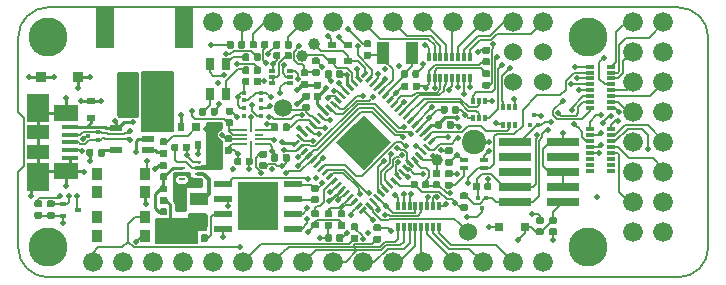
<source format=gbr>
G04 #@! TF.GenerationSoftware,KiCad,Pcbnew,5.1.5+dfsg1-2~bpo10+1*
G04 #@! TF.CreationDate,2020-05-12T19:04:25+02:00*
G04 #@! TF.ProjectId,quickfeather-board,71756963-6b66-4656-9174-6865722d626f,rev?*
G04 #@! TF.SameCoordinates,Original*
G04 #@! TF.FileFunction,Copper,L1,Top*
G04 #@! TF.FilePolarity,Positive*
%FSLAX46Y46*%
G04 Gerber Fmt 4.6, Leading zero omitted, Abs format (unit mm)*
G04 Created by KiCad (PCBNEW 5.1.5+dfsg1-2~bpo10+1) date 2020-05-12 19:04:25*
%MOMM*%
%LPD*%
G04 APERTURE LIST*
%ADD10C,0.150000*%
%ADD11C,0.100000*%
%ADD12R,0.350000X0.350000*%
%ADD13R,0.750000X0.450000*%
%ADD14C,2.060000*%
%ADD15R,2.790000X0.740000*%
%ADD16R,0.900000X1.000000*%
%ADD17R,0.510000X0.400000*%
%ADD18C,0.550000*%
%ADD19R,0.800000X0.300000*%
%ADD20R,0.300000X0.800000*%
%ADD21R,1.600000X1.100000*%
%ADD22R,0.250000X0.650000*%
%ADD23R,0.650000X0.250000*%
%ADD24R,0.600000X0.300000*%
%ADD25R,0.300000X0.600000*%
%ADD26C,1.524000*%
%ADD27R,0.800000X1.000000*%
%ADD28C,1.676400*%
%ADD29R,0.550000X0.250000*%
%ADD30R,1.500000X0.500000*%
%ADD31R,1.700000X2.000000*%
%ADD32R,1.500000X3.400000*%
%ADD33R,1.000000X3.500000*%
%ADD34R,1.380000X0.450000*%
%ADD35R,2.100000X1.475000*%
%ADD36R,1.900000X1.175000*%
%ADD37R,1.900000X2.375000*%
%ADD38R,0.900000X0.950000*%
%ADD39R,0.800000X0.800000*%
%ADD40R,0.800000X0.600000*%
%ADD41R,0.600000X0.800000*%
%ADD42R,1.100000X1.900000*%
%ADD43C,1.000000*%
%ADD44R,1.050000X0.600000*%
%ADD45C,3.302000*%
%ADD46R,0.300000X0.300000*%
%ADD47C,0.500000*%
%ADD48C,0.250000*%
%ADD49C,0.200000*%
%ADD50C,0.300000*%
%ADD51C,0.254000*%
G04 APERTURE END LIST*
D10*
X123101100Y-102463600D02*
X123609100Y-102971600D01*
X123609100Y-102971600D02*
X123609100Y-107035600D01*
X123609100Y-107035600D02*
X123101100Y-107543600D01*
X178981100Y-93573600D02*
G75*
G02X181521100Y-96113600I0J-2540000D01*
G01*
X181521100Y-113893600D02*
G75*
G02X178981100Y-116433600I-2540000J0D01*
G01*
X125641100Y-116433600D02*
X178981100Y-116433600D01*
X181521100Y-113893600D02*
X181521100Y-96113600D01*
X178981100Y-93573600D02*
X125641100Y-93573600D01*
X123101100Y-96113600D02*
G75*
G02X125641100Y-93573600I2540000J0D01*
G01*
X123101100Y-96113600D02*
X123101100Y-102463600D01*
X123101100Y-107543600D02*
X123101100Y-113893600D01*
X125641100Y-116433600D02*
G75*
G02X123101100Y-113893600I0J2540000D01*
G01*
G04 #@! TA.AperFunction,SMDPad,CuDef*
D11*
G36*
X149522258Y-112782410D02*
G01*
X149536576Y-112784534D01*
X149550617Y-112788051D01*
X149564246Y-112792928D01*
X149577331Y-112799117D01*
X149589747Y-112806558D01*
X149601373Y-112815181D01*
X149612098Y-112824902D01*
X149621819Y-112835627D01*
X149630442Y-112847253D01*
X149637883Y-112859669D01*
X149644072Y-112872754D01*
X149648949Y-112886383D01*
X149652466Y-112900424D01*
X149654590Y-112914742D01*
X149655300Y-112929200D01*
X149655300Y-113274200D01*
X149654590Y-113288658D01*
X149652466Y-113302976D01*
X149648949Y-113317017D01*
X149644072Y-113330646D01*
X149637883Y-113343731D01*
X149630442Y-113356147D01*
X149621819Y-113367773D01*
X149612098Y-113378498D01*
X149601373Y-113388219D01*
X149589747Y-113396842D01*
X149577331Y-113404283D01*
X149564246Y-113410472D01*
X149550617Y-113415349D01*
X149536576Y-113418866D01*
X149522258Y-113420990D01*
X149507800Y-113421700D01*
X149212800Y-113421700D01*
X149198342Y-113420990D01*
X149184024Y-113418866D01*
X149169983Y-113415349D01*
X149156354Y-113410472D01*
X149143269Y-113404283D01*
X149130853Y-113396842D01*
X149119227Y-113388219D01*
X149108502Y-113378498D01*
X149098781Y-113367773D01*
X149090158Y-113356147D01*
X149082717Y-113343731D01*
X149076528Y-113330646D01*
X149071651Y-113317017D01*
X149068134Y-113302976D01*
X149066010Y-113288658D01*
X149065300Y-113274200D01*
X149065300Y-112929200D01*
X149066010Y-112914742D01*
X149068134Y-112900424D01*
X149071651Y-112886383D01*
X149076528Y-112872754D01*
X149082717Y-112859669D01*
X149090158Y-112847253D01*
X149098781Y-112835627D01*
X149108502Y-112824902D01*
X149119227Y-112815181D01*
X149130853Y-112806558D01*
X149143269Y-112799117D01*
X149156354Y-112792928D01*
X149169983Y-112788051D01*
X149184024Y-112784534D01*
X149198342Y-112782410D01*
X149212800Y-112781700D01*
X149507800Y-112781700D01*
X149522258Y-112782410D01*
G37*
G04 #@! TD.AperFunction*
G04 #@! TA.AperFunction,SMDPad,CuDef*
G36*
X150492258Y-112782410D02*
G01*
X150506576Y-112784534D01*
X150520617Y-112788051D01*
X150534246Y-112792928D01*
X150547331Y-112799117D01*
X150559747Y-112806558D01*
X150571373Y-112815181D01*
X150582098Y-112824902D01*
X150591819Y-112835627D01*
X150600442Y-112847253D01*
X150607883Y-112859669D01*
X150614072Y-112872754D01*
X150618949Y-112886383D01*
X150622466Y-112900424D01*
X150624590Y-112914742D01*
X150625300Y-112929200D01*
X150625300Y-113274200D01*
X150624590Y-113288658D01*
X150622466Y-113302976D01*
X150618949Y-113317017D01*
X150614072Y-113330646D01*
X150607883Y-113343731D01*
X150600442Y-113356147D01*
X150591819Y-113367773D01*
X150582098Y-113378498D01*
X150571373Y-113388219D01*
X150559747Y-113396842D01*
X150547331Y-113404283D01*
X150534246Y-113410472D01*
X150520617Y-113415349D01*
X150506576Y-113418866D01*
X150492258Y-113420990D01*
X150477800Y-113421700D01*
X150182800Y-113421700D01*
X150168342Y-113420990D01*
X150154024Y-113418866D01*
X150139983Y-113415349D01*
X150126354Y-113410472D01*
X150113269Y-113404283D01*
X150100853Y-113396842D01*
X150089227Y-113388219D01*
X150078502Y-113378498D01*
X150068781Y-113367773D01*
X150060158Y-113356147D01*
X150052717Y-113343731D01*
X150046528Y-113330646D01*
X150041651Y-113317017D01*
X150038134Y-113302976D01*
X150036010Y-113288658D01*
X150035300Y-113274200D01*
X150035300Y-112929200D01*
X150036010Y-112914742D01*
X150038134Y-112900424D01*
X150041651Y-112886383D01*
X150046528Y-112872754D01*
X150052717Y-112859669D01*
X150060158Y-112847253D01*
X150068781Y-112835627D01*
X150078502Y-112824902D01*
X150089227Y-112815181D01*
X150100853Y-112806558D01*
X150113269Y-112799117D01*
X150126354Y-112792928D01*
X150139983Y-112788051D01*
X150154024Y-112784534D01*
X150168342Y-112782410D01*
X150182800Y-112781700D01*
X150477800Y-112781700D01*
X150492258Y-112782410D01*
G37*
G04 #@! TD.AperFunction*
D12*
X143675000Y-102760000D03*
X143675000Y-102110000D03*
X143675000Y-101460000D03*
X143675000Y-100810000D03*
X142225000Y-102760000D03*
X142225000Y-102110000D03*
X142225000Y-101460000D03*
X142225000Y-100810000D03*
D13*
X162540000Y-106460000D03*
X162540000Y-107170000D03*
X160840000Y-106470000D03*
X160840000Y-107170000D03*
D14*
X161690000Y-104980000D03*
D15*
X165125000Y-105003600D03*
X169195000Y-105003600D03*
X165125000Y-106273600D03*
X169195000Y-106273600D03*
X165125000Y-107543600D03*
X169195000Y-107543600D03*
X165125000Y-108813600D03*
X169195000Y-108813600D03*
X165125000Y-110083600D03*
X169195000Y-110083600D03*
D16*
X129780000Y-112950000D03*
X133880000Y-112950000D03*
X133880000Y-111350000D03*
X129780000Y-111350000D03*
X129780000Y-109250000D03*
X133880000Y-109250000D03*
X133880000Y-107650000D03*
X129780000Y-107650000D03*
G04 #@! TA.AperFunction,SMDPad,CuDef*
D11*
G36*
X137492258Y-105107410D02*
G01*
X137506576Y-105109534D01*
X137520617Y-105113051D01*
X137534246Y-105117928D01*
X137547331Y-105124117D01*
X137559747Y-105131558D01*
X137571373Y-105140181D01*
X137582098Y-105149902D01*
X137591819Y-105160627D01*
X137600442Y-105172253D01*
X137607883Y-105184669D01*
X137614072Y-105197754D01*
X137618949Y-105211383D01*
X137622466Y-105225424D01*
X137624590Y-105239742D01*
X137625300Y-105254200D01*
X137625300Y-105599200D01*
X137624590Y-105613658D01*
X137622466Y-105627976D01*
X137618949Y-105642017D01*
X137614072Y-105655646D01*
X137607883Y-105668731D01*
X137600442Y-105681147D01*
X137591819Y-105692773D01*
X137582098Y-105703498D01*
X137571373Y-105713219D01*
X137559747Y-105721842D01*
X137547331Y-105729283D01*
X137534246Y-105735472D01*
X137520617Y-105740349D01*
X137506576Y-105743866D01*
X137492258Y-105745990D01*
X137477800Y-105746700D01*
X137182800Y-105746700D01*
X137168342Y-105745990D01*
X137154024Y-105743866D01*
X137139983Y-105740349D01*
X137126354Y-105735472D01*
X137113269Y-105729283D01*
X137100853Y-105721842D01*
X137089227Y-105713219D01*
X137078502Y-105703498D01*
X137068781Y-105692773D01*
X137060158Y-105681147D01*
X137052717Y-105668731D01*
X137046528Y-105655646D01*
X137041651Y-105642017D01*
X137038134Y-105627976D01*
X137036010Y-105613658D01*
X137035300Y-105599200D01*
X137035300Y-105254200D01*
X137036010Y-105239742D01*
X137038134Y-105225424D01*
X137041651Y-105211383D01*
X137046528Y-105197754D01*
X137052717Y-105184669D01*
X137060158Y-105172253D01*
X137068781Y-105160627D01*
X137078502Y-105149902D01*
X137089227Y-105140181D01*
X137100853Y-105131558D01*
X137113269Y-105124117D01*
X137126354Y-105117928D01*
X137139983Y-105113051D01*
X137154024Y-105109534D01*
X137168342Y-105107410D01*
X137182800Y-105106700D01*
X137477800Y-105106700D01*
X137492258Y-105107410D01*
G37*
G04 #@! TD.AperFunction*
G04 #@! TA.AperFunction,SMDPad,CuDef*
G36*
X136522258Y-105107410D02*
G01*
X136536576Y-105109534D01*
X136550617Y-105113051D01*
X136564246Y-105117928D01*
X136577331Y-105124117D01*
X136589747Y-105131558D01*
X136601373Y-105140181D01*
X136612098Y-105149902D01*
X136621819Y-105160627D01*
X136630442Y-105172253D01*
X136637883Y-105184669D01*
X136644072Y-105197754D01*
X136648949Y-105211383D01*
X136652466Y-105225424D01*
X136654590Y-105239742D01*
X136655300Y-105254200D01*
X136655300Y-105599200D01*
X136654590Y-105613658D01*
X136652466Y-105627976D01*
X136648949Y-105642017D01*
X136644072Y-105655646D01*
X136637883Y-105668731D01*
X136630442Y-105681147D01*
X136621819Y-105692773D01*
X136612098Y-105703498D01*
X136601373Y-105713219D01*
X136589747Y-105721842D01*
X136577331Y-105729283D01*
X136564246Y-105735472D01*
X136550617Y-105740349D01*
X136536576Y-105743866D01*
X136522258Y-105745990D01*
X136507800Y-105746700D01*
X136212800Y-105746700D01*
X136198342Y-105745990D01*
X136184024Y-105743866D01*
X136169983Y-105740349D01*
X136156354Y-105735472D01*
X136143269Y-105729283D01*
X136130853Y-105721842D01*
X136119227Y-105713219D01*
X136108502Y-105703498D01*
X136098781Y-105692773D01*
X136090158Y-105681147D01*
X136082717Y-105668731D01*
X136076528Y-105655646D01*
X136071651Y-105642017D01*
X136068134Y-105627976D01*
X136066010Y-105613658D01*
X136065300Y-105599200D01*
X136065300Y-105254200D01*
X136066010Y-105239742D01*
X136068134Y-105225424D01*
X136071651Y-105211383D01*
X136076528Y-105197754D01*
X136082717Y-105184669D01*
X136090158Y-105172253D01*
X136098781Y-105160627D01*
X136108502Y-105149902D01*
X136119227Y-105140181D01*
X136130853Y-105131558D01*
X136143269Y-105124117D01*
X136156354Y-105117928D01*
X136169983Y-105113051D01*
X136184024Y-105109534D01*
X136198342Y-105107410D01*
X136212800Y-105106700D01*
X136507800Y-105106700D01*
X136522258Y-105107410D01*
G37*
G04 #@! TD.AperFunction*
D17*
X126895300Y-111201700D03*
X126895300Y-110201700D03*
X128195300Y-110701700D03*
D18*
X153915635Y-104990000D03*
X153137817Y-104212183D03*
X152360000Y-103434365D03*
X153137817Y-105767817D03*
X152360000Y-104990000D03*
X151582183Y-104212183D03*
X152360000Y-106545635D03*
X151582183Y-105767817D03*
X150804365Y-104990000D03*
G04 #@! TA.AperFunction,SMDPad,CuDef*
D11*
G36*
X153915635Y-105767817D02*
G01*
X153137818Y-104990000D01*
X153915635Y-104212183D01*
X154693452Y-104990000D01*
X153915635Y-105767817D01*
G37*
G04 #@! TD.AperFunction*
G04 #@! TA.AperFunction,SMDPad,CuDef*
G36*
X153137817Y-104990000D02*
G01*
X152360000Y-104212183D01*
X153137817Y-103434366D01*
X153915634Y-104212183D01*
X153137817Y-104990000D01*
G37*
G04 #@! TD.AperFunction*
G04 #@! TA.AperFunction,SMDPad,CuDef*
G36*
X152360000Y-104212182D02*
G01*
X151582183Y-103434365D01*
X152360000Y-102656548D01*
X153137817Y-103434365D01*
X152360000Y-104212182D01*
G37*
G04 #@! TD.AperFunction*
G04 #@! TA.AperFunction,SMDPad,CuDef*
G36*
X153137817Y-106545634D02*
G01*
X152360000Y-105767817D01*
X153137817Y-104990000D01*
X153915634Y-105767817D01*
X153137817Y-106545634D01*
G37*
G04 #@! TD.AperFunction*
G04 #@! TA.AperFunction,SMDPad,CuDef*
G36*
X152360000Y-105767817D02*
G01*
X151582183Y-104990000D01*
X152360000Y-104212183D01*
X153137817Y-104990000D01*
X152360000Y-105767817D01*
G37*
G04 #@! TD.AperFunction*
G04 #@! TA.AperFunction,SMDPad,CuDef*
G36*
X151582183Y-104990000D02*
G01*
X150804366Y-104212183D01*
X151582183Y-103434366D01*
X152360000Y-104212183D01*
X151582183Y-104990000D01*
G37*
G04 #@! TD.AperFunction*
G04 #@! TA.AperFunction,SMDPad,CuDef*
G36*
X152360000Y-107323452D02*
G01*
X151582183Y-106545635D01*
X152360000Y-105767818D01*
X153137817Y-106545635D01*
X152360000Y-107323452D01*
G37*
G04 #@! TD.AperFunction*
G04 #@! TA.AperFunction,SMDPad,CuDef*
G36*
X151582183Y-106545634D02*
G01*
X150804366Y-105767817D01*
X151582183Y-104990000D01*
X152360000Y-105767817D01*
X151582183Y-106545634D01*
G37*
G04 #@! TD.AperFunction*
G04 #@! TA.AperFunction,SMDPad,CuDef*
G36*
X150804365Y-105767817D02*
G01*
X150026548Y-104990000D01*
X150804365Y-104212183D01*
X151582182Y-104990000D01*
X150804365Y-105767817D01*
G37*
G04 #@! TD.AperFunction*
G04 #@! TA.AperFunction,SMDPad,CuDef*
G36*
X147138016Y-104908683D02*
G01*
X146643041Y-104413708D01*
X146833960Y-104222789D01*
X147328935Y-104717764D01*
X147138016Y-104908683D01*
G37*
G04 #@! TD.AperFunction*
G04 #@! TA.AperFunction,SMDPad,CuDef*
G36*
X147491570Y-104555130D02*
G01*
X146996595Y-104060155D01*
X147187514Y-103869236D01*
X147682489Y-104364211D01*
X147491570Y-104555130D01*
G37*
G04 #@! TD.AperFunction*
G04 #@! TA.AperFunction,SMDPad,CuDef*
G36*
X147845123Y-104201576D02*
G01*
X147350148Y-103706601D01*
X147541067Y-103515682D01*
X148036042Y-104010657D01*
X147845123Y-104201576D01*
G37*
G04 #@! TD.AperFunction*
G04 #@! TA.AperFunction,SMDPad,CuDef*
G36*
X148198677Y-103848023D02*
G01*
X147703702Y-103353048D01*
X147894621Y-103162129D01*
X148389596Y-103657104D01*
X148198677Y-103848023D01*
G37*
G04 #@! TD.AperFunction*
G04 #@! TA.AperFunction,SMDPad,CuDef*
G36*
X148552230Y-103494469D02*
G01*
X148057255Y-102999494D01*
X148248174Y-102808575D01*
X148743149Y-103303550D01*
X148552230Y-103494469D01*
G37*
G04 #@! TD.AperFunction*
G04 #@! TA.AperFunction,SMDPad,CuDef*
G36*
X148905783Y-103140916D02*
G01*
X148410808Y-102645941D01*
X148601727Y-102455022D01*
X149096702Y-102949997D01*
X148905783Y-103140916D01*
G37*
G04 #@! TD.AperFunction*
G04 #@! TA.AperFunction,SMDPad,CuDef*
G36*
X149259337Y-102787363D02*
G01*
X148764362Y-102292388D01*
X148955281Y-102101469D01*
X149450256Y-102596444D01*
X149259337Y-102787363D01*
G37*
G04 #@! TD.AperFunction*
G04 #@! TA.AperFunction,SMDPad,CuDef*
G36*
X149612890Y-102433809D02*
G01*
X149117915Y-101938834D01*
X149308834Y-101747915D01*
X149803809Y-102242890D01*
X149612890Y-102433809D01*
G37*
G04 #@! TD.AperFunction*
G04 #@! TA.AperFunction,SMDPad,CuDef*
G36*
X149966444Y-102080256D02*
G01*
X149471469Y-101585281D01*
X149662388Y-101394362D01*
X150157363Y-101889337D01*
X149966444Y-102080256D01*
G37*
G04 #@! TD.AperFunction*
G04 #@! TA.AperFunction,SMDPad,CuDef*
G36*
X150319997Y-101726702D02*
G01*
X149825022Y-101231727D01*
X150015941Y-101040808D01*
X150510916Y-101535783D01*
X150319997Y-101726702D01*
G37*
G04 #@! TD.AperFunction*
G04 #@! TA.AperFunction,SMDPad,CuDef*
G36*
X150673550Y-101373149D02*
G01*
X150178575Y-100878174D01*
X150369494Y-100687255D01*
X150864469Y-101182230D01*
X150673550Y-101373149D01*
G37*
G04 #@! TD.AperFunction*
G04 #@! TA.AperFunction,SMDPad,CuDef*
G36*
X151027104Y-101019596D02*
G01*
X150532129Y-100524621D01*
X150723048Y-100333702D01*
X151218023Y-100828677D01*
X151027104Y-101019596D01*
G37*
G04 #@! TD.AperFunction*
G04 #@! TA.AperFunction,SMDPad,CuDef*
G36*
X151380657Y-100666042D02*
G01*
X150885682Y-100171067D01*
X151076601Y-99980148D01*
X151571576Y-100475123D01*
X151380657Y-100666042D01*
G37*
G04 #@! TD.AperFunction*
G04 #@! TA.AperFunction,SMDPad,CuDef*
G36*
X151734211Y-100312489D02*
G01*
X151239236Y-99817514D01*
X151430155Y-99626595D01*
X151925130Y-100121570D01*
X151734211Y-100312489D01*
G37*
G04 #@! TD.AperFunction*
G04 #@! TA.AperFunction,SMDPad,CuDef*
G36*
X152087764Y-99958935D02*
G01*
X151592789Y-99463960D01*
X151783708Y-99273041D01*
X152278683Y-99768016D01*
X152087764Y-99958935D01*
G37*
G04 #@! TD.AperFunction*
G04 #@! TA.AperFunction,SMDPad,CuDef*
G36*
X152773658Y-99110407D02*
G01*
X152306967Y-99577098D01*
X152116048Y-99386179D01*
X152582739Y-98919488D01*
X152773658Y-99110407D01*
G37*
G04 #@! TD.AperFunction*
G04 #@! TA.AperFunction,SMDPad,CuDef*
G36*
X153127211Y-99463960D02*
G01*
X152632236Y-99958935D01*
X152441317Y-99768016D01*
X152936292Y-99273041D01*
X153127211Y-99463960D01*
G37*
G04 #@! TD.AperFunction*
G04 #@! TA.AperFunction,SMDPad,CuDef*
G36*
X153480764Y-99817514D02*
G01*
X152985789Y-100312489D01*
X152794870Y-100121570D01*
X153289845Y-99626595D01*
X153480764Y-99817514D01*
G37*
G04 #@! TD.AperFunction*
G04 #@! TA.AperFunction,SMDPad,CuDef*
G36*
X153834318Y-100171067D02*
G01*
X153339343Y-100666042D01*
X153148424Y-100475123D01*
X153643399Y-99980148D01*
X153834318Y-100171067D01*
G37*
G04 #@! TD.AperFunction*
G04 #@! TA.AperFunction,SMDPad,CuDef*
G36*
X154187871Y-100524621D02*
G01*
X153692896Y-101019596D01*
X153501977Y-100828677D01*
X153996952Y-100333702D01*
X154187871Y-100524621D01*
G37*
G04 #@! TD.AperFunction*
G04 #@! TA.AperFunction,SMDPad,CuDef*
G36*
X154541425Y-100878174D02*
G01*
X154046450Y-101373149D01*
X153855531Y-101182230D01*
X154350506Y-100687255D01*
X154541425Y-100878174D01*
G37*
G04 #@! TD.AperFunction*
G04 #@! TA.AperFunction,SMDPad,CuDef*
G36*
X154894978Y-101231727D02*
G01*
X154400003Y-101726702D01*
X154209084Y-101535783D01*
X154704059Y-101040808D01*
X154894978Y-101231727D01*
G37*
G04 #@! TD.AperFunction*
G04 #@! TA.AperFunction,SMDPad,CuDef*
G36*
X155248531Y-101585281D02*
G01*
X154753556Y-102080256D01*
X154562637Y-101889337D01*
X155057612Y-101394362D01*
X155248531Y-101585281D01*
G37*
G04 #@! TD.AperFunction*
G04 #@! TA.AperFunction,SMDPad,CuDef*
G36*
X155602085Y-101938834D02*
G01*
X155107110Y-102433809D01*
X154916191Y-102242890D01*
X155411166Y-101747915D01*
X155602085Y-101938834D01*
G37*
G04 #@! TD.AperFunction*
G04 #@! TA.AperFunction,SMDPad,CuDef*
G36*
X155955638Y-102292388D02*
G01*
X155460663Y-102787363D01*
X155269744Y-102596444D01*
X155764719Y-102101469D01*
X155955638Y-102292388D01*
G37*
G04 #@! TD.AperFunction*
G04 #@! TA.AperFunction,SMDPad,CuDef*
G36*
X156309192Y-102645941D02*
G01*
X155814217Y-103140916D01*
X155623298Y-102949997D01*
X156118273Y-102455022D01*
X156309192Y-102645941D01*
G37*
G04 #@! TD.AperFunction*
G04 #@! TA.AperFunction,SMDPad,CuDef*
G36*
X156662745Y-102999494D02*
G01*
X156167770Y-103494469D01*
X155976851Y-103303550D01*
X156471826Y-102808575D01*
X156662745Y-102999494D01*
G37*
G04 #@! TD.AperFunction*
G04 #@! TA.AperFunction,SMDPad,CuDef*
G36*
X157016298Y-103353048D02*
G01*
X156521323Y-103848023D01*
X156330404Y-103657104D01*
X156825379Y-103162129D01*
X157016298Y-103353048D01*
G37*
G04 #@! TD.AperFunction*
G04 #@! TA.AperFunction,SMDPad,CuDef*
G36*
X157369852Y-103706601D02*
G01*
X156874877Y-104201576D01*
X156683958Y-104010657D01*
X157178933Y-103515682D01*
X157369852Y-103706601D01*
G37*
G04 #@! TD.AperFunction*
G04 #@! TA.AperFunction,SMDPad,CuDef*
G36*
X157723405Y-104060155D02*
G01*
X157228430Y-104555130D01*
X157037511Y-104364211D01*
X157532486Y-103869236D01*
X157723405Y-104060155D01*
G37*
G04 #@! TD.AperFunction*
G04 #@! TA.AperFunction,SMDPad,CuDef*
G36*
X158076959Y-104413708D02*
G01*
X157581984Y-104908683D01*
X157391065Y-104717764D01*
X157886040Y-104222789D01*
X158076959Y-104413708D01*
G37*
G04 #@! TD.AperFunction*
G04 #@! TA.AperFunction,SMDPad,CuDef*
G36*
X158430512Y-104767261D02*
G01*
X157963821Y-105233952D01*
X157772902Y-105043033D01*
X158239593Y-104576342D01*
X158430512Y-104767261D01*
G37*
G04 #@! TD.AperFunction*
G04 #@! TA.AperFunction,SMDPad,CuDef*
G36*
X157886040Y-105757211D02*
G01*
X157391065Y-105262236D01*
X157581984Y-105071317D01*
X158076959Y-105566292D01*
X157886040Y-105757211D01*
G37*
G04 #@! TD.AperFunction*
G04 #@! TA.AperFunction,SMDPad,CuDef*
G36*
X157532486Y-106110764D02*
G01*
X157037511Y-105615789D01*
X157228430Y-105424870D01*
X157723405Y-105919845D01*
X157532486Y-106110764D01*
G37*
G04 #@! TD.AperFunction*
G04 #@! TA.AperFunction,SMDPad,CuDef*
G36*
X157178933Y-106464318D02*
G01*
X156683958Y-105969343D01*
X156874877Y-105778424D01*
X157369852Y-106273399D01*
X157178933Y-106464318D01*
G37*
G04 #@! TD.AperFunction*
G04 #@! TA.AperFunction,SMDPad,CuDef*
G36*
X156825379Y-106817871D02*
G01*
X156330404Y-106322896D01*
X156521323Y-106131977D01*
X157016298Y-106626952D01*
X156825379Y-106817871D01*
G37*
G04 #@! TD.AperFunction*
G04 #@! TA.AperFunction,SMDPad,CuDef*
G36*
X156471826Y-107171425D02*
G01*
X155976851Y-106676450D01*
X156167770Y-106485531D01*
X156662745Y-106980506D01*
X156471826Y-107171425D01*
G37*
G04 #@! TD.AperFunction*
G04 #@! TA.AperFunction,SMDPad,CuDef*
G36*
X156118273Y-107524978D02*
G01*
X155623298Y-107030003D01*
X155814217Y-106839084D01*
X156309192Y-107334059D01*
X156118273Y-107524978D01*
G37*
G04 #@! TD.AperFunction*
G04 #@! TA.AperFunction,SMDPad,CuDef*
G36*
X155764719Y-107878531D02*
G01*
X155269744Y-107383556D01*
X155460663Y-107192637D01*
X155955638Y-107687612D01*
X155764719Y-107878531D01*
G37*
G04 #@! TD.AperFunction*
G04 #@! TA.AperFunction,SMDPad,CuDef*
G36*
X155411166Y-108232085D02*
G01*
X154916191Y-107737110D01*
X155107110Y-107546191D01*
X155602085Y-108041166D01*
X155411166Y-108232085D01*
G37*
G04 #@! TD.AperFunction*
G04 #@! TA.AperFunction,SMDPad,CuDef*
G36*
X155057612Y-108585638D02*
G01*
X154562637Y-108090663D01*
X154753556Y-107899744D01*
X155248531Y-108394719D01*
X155057612Y-108585638D01*
G37*
G04 #@! TD.AperFunction*
G04 #@! TA.AperFunction,SMDPad,CuDef*
G36*
X154704059Y-108939192D02*
G01*
X154209084Y-108444217D01*
X154400003Y-108253298D01*
X154894978Y-108748273D01*
X154704059Y-108939192D01*
G37*
G04 #@! TD.AperFunction*
G04 #@! TA.AperFunction,SMDPad,CuDef*
G36*
X154350506Y-109292745D02*
G01*
X153855531Y-108797770D01*
X154046450Y-108606851D01*
X154541425Y-109101826D01*
X154350506Y-109292745D01*
G37*
G04 #@! TD.AperFunction*
G04 #@! TA.AperFunction,SMDPad,CuDef*
G36*
X153996952Y-109646298D02*
G01*
X153501977Y-109151323D01*
X153692896Y-108960404D01*
X154187871Y-109455379D01*
X153996952Y-109646298D01*
G37*
G04 #@! TD.AperFunction*
G04 #@! TA.AperFunction,SMDPad,CuDef*
G36*
X153643399Y-109999852D02*
G01*
X153148424Y-109504877D01*
X153339343Y-109313958D01*
X153834318Y-109808933D01*
X153643399Y-109999852D01*
G37*
G04 #@! TD.AperFunction*
G04 #@! TA.AperFunction,SMDPad,CuDef*
G36*
X153289845Y-110353405D02*
G01*
X152794870Y-109858430D01*
X152985789Y-109667511D01*
X153480764Y-110162486D01*
X153289845Y-110353405D01*
G37*
G04 #@! TD.AperFunction*
G04 #@! TA.AperFunction,SMDPad,CuDef*
G36*
X152936292Y-110706959D02*
G01*
X152441317Y-110211984D01*
X152632236Y-110021065D01*
X153127211Y-110516040D01*
X152936292Y-110706959D01*
G37*
G04 #@! TD.AperFunction*
G04 #@! TA.AperFunction,SMDPad,CuDef*
G36*
X152603952Y-110593821D02*
G01*
X152137261Y-111060512D01*
X151946342Y-110869593D01*
X152413033Y-110402902D01*
X152603952Y-110593821D01*
G37*
G04 #@! TD.AperFunction*
G04 #@! TA.AperFunction,SMDPad,CuDef*
G36*
X152278683Y-110211984D02*
G01*
X151783708Y-110706959D01*
X151592789Y-110516040D01*
X152087764Y-110021065D01*
X152278683Y-110211984D01*
G37*
G04 #@! TD.AperFunction*
G04 #@! TA.AperFunction,SMDPad,CuDef*
G36*
X151925130Y-109858430D02*
G01*
X151430155Y-110353405D01*
X151239236Y-110162486D01*
X151734211Y-109667511D01*
X151925130Y-109858430D01*
G37*
G04 #@! TD.AperFunction*
G04 #@! TA.AperFunction,SMDPad,CuDef*
G36*
X151571576Y-109504877D02*
G01*
X151076601Y-109999852D01*
X150885682Y-109808933D01*
X151380657Y-109313958D01*
X151571576Y-109504877D01*
G37*
G04 #@! TD.AperFunction*
G04 #@! TA.AperFunction,SMDPad,CuDef*
G36*
X151218023Y-109151323D02*
G01*
X150723048Y-109646298D01*
X150532129Y-109455379D01*
X151027104Y-108960404D01*
X151218023Y-109151323D01*
G37*
G04 #@! TD.AperFunction*
G04 #@! TA.AperFunction,SMDPad,CuDef*
G36*
X150864469Y-108797770D02*
G01*
X150369494Y-109292745D01*
X150178575Y-109101826D01*
X150673550Y-108606851D01*
X150864469Y-108797770D01*
G37*
G04 #@! TD.AperFunction*
G04 #@! TA.AperFunction,SMDPad,CuDef*
G36*
X150510916Y-108444217D02*
G01*
X150015941Y-108939192D01*
X149825022Y-108748273D01*
X150319997Y-108253298D01*
X150510916Y-108444217D01*
G37*
G04 #@! TD.AperFunction*
G04 #@! TA.AperFunction,SMDPad,CuDef*
G36*
X150157363Y-108090663D02*
G01*
X149662388Y-108585638D01*
X149471469Y-108394719D01*
X149966444Y-107899744D01*
X150157363Y-108090663D01*
G37*
G04 #@! TD.AperFunction*
G04 #@! TA.AperFunction,SMDPad,CuDef*
G36*
X149803809Y-107737110D02*
G01*
X149308834Y-108232085D01*
X149117915Y-108041166D01*
X149612890Y-107546191D01*
X149803809Y-107737110D01*
G37*
G04 #@! TD.AperFunction*
G04 #@! TA.AperFunction,SMDPad,CuDef*
G36*
X149450256Y-107383556D02*
G01*
X148955281Y-107878531D01*
X148764362Y-107687612D01*
X149259337Y-107192637D01*
X149450256Y-107383556D01*
G37*
G04 #@! TD.AperFunction*
G04 #@! TA.AperFunction,SMDPad,CuDef*
G36*
X149096702Y-107030003D02*
G01*
X148601727Y-107524978D01*
X148410808Y-107334059D01*
X148905783Y-106839084D01*
X149096702Y-107030003D01*
G37*
G04 #@! TD.AperFunction*
G04 #@! TA.AperFunction,SMDPad,CuDef*
G36*
X148743149Y-106676450D02*
G01*
X148248174Y-107171425D01*
X148057255Y-106980506D01*
X148552230Y-106485531D01*
X148743149Y-106676450D01*
G37*
G04 #@! TD.AperFunction*
G04 #@! TA.AperFunction,SMDPad,CuDef*
G36*
X148389596Y-106322896D02*
G01*
X147894621Y-106817871D01*
X147703702Y-106626952D01*
X148198677Y-106131977D01*
X148389596Y-106322896D01*
G37*
G04 #@! TD.AperFunction*
G04 #@! TA.AperFunction,SMDPad,CuDef*
G36*
X148036042Y-105969343D02*
G01*
X147541067Y-106464318D01*
X147350148Y-106273399D01*
X147845123Y-105778424D01*
X148036042Y-105969343D01*
G37*
G04 #@! TD.AperFunction*
G04 #@! TA.AperFunction,SMDPad,CuDef*
G36*
X147682489Y-105615789D02*
G01*
X147187514Y-106110764D01*
X146996595Y-105919845D01*
X147491570Y-105424870D01*
X147682489Y-105615789D01*
G37*
G04 #@! TD.AperFunction*
G04 #@! TA.AperFunction,SMDPad,CuDef*
G36*
X147328935Y-105262236D02*
G01*
X146833960Y-105757211D01*
X146643041Y-105566292D01*
X147138016Y-105071317D01*
X147328935Y-105262236D01*
G37*
G04 #@! TD.AperFunction*
G04 #@! TA.AperFunction,SMDPad,CuDef*
G36*
X146947098Y-104936967D02*
G01*
X146480407Y-105403658D01*
X146289488Y-105212739D01*
X146756179Y-104746048D01*
X146947098Y-104936967D01*
G37*
G04 #@! TD.AperFunction*
G04 #@! TA.AperFunction,SMDPad,CuDef*
G36*
X126057258Y-110892410D02*
G01*
X126071576Y-110894534D01*
X126085617Y-110898051D01*
X126099246Y-110902928D01*
X126112331Y-110909117D01*
X126124747Y-110916558D01*
X126136373Y-110925181D01*
X126147098Y-110934902D01*
X126156819Y-110945627D01*
X126165442Y-110957253D01*
X126172883Y-110969669D01*
X126179072Y-110982754D01*
X126183949Y-110996383D01*
X126187466Y-111010424D01*
X126189590Y-111024742D01*
X126190300Y-111039200D01*
X126190300Y-111334200D01*
X126189590Y-111348658D01*
X126187466Y-111362976D01*
X126183949Y-111377017D01*
X126179072Y-111390646D01*
X126172883Y-111403731D01*
X126165442Y-111416147D01*
X126156819Y-111427773D01*
X126147098Y-111438498D01*
X126136373Y-111448219D01*
X126124747Y-111456842D01*
X126112331Y-111464283D01*
X126099246Y-111470472D01*
X126085617Y-111475349D01*
X126071576Y-111478866D01*
X126057258Y-111480990D01*
X126042800Y-111481700D01*
X125697800Y-111481700D01*
X125683342Y-111480990D01*
X125669024Y-111478866D01*
X125654983Y-111475349D01*
X125641354Y-111470472D01*
X125628269Y-111464283D01*
X125615853Y-111456842D01*
X125604227Y-111448219D01*
X125593502Y-111438498D01*
X125583781Y-111427773D01*
X125575158Y-111416147D01*
X125567717Y-111403731D01*
X125561528Y-111390646D01*
X125556651Y-111377017D01*
X125553134Y-111362976D01*
X125551010Y-111348658D01*
X125550300Y-111334200D01*
X125550300Y-111039200D01*
X125551010Y-111024742D01*
X125553134Y-111010424D01*
X125556651Y-110996383D01*
X125561528Y-110982754D01*
X125567717Y-110969669D01*
X125575158Y-110957253D01*
X125583781Y-110945627D01*
X125593502Y-110934902D01*
X125604227Y-110925181D01*
X125615853Y-110916558D01*
X125628269Y-110909117D01*
X125641354Y-110902928D01*
X125654983Y-110898051D01*
X125669024Y-110894534D01*
X125683342Y-110892410D01*
X125697800Y-110891700D01*
X126042800Y-110891700D01*
X126057258Y-110892410D01*
G37*
G04 #@! TD.AperFunction*
G04 #@! TA.AperFunction,SMDPad,CuDef*
G36*
X126057258Y-109922410D02*
G01*
X126071576Y-109924534D01*
X126085617Y-109928051D01*
X126099246Y-109932928D01*
X126112331Y-109939117D01*
X126124747Y-109946558D01*
X126136373Y-109955181D01*
X126147098Y-109964902D01*
X126156819Y-109975627D01*
X126165442Y-109987253D01*
X126172883Y-109999669D01*
X126179072Y-110012754D01*
X126183949Y-110026383D01*
X126187466Y-110040424D01*
X126189590Y-110054742D01*
X126190300Y-110069200D01*
X126190300Y-110364200D01*
X126189590Y-110378658D01*
X126187466Y-110392976D01*
X126183949Y-110407017D01*
X126179072Y-110420646D01*
X126172883Y-110433731D01*
X126165442Y-110446147D01*
X126156819Y-110457773D01*
X126147098Y-110468498D01*
X126136373Y-110478219D01*
X126124747Y-110486842D01*
X126112331Y-110494283D01*
X126099246Y-110500472D01*
X126085617Y-110505349D01*
X126071576Y-110508866D01*
X126057258Y-110510990D01*
X126042800Y-110511700D01*
X125697800Y-110511700D01*
X125683342Y-110510990D01*
X125669024Y-110508866D01*
X125654983Y-110505349D01*
X125641354Y-110500472D01*
X125628269Y-110494283D01*
X125615853Y-110486842D01*
X125604227Y-110478219D01*
X125593502Y-110468498D01*
X125583781Y-110457773D01*
X125575158Y-110446147D01*
X125567717Y-110433731D01*
X125561528Y-110420646D01*
X125556651Y-110407017D01*
X125553134Y-110392976D01*
X125551010Y-110378658D01*
X125550300Y-110364200D01*
X125550300Y-110069200D01*
X125551010Y-110054742D01*
X125553134Y-110040424D01*
X125556651Y-110026383D01*
X125561528Y-110012754D01*
X125567717Y-109999669D01*
X125575158Y-109987253D01*
X125583781Y-109975627D01*
X125593502Y-109964902D01*
X125604227Y-109955181D01*
X125615853Y-109946558D01*
X125628269Y-109939117D01*
X125641354Y-109932928D01*
X125654983Y-109928051D01*
X125669024Y-109924534D01*
X125683342Y-109922410D01*
X125697800Y-109921700D01*
X126042800Y-109921700D01*
X126057258Y-109922410D01*
G37*
G04 #@! TD.AperFunction*
D19*
X173311000Y-106893000D03*
X173311000Y-105893000D03*
X173311000Y-106393000D03*
X173311000Y-105393000D03*
X173311000Y-104893000D03*
X173311000Y-104393000D03*
X171511000Y-106893000D03*
X171511000Y-106393000D03*
X171511000Y-105893000D03*
X171511000Y-105393000D03*
X171511000Y-104893000D03*
X171511000Y-104393000D03*
X173311000Y-107393000D03*
X171511000Y-107393000D03*
X173311000Y-103893000D03*
X171511000Y-103893000D03*
D20*
X158240000Y-110360000D03*
X157240000Y-110360000D03*
X157740000Y-110360000D03*
X156740000Y-110360000D03*
X156240000Y-110360000D03*
X155740000Y-110360000D03*
X158240000Y-112160000D03*
X157740000Y-112160000D03*
X157240000Y-112160000D03*
X156740000Y-112160000D03*
X156240000Y-112160000D03*
X155740000Y-112160000D03*
X158740000Y-110360000D03*
X158740000Y-112160000D03*
X155240000Y-110360000D03*
X155240000Y-112160000D03*
D19*
X173311000Y-101593000D03*
X173311000Y-100593000D03*
X173311000Y-101093000D03*
X173311000Y-100093000D03*
X173311000Y-99593000D03*
X173311000Y-99093000D03*
X171511000Y-101593000D03*
X171511000Y-101093000D03*
X171511000Y-100593000D03*
X171511000Y-100093000D03*
X171511000Y-99593000D03*
X171511000Y-99093000D03*
X173311000Y-102093000D03*
X171511000Y-102093000D03*
X173311000Y-98593000D03*
X171511000Y-98593000D03*
D20*
X160850000Y-97740000D03*
X159850000Y-97740000D03*
X160350000Y-97740000D03*
X159350000Y-97740000D03*
X158850000Y-97740000D03*
X158350000Y-97740000D03*
X160850000Y-99540000D03*
X160350000Y-99540000D03*
X159850000Y-99540000D03*
X159350000Y-99540000D03*
X158850000Y-99540000D03*
X158350000Y-99540000D03*
X161350000Y-97740000D03*
X161350000Y-99540000D03*
X157850000Y-97740000D03*
X157850000Y-99540000D03*
D21*
X138380000Y-109830000D03*
X138380000Y-111630000D03*
D22*
X142800000Y-105240000D03*
D23*
X142100000Y-105145000D03*
X142100000Y-104750000D03*
X142100000Y-104350000D03*
X142100000Y-103950000D03*
D22*
X142800000Y-103800000D03*
D23*
X143500000Y-103950000D03*
X143500000Y-104350000D03*
X143500000Y-104750000D03*
X143500000Y-105145000D03*
D24*
X144630000Y-98940000D03*
X144630000Y-99440000D03*
X144630000Y-99940000D03*
X146130000Y-99940000D03*
X146130000Y-99440000D03*
X146130000Y-98940000D03*
D25*
X165140000Y-102010000D03*
X164640000Y-102010000D03*
X164140000Y-102010000D03*
X164140000Y-103510000D03*
X164640000Y-103510000D03*
X165140000Y-103510000D03*
X162590000Y-101480000D03*
X162090000Y-101480000D03*
X161590000Y-101480000D03*
X161590000Y-102980000D03*
X162090000Y-102980000D03*
X162590000Y-102980000D03*
D26*
X165011000Y-99923000D03*
X165011000Y-97383000D03*
X167551000Y-97383000D03*
X167551000Y-99923000D03*
D27*
X140700000Y-98380000D03*
X140700000Y-100880000D03*
X139300000Y-100880000D03*
X139300000Y-98380000D03*
D28*
X152311000Y-115163000D03*
X159931000Y-115163000D03*
X142151000Y-115163000D03*
X139611000Y-115163000D03*
X144691000Y-115163000D03*
X165011000Y-115163000D03*
X149771000Y-115163000D03*
X157391000Y-115163000D03*
X147231000Y-115163000D03*
X167551000Y-115163000D03*
X162471000Y-115163000D03*
X154851000Y-115163000D03*
X137061000Y-115163000D03*
X129441000Y-115163000D03*
X134521000Y-115163000D03*
X131981000Y-115163000D03*
G04 #@! TA.AperFunction,SMDPad,CuDef*
D11*
G36*
X148486958Y-97820710D02*
G01*
X148501276Y-97822834D01*
X148515317Y-97826351D01*
X148528946Y-97831228D01*
X148542031Y-97837417D01*
X148554447Y-97844858D01*
X148566073Y-97853481D01*
X148576798Y-97863202D01*
X148586519Y-97873927D01*
X148595142Y-97885553D01*
X148602583Y-97897969D01*
X148608772Y-97911054D01*
X148613649Y-97924683D01*
X148617166Y-97938724D01*
X148619290Y-97953042D01*
X148620000Y-97967500D01*
X148620000Y-98262500D01*
X148619290Y-98276958D01*
X148617166Y-98291276D01*
X148613649Y-98305317D01*
X148608772Y-98318946D01*
X148602583Y-98332031D01*
X148595142Y-98344447D01*
X148586519Y-98356073D01*
X148576798Y-98366798D01*
X148566073Y-98376519D01*
X148554447Y-98385142D01*
X148542031Y-98392583D01*
X148528946Y-98398772D01*
X148515317Y-98403649D01*
X148501276Y-98407166D01*
X148486958Y-98409290D01*
X148472500Y-98410000D01*
X148127500Y-98410000D01*
X148113042Y-98409290D01*
X148098724Y-98407166D01*
X148084683Y-98403649D01*
X148071054Y-98398772D01*
X148057969Y-98392583D01*
X148045553Y-98385142D01*
X148033927Y-98376519D01*
X148023202Y-98366798D01*
X148013481Y-98356073D01*
X148004858Y-98344447D01*
X147997417Y-98332031D01*
X147991228Y-98318946D01*
X147986351Y-98305317D01*
X147982834Y-98291276D01*
X147980710Y-98276958D01*
X147980000Y-98262500D01*
X147980000Y-97967500D01*
X147980710Y-97953042D01*
X147982834Y-97938724D01*
X147986351Y-97924683D01*
X147991228Y-97911054D01*
X147997417Y-97897969D01*
X148004858Y-97885553D01*
X148013481Y-97873927D01*
X148023202Y-97863202D01*
X148033927Y-97853481D01*
X148045553Y-97844858D01*
X148057969Y-97837417D01*
X148071054Y-97831228D01*
X148084683Y-97826351D01*
X148098724Y-97822834D01*
X148113042Y-97820710D01*
X148127500Y-97820000D01*
X148472500Y-97820000D01*
X148486958Y-97820710D01*
G37*
G04 #@! TD.AperFunction*
G04 #@! TA.AperFunction,SMDPad,CuDef*
G36*
X148486958Y-98790710D02*
G01*
X148501276Y-98792834D01*
X148515317Y-98796351D01*
X148528946Y-98801228D01*
X148542031Y-98807417D01*
X148554447Y-98814858D01*
X148566073Y-98823481D01*
X148576798Y-98833202D01*
X148586519Y-98843927D01*
X148595142Y-98855553D01*
X148602583Y-98867969D01*
X148608772Y-98881054D01*
X148613649Y-98894683D01*
X148617166Y-98908724D01*
X148619290Y-98923042D01*
X148620000Y-98937500D01*
X148620000Y-99232500D01*
X148619290Y-99246958D01*
X148617166Y-99261276D01*
X148613649Y-99275317D01*
X148608772Y-99288946D01*
X148602583Y-99302031D01*
X148595142Y-99314447D01*
X148586519Y-99326073D01*
X148576798Y-99336798D01*
X148566073Y-99346519D01*
X148554447Y-99355142D01*
X148542031Y-99362583D01*
X148528946Y-99368772D01*
X148515317Y-99373649D01*
X148501276Y-99377166D01*
X148486958Y-99379290D01*
X148472500Y-99380000D01*
X148127500Y-99380000D01*
X148113042Y-99379290D01*
X148098724Y-99377166D01*
X148084683Y-99373649D01*
X148071054Y-99368772D01*
X148057969Y-99362583D01*
X148045553Y-99355142D01*
X148033927Y-99346519D01*
X148023202Y-99336798D01*
X148013481Y-99326073D01*
X148004858Y-99314447D01*
X147997417Y-99302031D01*
X147991228Y-99288946D01*
X147986351Y-99275317D01*
X147982834Y-99261276D01*
X147980710Y-99246958D01*
X147980000Y-99232500D01*
X147980000Y-98937500D01*
X147980710Y-98923042D01*
X147982834Y-98908724D01*
X147986351Y-98894683D01*
X147991228Y-98881054D01*
X147997417Y-98867969D01*
X148004858Y-98855553D01*
X148013481Y-98843927D01*
X148023202Y-98833202D01*
X148033927Y-98823481D01*
X148045553Y-98814858D01*
X148057969Y-98807417D01*
X148071054Y-98801228D01*
X148084683Y-98796351D01*
X148098724Y-98792834D01*
X148113042Y-98790710D01*
X148127500Y-98790000D01*
X148472500Y-98790000D01*
X148486958Y-98790710D01*
G37*
G04 #@! TD.AperFunction*
D29*
X138285000Y-106650000D03*
X138285000Y-107150000D03*
X138285000Y-107650000D03*
X138285000Y-108150000D03*
X136935000Y-108150000D03*
X136935000Y-107650000D03*
X136935000Y-107150000D03*
X136935000Y-106650000D03*
D30*
X140400000Y-108495000D03*
X140400000Y-109765000D03*
X140400000Y-111035000D03*
X140400000Y-112305000D03*
X146400000Y-112305000D03*
X146400000Y-111035000D03*
X146400000Y-109765000D03*
X146400000Y-108495000D03*
D31*
X142550000Y-109400000D03*
X142550000Y-111400000D03*
X144250000Y-109400000D03*
X144250000Y-111400000D03*
D32*
X137119100Y-95350000D03*
X130419100Y-95350000D03*
D33*
X134769100Y-100900000D03*
X132769100Y-100900000D03*
D34*
X127480000Y-106303600D03*
X127480000Y-105653600D03*
X127480000Y-105003600D03*
X127480000Y-104353600D03*
X127480000Y-103703600D03*
D35*
X127120000Y-102541100D03*
D36*
X124820000Y-104166100D03*
D37*
X124820000Y-107916100D03*
X124820000Y-102091100D03*
D36*
X124820000Y-105841100D03*
D35*
X127120000Y-107466100D03*
D38*
X128175000Y-99450000D03*
X125025000Y-99450000D03*
D39*
X138180000Y-103730000D03*
X139680000Y-103730000D03*
D40*
X129290000Y-102930000D03*
X129290000Y-101530000D03*
D41*
X139750000Y-105200000D03*
X138350000Y-105200000D03*
X135490000Y-103720000D03*
X136890000Y-103720000D03*
D40*
X136680000Y-111880000D03*
X136680000Y-110480000D03*
G04 #@! TA.AperFunction,SMDPad,CuDef*
D11*
G36*
X129336958Y-105570710D02*
G01*
X129351276Y-105572834D01*
X129365317Y-105576351D01*
X129378946Y-105581228D01*
X129392031Y-105587417D01*
X129404447Y-105594858D01*
X129416073Y-105603481D01*
X129426798Y-105613202D01*
X129436519Y-105623927D01*
X129445142Y-105635553D01*
X129452583Y-105647969D01*
X129458772Y-105661054D01*
X129463649Y-105674683D01*
X129467166Y-105688724D01*
X129469290Y-105703042D01*
X129470000Y-105717500D01*
X129470000Y-106062500D01*
X129469290Y-106076958D01*
X129467166Y-106091276D01*
X129463649Y-106105317D01*
X129458772Y-106118946D01*
X129452583Y-106132031D01*
X129445142Y-106144447D01*
X129436519Y-106156073D01*
X129426798Y-106166798D01*
X129416073Y-106176519D01*
X129404447Y-106185142D01*
X129392031Y-106192583D01*
X129378946Y-106198772D01*
X129365317Y-106203649D01*
X129351276Y-106207166D01*
X129336958Y-106209290D01*
X129322500Y-106210000D01*
X129027500Y-106210000D01*
X129013042Y-106209290D01*
X128998724Y-106207166D01*
X128984683Y-106203649D01*
X128971054Y-106198772D01*
X128957969Y-106192583D01*
X128945553Y-106185142D01*
X128933927Y-106176519D01*
X128923202Y-106166798D01*
X128913481Y-106156073D01*
X128904858Y-106144447D01*
X128897417Y-106132031D01*
X128891228Y-106118946D01*
X128886351Y-106105317D01*
X128882834Y-106091276D01*
X128880710Y-106076958D01*
X128880000Y-106062500D01*
X128880000Y-105717500D01*
X128880710Y-105703042D01*
X128882834Y-105688724D01*
X128886351Y-105674683D01*
X128891228Y-105661054D01*
X128897417Y-105647969D01*
X128904858Y-105635553D01*
X128913481Y-105623927D01*
X128923202Y-105613202D01*
X128933927Y-105603481D01*
X128945553Y-105594858D01*
X128957969Y-105587417D01*
X128971054Y-105581228D01*
X128984683Y-105576351D01*
X128998724Y-105572834D01*
X129013042Y-105570710D01*
X129027500Y-105570000D01*
X129322500Y-105570000D01*
X129336958Y-105570710D01*
G37*
G04 #@! TD.AperFunction*
G04 #@! TA.AperFunction,SMDPad,CuDef*
G36*
X130306958Y-105570710D02*
G01*
X130321276Y-105572834D01*
X130335317Y-105576351D01*
X130348946Y-105581228D01*
X130362031Y-105587417D01*
X130374447Y-105594858D01*
X130386073Y-105603481D01*
X130396798Y-105613202D01*
X130406519Y-105623927D01*
X130415142Y-105635553D01*
X130422583Y-105647969D01*
X130428772Y-105661054D01*
X130433649Y-105674683D01*
X130437166Y-105688724D01*
X130439290Y-105703042D01*
X130440000Y-105717500D01*
X130440000Y-106062500D01*
X130439290Y-106076958D01*
X130437166Y-106091276D01*
X130433649Y-106105317D01*
X130428772Y-106118946D01*
X130422583Y-106132031D01*
X130415142Y-106144447D01*
X130406519Y-106156073D01*
X130396798Y-106166798D01*
X130386073Y-106176519D01*
X130374447Y-106185142D01*
X130362031Y-106192583D01*
X130348946Y-106198772D01*
X130335317Y-106203649D01*
X130321276Y-106207166D01*
X130306958Y-106209290D01*
X130292500Y-106210000D01*
X129997500Y-106210000D01*
X129983042Y-106209290D01*
X129968724Y-106207166D01*
X129954683Y-106203649D01*
X129941054Y-106198772D01*
X129927969Y-106192583D01*
X129915553Y-106185142D01*
X129903927Y-106176519D01*
X129893202Y-106166798D01*
X129883481Y-106156073D01*
X129874858Y-106144447D01*
X129867417Y-106132031D01*
X129861228Y-106118946D01*
X129856351Y-106105317D01*
X129852834Y-106091276D01*
X129850710Y-106076958D01*
X129850000Y-106062500D01*
X129850000Y-105717500D01*
X129850710Y-105703042D01*
X129852834Y-105688724D01*
X129856351Y-105674683D01*
X129861228Y-105661054D01*
X129867417Y-105647969D01*
X129874858Y-105635553D01*
X129883481Y-105623927D01*
X129893202Y-105613202D01*
X129903927Y-105603481D01*
X129915553Y-105594858D01*
X129927969Y-105587417D01*
X129941054Y-105581228D01*
X129954683Y-105576351D01*
X129968724Y-105572834D01*
X129983042Y-105570710D01*
X129997500Y-105570000D01*
X130292500Y-105570000D01*
X130306958Y-105570710D01*
G37*
G04 #@! TD.AperFunction*
G04 #@! TA.AperFunction,SMDPad,CuDef*
G36*
X135586958Y-105650710D02*
G01*
X135601276Y-105652834D01*
X135615317Y-105656351D01*
X135628946Y-105661228D01*
X135642031Y-105667417D01*
X135654447Y-105674858D01*
X135666073Y-105683481D01*
X135676798Y-105693202D01*
X135686519Y-105703927D01*
X135695142Y-105715553D01*
X135702583Y-105727969D01*
X135708772Y-105741054D01*
X135713649Y-105754683D01*
X135717166Y-105768724D01*
X135719290Y-105783042D01*
X135720000Y-105797500D01*
X135720000Y-106092500D01*
X135719290Y-106106958D01*
X135717166Y-106121276D01*
X135713649Y-106135317D01*
X135708772Y-106148946D01*
X135702583Y-106162031D01*
X135695142Y-106174447D01*
X135686519Y-106186073D01*
X135676798Y-106196798D01*
X135666073Y-106206519D01*
X135654447Y-106215142D01*
X135642031Y-106222583D01*
X135628946Y-106228772D01*
X135615317Y-106233649D01*
X135601276Y-106237166D01*
X135586958Y-106239290D01*
X135572500Y-106240000D01*
X135227500Y-106240000D01*
X135213042Y-106239290D01*
X135198724Y-106237166D01*
X135184683Y-106233649D01*
X135171054Y-106228772D01*
X135157969Y-106222583D01*
X135145553Y-106215142D01*
X135133927Y-106206519D01*
X135123202Y-106196798D01*
X135113481Y-106186073D01*
X135104858Y-106174447D01*
X135097417Y-106162031D01*
X135091228Y-106148946D01*
X135086351Y-106135317D01*
X135082834Y-106121276D01*
X135080710Y-106106958D01*
X135080000Y-106092500D01*
X135080000Y-105797500D01*
X135080710Y-105783042D01*
X135082834Y-105768724D01*
X135086351Y-105754683D01*
X135091228Y-105741054D01*
X135097417Y-105727969D01*
X135104858Y-105715553D01*
X135113481Y-105703927D01*
X135123202Y-105693202D01*
X135133927Y-105683481D01*
X135145553Y-105674858D01*
X135157969Y-105667417D01*
X135171054Y-105661228D01*
X135184683Y-105656351D01*
X135198724Y-105652834D01*
X135213042Y-105650710D01*
X135227500Y-105650000D01*
X135572500Y-105650000D01*
X135586958Y-105650710D01*
G37*
G04 #@! TD.AperFunction*
G04 #@! TA.AperFunction,SMDPad,CuDef*
G36*
X135586958Y-104680710D02*
G01*
X135601276Y-104682834D01*
X135615317Y-104686351D01*
X135628946Y-104691228D01*
X135642031Y-104697417D01*
X135654447Y-104704858D01*
X135666073Y-104713481D01*
X135676798Y-104723202D01*
X135686519Y-104733927D01*
X135695142Y-104745553D01*
X135702583Y-104757969D01*
X135708772Y-104771054D01*
X135713649Y-104784683D01*
X135717166Y-104798724D01*
X135719290Y-104813042D01*
X135720000Y-104827500D01*
X135720000Y-105122500D01*
X135719290Y-105136958D01*
X135717166Y-105151276D01*
X135713649Y-105165317D01*
X135708772Y-105178946D01*
X135702583Y-105192031D01*
X135695142Y-105204447D01*
X135686519Y-105216073D01*
X135676798Y-105226798D01*
X135666073Y-105236519D01*
X135654447Y-105245142D01*
X135642031Y-105252583D01*
X135628946Y-105258772D01*
X135615317Y-105263649D01*
X135601276Y-105267166D01*
X135586958Y-105269290D01*
X135572500Y-105270000D01*
X135227500Y-105270000D01*
X135213042Y-105269290D01*
X135198724Y-105267166D01*
X135184683Y-105263649D01*
X135171054Y-105258772D01*
X135157969Y-105252583D01*
X135145553Y-105245142D01*
X135133927Y-105236519D01*
X135123202Y-105226798D01*
X135113481Y-105216073D01*
X135104858Y-105204447D01*
X135097417Y-105192031D01*
X135091228Y-105178946D01*
X135086351Y-105165317D01*
X135082834Y-105151276D01*
X135080710Y-105136958D01*
X135080000Y-105122500D01*
X135080000Y-104827500D01*
X135080710Y-104813042D01*
X135082834Y-104798724D01*
X135086351Y-104784683D01*
X135091228Y-104771054D01*
X135097417Y-104757969D01*
X135104858Y-104745553D01*
X135113481Y-104733927D01*
X135123202Y-104723202D01*
X135133927Y-104713481D01*
X135145553Y-104704858D01*
X135157969Y-104697417D01*
X135171054Y-104691228D01*
X135184683Y-104686351D01*
X135198724Y-104682834D01*
X135213042Y-104680710D01*
X135227500Y-104680000D01*
X135572500Y-104680000D01*
X135586958Y-104680710D01*
G37*
G04 #@! TD.AperFunction*
G04 #@! TA.AperFunction,SMDPad,CuDef*
G36*
X135586958Y-108660710D02*
G01*
X135601276Y-108662834D01*
X135615317Y-108666351D01*
X135628946Y-108671228D01*
X135642031Y-108677417D01*
X135654447Y-108684858D01*
X135666073Y-108693481D01*
X135676798Y-108703202D01*
X135686519Y-108713927D01*
X135695142Y-108725553D01*
X135702583Y-108737969D01*
X135708772Y-108751054D01*
X135713649Y-108764683D01*
X135717166Y-108778724D01*
X135719290Y-108793042D01*
X135720000Y-108807500D01*
X135720000Y-109102500D01*
X135719290Y-109116958D01*
X135717166Y-109131276D01*
X135713649Y-109145317D01*
X135708772Y-109158946D01*
X135702583Y-109172031D01*
X135695142Y-109184447D01*
X135686519Y-109196073D01*
X135676798Y-109206798D01*
X135666073Y-109216519D01*
X135654447Y-109225142D01*
X135642031Y-109232583D01*
X135628946Y-109238772D01*
X135615317Y-109243649D01*
X135601276Y-109247166D01*
X135586958Y-109249290D01*
X135572500Y-109250000D01*
X135227500Y-109250000D01*
X135213042Y-109249290D01*
X135198724Y-109247166D01*
X135184683Y-109243649D01*
X135171054Y-109238772D01*
X135157969Y-109232583D01*
X135145553Y-109225142D01*
X135133927Y-109216519D01*
X135123202Y-109206798D01*
X135113481Y-109196073D01*
X135104858Y-109184447D01*
X135097417Y-109172031D01*
X135091228Y-109158946D01*
X135086351Y-109145317D01*
X135082834Y-109131276D01*
X135080710Y-109116958D01*
X135080000Y-109102500D01*
X135080000Y-108807500D01*
X135080710Y-108793042D01*
X135082834Y-108778724D01*
X135086351Y-108764683D01*
X135091228Y-108751054D01*
X135097417Y-108737969D01*
X135104858Y-108725553D01*
X135113481Y-108713927D01*
X135123202Y-108703202D01*
X135133927Y-108693481D01*
X135145553Y-108684858D01*
X135157969Y-108677417D01*
X135171054Y-108671228D01*
X135184683Y-108666351D01*
X135198724Y-108662834D01*
X135213042Y-108660710D01*
X135227500Y-108660000D01*
X135572500Y-108660000D01*
X135586958Y-108660710D01*
G37*
G04 #@! TD.AperFunction*
G04 #@! TA.AperFunction,SMDPad,CuDef*
G36*
X135586958Y-109630710D02*
G01*
X135601276Y-109632834D01*
X135615317Y-109636351D01*
X135628946Y-109641228D01*
X135642031Y-109647417D01*
X135654447Y-109654858D01*
X135666073Y-109663481D01*
X135676798Y-109673202D01*
X135686519Y-109683927D01*
X135695142Y-109695553D01*
X135702583Y-109707969D01*
X135708772Y-109721054D01*
X135713649Y-109734683D01*
X135717166Y-109748724D01*
X135719290Y-109763042D01*
X135720000Y-109777500D01*
X135720000Y-110072500D01*
X135719290Y-110086958D01*
X135717166Y-110101276D01*
X135713649Y-110115317D01*
X135708772Y-110128946D01*
X135702583Y-110142031D01*
X135695142Y-110154447D01*
X135686519Y-110166073D01*
X135676798Y-110176798D01*
X135666073Y-110186519D01*
X135654447Y-110195142D01*
X135642031Y-110202583D01*
X135628946Y-110208772D01*
X135615317Y-110213649D01*
X135601276Y-110217166D01*
X135586958Y-110219290D01*
X135572500Y-110220000D01*
X135227500Y-110220000D01*
X135213042Y-110219290D01*
X135198724Y-110217166D01*
X135184683Y-110213649D01*
X135171054Y-110208772D01*
X135157969Y-110202583D01*
X135145553Y-110195142D01*
X135133927Y-110186519D01*
X135123202Y-110176798D01*
X135113481Y-110166073D01*
X135104858Y-110154447D01*
X135097417Y-110142031D01*
X135091228Y-110128946D01*
X135086351Y-110115317D01*
X135082834Y-110101276D01*
X135080710Y-110086958D01*
X135080000Y-110072500D01*
X135080000Y-109777500D01*
X135080710Y-109763042D01*
X135082834Y-109748724D01*
X135086351Y-109734683D01*
X135091228Y-109721054D01*
X135097417Y-109707969D01*
X135104858Y-109695553D01*
X135113481Y-109683927D01*
X135123202Y-109673202D01*
X135133927Y-109663481D01*
X135145553Y-109654858D01*
X135157969Y-109647417D01*
X135171054Y-109641228D01*
X135184683Y-109636351D01*
X135198724Y-109632834D01*
X135213042Y-109630710D01*
X135227500Y-109630000D01*
X135572500Y-109630000D01*
X135586958Y-109630710D01*
G37*
G04 #@! TD.AperFunction*
G04 #@! TA.AperFunction,SMDPad,CuDef*
G36*
X135576958Y-106670710D02*
G01*
X135591276Y-106672834D01*
X135605317Y-106676351D01*
X135618946Y-106681228D01*
X135632031Y-106687417D01*
X135644447Y-106694858D01*
X135656073Y-106703481D01*
X135666798Y-106713202D01*
X135676519Y-106723927D01*
X135685142Y-106735553D01*
X135692583Y-106747969D01*
X135698772Y-106761054D01*
X135703649Y-106774683D01*
X135707166Y-106788724D01*
X135709290Y-106803042D01*
X135710000Y-106817500D01*
X135710000Y-107112500D01*
X135709290Y-107126958D01*
X135707166Y-107141276D01*
X135703649Y-107155317D01*
X135698772Y-107168946D01*
X135692583Y-107182031D01*
X135685142Y-107194447D01*
X135676519Y-107206073D01*
X135666798Y-107216798D01*
X135656073Y-107226519D01*
X135644447Y-107235142D01*
X135632031Y-107242583D01*
X135618946Y-107248772D01*
X135605317Y-107253649D01*
X135591276Y-107257166D01*
X135576958Y-107259290D01*
X135562500Y-107260000D01*
X135217500Y-107260000D01*
X135203042Y-107259290D01*
X135188724Y-107257166D01*
X135174683Y-107253649D01*
X135161054Y-107248772D01*
X135147969Y-107242583D01*
X135135553Y-107235142D01*
X135123927Y-107226519D01*
X135113202Y-107216798D01*
X135103481Y-107206073D01*
X135094858Y-107194447D01*
X135087417Y-107182031D01*
X135081228Y-107168946D01*
X135076351Y-107155317D01*
X135072834Y-107141276D01*
X135070710Y-107126958D01*
X135070000Y-107112500D01*
X135070000Y-106817500D01*
X135070710Y-106803042D01*
X135072834Y-106788724D01*
X135076351Y-106774683D01*
X135081228Y-106761054D01*
X135087417Y-106747969D01*
X135094858Y-106735553D01*
X135103481Y-106723927D01*
X135113202Y-106713202D01*
X135123927Y-106703481D01*
X135135553Y-106694858D01*
X135147969Y-106687417D01*
X135161054Y-106681228D01*
X135174683Y-106676351D01*
X135188724Y-106672834D01*
X135203042Y-106670710D01*
X135217500Y-106670000D01*
X135562500Y-106670000D01*
X135576958Y-106670710D01*
G37*
G04 #@! TD.AperFunction*
G04 #@! TA.AperFunction,SMDPad,CuDef*
G36*
X135576958Y-107640710D02*
G01*
X135591276Y-107642834D01*
X135605317Y-107646351D01*
X135618946Y-107651228D01*
X135632031Y-107657417D01*
X135644447Y-107664858D01*
X135656073Y-107673481D01*
X135666798Y-107683202D01*
X135676519Y-107693927D01*
X135685142Y-107705553D01*
X135692583Y-107717969D01*
X135698772Y-107731054D01*
X135703649Y-107744683D01*
X135707166Y-107758724D01*
X135709290Y-107773042D01*
X135710000Y-107787500D01*
X135710000Y-108082500D01*
X135709290Y-108096958D01*
X135707166Y-108111276D01*
X135703649Y-108125317D01*
X135698772Y-108138946D01*
X135692583Y-108152031D01*
X135685142Y-108164447D01*
X135676519Y-108176073D01*
X135666798Y-108186798D01*
X135656073Y-108196519D01*
X135644447Y-108205142D01*
X135632031Y-108212583D01*
X135618946Y-108218772D01*
X135605317Y-108223649D01*
X135591276Y-108227166D01*
X135576958Y-108229290D01*
X135562500Y-108230000D01*
X135217500Y-108230000D01*
X135203042Y-108229290D01*
X135188724Y-108227166D01*
X135174683Y-108223649D01*
X135161054Y-108218772D01*
X135147969Y-108212583D01*
X135135553Y-108205142D01*
X135123927Y-108196519D01*
X135113202Y-108186798D01*
X135103481Y-108176073D01*
X135094858Y-108164447D01*
X135087417Y-108152031D01*
X135081228Y-108138946D01*
X135076351Y-108125317D01*
X135072834Y-108111276D01*
X135070710Y-108096958D01*
X135070000Y-108082500D01*
X135070000Y-107787500D01*
X135070710Y-107773042D01*
X135072834Y-107758724D01*
X135076351Y-107744683D01*
X135081228Y-107731054D01*
X135087417Y-107717969D01*
X135094858Y-107705553D01*
X135103481Y-107693927D01*
X135113202Y-107683202D01*
X135123927Y-107673481D01*
X135135553Y-107664858D01*
X135147969Y-107657417D01*
X135161054Y-107651228D01*
X135174683Y-107646351D01*
X135188724Y-107642834D01*
X135203042Y-107640710D01*
X135217500Y-107640000D01*
X135562500Y-107640000D01*
X135576958Y-107640710D01*
G37*
G04 #@! TD.AperFunction*
G04 #@! TA.AperFunction,SMDPad,CuDef*
G36*
X135566958Y-110600710D02*
G01*
X135581276Y-110602834D01*
X135595317Y-110606351D01*
X135608946Y-110611228D01*
X135622031Y-110617417D01*
X135634447Y-110624858D01*
X135646073Y-110633481D01*
X135656798Y-110643202D01*
X135666519Y-110653927D01*
X135675142Y-110665553D01*
X135682583Y-110677969D01*
X135688772Y-110691054D01*
X135693649Y-110704683D01*
X135697166Y-110718724D01*
X135699290Y-110733042D01*
X135700000Y-110747500D01*
X135700000Y-111042500D01*
X135699290Y-111056958D01*
X135697166Y-111071276D01*
X135693649Y-111085317D01*
X135688772Y-111098946D01*
X135682583Y-111112031D01*
X135675142Y-111124447D01*
X135666519Y-111136073D01*
X135656798Y-111146798D01*
X135646073Y-111156519D01*
X135634447Y-111165142D01*
X135622031Y-111172583D01*
X135608946Y-111178772D01*
X135595317Y-111183649D01*
X135581276Y-111187166D01*
X135566958Y-111189290D01*
X135552500Y-111190000D01*
X135207500Y-111190000D01*
X135193042Y-111189290D01*
X135178724Y-111187166D01*
X135164683Y-111183649D01*
X135151054Y-111178772D01*
X135137969Y-111172583D01*
X135125553Y-111165142D01*
X135113927Y-111156519D01*
X135103202Y-111146798D01*
X135093481Y-111136073D01*
X135084858Y-111124447D01*
X135077417Y-111112031D01*
X135071228Y-111098946D01*
X135066351Y-111085317D01*
X135062834Y-111071276D01*
X135060710Y-111056958D01*
X135060000Y-111042500D01*
X135060000Y-110747500D01*
X135060710Y-110733042D01*
X135062834Y-110718724D01*
X135066351Y-110704683D01*
X135071228Y-110691054D01*
X135077417Y-110677969D01*
X135084858Y-110665553D01*
X135093481Y-110653927D01*
X135103202Y-110643202D01*
X135113927Y-110633481D01*
X135125553Y-110624858D01*
X135137969Y-110617417D01*
X135151054Y-110611228D01*
X135164683Y-110606351D01*
X135178724Y-110602834D01*
X135193042Y-110600710D01*
X135207500Y-110600000D01*
X135552500Y-110600000D01*
X135566958Y-110600710D01*
G37*
G04 #@! TD.AperFunction*
G04 #@! TA.AperFunction,SMDPad,CuDef*
G36*
X135566958Y-111570710D02*
G01*
X135581276Y-111572834D01*
X135595317Y-111576351D01*
X135608946Y-111581228D01*
X135622031Y-111587417D01*
X135634447Y-111594858D01*
X135646073Y-111603481D01*
X135656798Y-111613202D01*
X135666519Y-111623927D01*
X135675142Y-111635553D01*
X135682583Y-111647969D01*
X135688772Y-111661054D01*
X135693649Y-111674683D01*
X135697166Y-111688724D01*
X135699290Y-111703042D01*
X135700000Y-111717500D01*
X135700000Y-112012500D01*
X135699290Y-112026958D01*
X135697166Y-112041276D01*
X135693649Y-112055317D01*
X135688772Y-112068946D01*
X135682583Y-112082031D01*
X135675142Y-112094447D01*
X135666519Y-112106073D01*
X135656798Y-112116798D01*
X135646073Y-112126519D01*
X135634447Y-112135142D01*
X135622031Y-112142583D01*
X135608946Y-112148772D01*
X135595317Y-112153649D01*
X135581276Y-112157166D01*
X135566958Y-112159290D01*
X135552500Y-112160000D01*
X135207500Y-112160000D01*
X135193042Y-112159290D01*
X135178724Y-112157166D01*
X135164683Y-112153649D01*
X135151054Y-112148772D01*
X135137969Y-112142583D01*
X135125553Y-112135142D01*
X135113927Y-112126519D01*
X135103202Y-112116798D01*
X135093481Y-112106073D01*
X135084858Y-112094447D01*
X135077417Y-112082031D01*
X135071228Y-112068946D01*
X135066351Y-112055317D01*
X135062834Y-112041276D01*
X135060710Y-112026958D01*
X135060000Y-112012500D01*
X135060000Y-111717500D01*
X135060710Y-111703042D01*
X135062834Y-111688724D01*
X135066351Y-111674683D01*
X135071228Y-111661054D01*
X135077417Y-111647969D01*
X135084858Y-111635553D01*
X135093481Y-111623927D01*
X135103202Y-111613202D01*
X135113927Y-111603481D01*
X135125553Y-111594858D01*
X135137969Y-111587417D01*
X135151054Y-111581228D01*
X135164683Y-111576351D01*
X135178724Y-111572834D01*
X135193042Y-111570710D01*
X135207500Y-111570000D01*
X135552500Y-111570000D01*
X135566958Y-111570710D01*
G37*
G04 #@! TD.AperFunction*
D42*
X154025000Y-97430000D03*
X156435000Y-97430000D03*
G04 #@! TA.AperFunction,SMDPad,CuDef*
D11*
G36*
X152846958Y-96370710D02*
G01*
X152861276Y-96372834D01*
X152875317Y-96376351D01*
X152888946Y-96381228D01*
X152902031Y-96387417D01*
X152914447Y-96394858D01*
X152926073Y-96403481D01*
X152936798Y-96413202D01*
X152946519Y-96423927D01*
X152955142Y-96435553D01*
X152962583Y-96447969D01*
X152968772Y-96461054D01*
X152973649Y-96474683D01*
X152977166Y-96488724D01*
X152979290Y-96503042D01*
X152980000Y-96517500D01*
X152980000Y-96812500D01*
X152979290Y-96826958D01*
X152977166Y-96841276D01*
X152973649Y-96855317D01*
X152968772Y-96868946D01*
X152962583Y-96882031D01*
X152955142Y-96894447D01*
X152946519Y-96906073D01*
X152936798Y-96916798D01*
X152926073Y-96926519D01*
X152914447Y-96935142D01*
X152902031Y-96942583D01*
X152888946Y-96948772D01*
X152875317Y-96953649D01*
X152861276Y-96957166D01*
X152846958Y-96959290D01*
X152832500Y-96960000D01*
X152487500Y-96960000D01*
X152473042Y-96959290D01*
X152458724Y-96957166D01*
X152444683Y-96953649D01*
X152431054Y-96948772D01*
X152417969Y-96942583D01*
X152405553Y-96935142D01*
X152393927Y-96926519D01*
X152383202Y-96916798D01*
X152373481Y-96906073D01*
X152364858Y-96894447D01*
X152357417Y-96882031D01*
X152351228Y-96868946D01*
X152346351Y-96855317D01*
X152342834Y-96841276D01*
X152340710Y-96826958D01*
X152340000Y-96812500D01*
X152340000Y-96517500D01*
X152340710Y-96503042D01*
X152342834Y-96488724D01*
X152346351Y-96474683D01*
X152351228Y-96461054D01*
X152357417Y-96447969D01*
X152364858Y-96435553D01*
X152373481Y-96423927D01*
X152383202Y-96413202D01*
X152393927Y-96403481D01*
X152405553Y-96394858D01*
X152417969Y-96387417D01*
X152431054Y-96381228D01*
X152444683Y-96376351D01*
X152458724Y-96372834D01*
X152473042Y-96370710D01*
X152487500Y-96370000D01*
X152832500Y-96370000D01*
X152846958Y-96370710D01*
G37*
G04 #@! TD.AperFunction*
G04 #@! TA.AperFunction,SMDPad,CuDef*
G36*
X152846958Y-97340710D02*
G01*
X152861276Y-97342834D01*
X152875317Y-97346351D01*
X152888946Y-97351228D01*
X152902031Y-97357417D01*
X152914447Y-97364858D01*
X152926073Y-97373481D01*
X152936798Y-97383202D01*
X152946519Y-97393927D01*
X152955142Y-97405553D01*
X152962583Y-97417969D01*
X152968772Y-97431054D01*
X152973649Y-97444683D01*
X152977166Y-97458724D01*
X152979290Y-97473042D01*
X152980000Y-97487500D01*
X152980000Y-97782500D01*
X152979290Y-97796958D01*
X152977166Y-97811276D01*
X152973649Y-97825317D01*
X152968772Y-97838946D01*
X152962583Y-97852031D01*
X152955142Y-97864447D01*
X152946519Y-97876073D01*
X152936798Y-97886798D01*
X152926073Y-97896519D01*
X152914447Y-97905142D01*
X152902031Y-97912583D01*
X152888946Y-97918772D01*
X152875317Y-97923649D01*
X152861276Y-97927166D01*
X152846958Y-97929290D01*
X152832500Y-97930000D01*
X152487500Y-97930000D01*
X152473042Y-97929290D01*
X152458724Y-97927166D01*
X152444683Y-97923649D01*
X152431054Y-97918772D01*
X152417969Y-97912583D01*
X152405553Y-97905142D01*
X152393927Y-97896519D01*
X152383202Y-97886798D01*
X152373481Y-97876073D01*
X152364858Y-97864447D01*
X152357417Y-97852031D01*
X152351228Y-97838946D01*
X152346351Y-97825317D01*
X152342834Y-97811276D01*
X152340710Y-97796958D01*
X152340000Y-97782500D01*
X152340000Y-97487500D01*
X152340710Y-97473042D01*
X152342834Y-97458724D01*
X152346351Y-97444683D01*
X152351228Y-97431054D01*
X152357417Y-97417969D01*
X152364858Y-97405553D01*
X152373481Y-97393927D01*
X152383202Y-97383202D01*
X152393927Y-97373481D01*
X152405553Y-97364858D01*
X152417969Y-97357417D01*
X152431054Y-97351228D01*
X152444683Y-97346351D01*
X152458724Y-97342834D01*
X152473042Y-97340710D01*
X152487500Y-97340000D01*
X152832500Y-97340000D01*
X152846958Y-97340710D01*
G37*
G04 #@! TD.AperFunction*
G04 #@! TA.AperFunction,SMDPad,CuDef*
G36*
X148616958Y-99870710D02*
G01*
X148631276Y-99872834D01*
X148645317Y-99876351D01*
X148658946Y-99881228D01*
X148672031Y-99887417D01*
X148684447Y-99894858D01*
X148696073Y-99903481D01*
X148706798Y-99913202D01*
X148716519Y-99923927D01*
X148725142Y-99935553D01*
X148732583Y-99947969D01*
X148738772Y-99961054D01*
X148743649Y-99974683D01*
X148747166Y-99988724D01*
X148749290Y-100003042D01*
X148750000Y-100017500D01*
X148750000Y-100312500D01*
X148749290Y-100326958D01*
X148747166Y-100341276D01*
X148743649Y-100355317D01*
X148738772Y-100368946D01*
X148732583Y-100382031D01*
X148725142Y-100394447D01*
X148716519Y-100406073D01*
X148706798Y-100416798D01*
X148696073Y-100426519D01*
X148684447Y-100435142D01*
X148672031Y-100442583D01*
X148658946Y-100448772D01*
X148645317Y-100453649D01*
X148631276Y-100457166D01*
X148616958Y-100459290D01*
X148602500Y-100460000D01*
X148257500Y-100460000D01*
X148243042Y-100459290D01*
X148228724Y-100457166D01*
X148214683Y-100453649D01*
X148201054Y-100448772D01*
X148187969Y-100442583D01*
X148175553Y-100435142D01*
X148163927Y-100426519D01*
X148153202Y-100416798D01*
X148143481Y-100406073D01*
X148134858Y-100394447D01*
X148127417Y-100382031D01*
X148121228Y-100368946D01*
X148116351Y-100355317D01*
X148112834Y-100341276D01*
X148110710Y-100326958D01*
X148110000Y-100312500D01*
X148110000Y-100017500D01*
X148110710Y-100003042D01*
X148112834Y-99988724D01*
X148116351Y-99974683D01*
X148121228Y-99961054D01*
X148127417Y-99947969D01*
X148134858Y-99935553D01*
X148143481Y-99923927D01*
X148153202Y-99913202D01*
X148163927Y-99903481D01*
X148175553Y-99894858D01*
X148187969Y-99887417D01*
X148201054Y-99881228D01*
X148214683Y-99876351D01*
X148228724Y-99872834D01*
X148243042Y-99870710D01*
X148257500Y-99870000D01*
X148602500Y-99870000D01*
X148616958Y-99870710D01*
G37*
G04 #@! TD.AperFunction*
G04 #@! TA.AperFunction,SMDPad,CuDef*
G36*
X148616958Y-100840710D02*
G01*
X148631276Y-100842834D01*
X148645317Y-100846351D01*
X148658946Y-100851228D01*
X148672031Y-100857417D01*
X148684447Y-100864858D01*
X148696073Y-100873481D01*
X148706798Y-100883202D01*
X148716519Y-100893927D01*
X148725142Y-100905553D01*
X148732583Y-100917969D01*
X148738772Y-100931054D01*
X148743649Y-100944683D01*
X148747166Y-100958724D01*
X148749290Y-100973042D01*
X148750000Y-100987500D01*
X148750000Y-101282500D01*
X148749290Y-101296958D01*
X148747166Y-101311276D01*
X148743649Y-101325317D01*
X148738772Y-101338946D01*
X148732583Y-101352031D01*
X148725142Y-101364447D01*
X148716519Y-101376073D01*
X148706798Y-101386798D01*
X148696073Y-101396519D01*
X148684447Y-101405142D01*
X148672031Y-101412583D01*
X148658946Y-101418772D01*
X148645317Y-101423649D01*
X148631276Y-101427166D01*
X148616958Y-101429290D01*
X148602500Y-101430000D01*
X148257500Y-101430000D01*
X148243042Y-101429290D01*
X148228724Y-101427166D01*
X148214683Y-101423649D01*
X148201054Y-101418772D01*
X148187969Y-101412583D01*
X148175553Y-101405142D01*
X148163927Y-101396519D01*
X148153202Y-101386798D01*
X148143481Y-101376073D01*
X148134858Y-101364447D01*
X148127417Y-101352031D01*
X148121228Y-101338946D01*
X148116351Y-101325317D01*
X148112834Y-101311276D01*
X148110710Y-101296958D01*
X148110000Y-101282500D01*
X148110000Y-100987500D01*
X148110710Y-100973042D01*
X148112834Y-100958724D01*
X148116351Y-100944683D01*
X148121228Y-100931054D01*
X148127417Y-100917969D01*
X148134858Y-100905553D01*
X148143481Y-100893927D01*
X148153202Y-100883202D01*
X148163927Y-100873481D01*
X148175553Y-100864858D01*
X148187969Y-100857417D01*
X148201054Y-100851228D01*
X148214683Y-100846351D01*
X148228724Y-100842834D01*
X148243042Y-100840710D01*
X148257500Y-100840000D01*
X148602500Y-100840000D01*
X148616958Y-100840710D01*
G37*
G04 #@! TD.AperFunction*
G04 #@! TA.AperFunction,SMDPad,CuDef*
G36*
X167457258Y-111322410D02*
G01*
X167471576Y-111324534D01*
X167485617Y-111328051D01*
X167499246Y-111332928D01*
X167512331Y-111339117D01*
X167524747Y-111346558D01*
X167536373Y-111355181D01*
X167547098Y-111364902D01*
X167556819Y-111375627D01*
X167565442Y-111387253D01*
X167572883Y-111399669D01*
X167579072Y-111412754D01*
X167583949Y-111426383D01*
X167587466Y-111440424D01*
X167589590Y-111454742D01*
X167590300Y-111469200D01*
X167590300Y-111764200D01*
X167589590Y-111778658D01*
X167587466Y-111792976D01*
X167583949Y-111807017D01*
X167579072Y-111820646D01*
X167572883Y-111833731D01*
X167565442Y-111846147D01*
X167556819Y-111857773D01*
X167547098Y-111868498D01*
X167536373Y-111878219D01*
X167524747Y-111886842D01*
X167512331Y-111894283D01*
X167499246Y-111900472D01*
X167485617Y-111905349D01*
X167471576Y-111908866D01*
X167457258Y-111910990D01*
X167442800Y-111911700D01*
X167097800Y-111911700D01*
X167083342Y-111910990D01*
X167069024Y-111908866D01*
X167054983Y-111905349D01*
X167041354Y-111900472D01*
X167028269Y-111894283D01*
X167015853Y-111886842D01*
X167004227Y-111878219D01*
X166993502Y-111868498D01*
X166983781Y-111857773D01*
X166975158Y-111846147D01*
X166967717Y-111833731D01*
X166961528Y-111820646D01*
X166956651Y-111807017D01*
X166953134Y-111792976D01*
X166951010Y-111778658D01*
X166950300Y-111764200D01*
X166950300Y-111469200D01*
X166951010Y-111454742D01*
X166953134Y-111440424D01*
X166956651Y-111426383D01*
X166961528Y-111412754D01*
X166967717Y-111399669D01*
X166975158Y-111387253D01*
X166983781Y-111375627D01*
X166993502Y-111364902D01*
X167004227Y-111355181D01*
X167015853Y-111346558D01*
X167028269Y-111339117D01*
X167041354Y-111332928D01*
X167054983Y-111328051D01*
X167069024Y-111324534D01*
X167083342Y-111322410D01*
X167097800Y-111321700D01*
X167442800Y-111321700D01*
X167457258Y-111322410D01*
G37*
G04 #@! TD.AperFunction*
G04 #@! TA.AperFunction,SMDPad,CuDef*
G36*
X167457258Y-112292410D02*
G01*
X167471576Y-112294534D01*
X167485617Y-112298051D01*
X167499246Y-112302928D01*
X167512331Y-112309117D01*
X167524747Y-112316558D01*
X167536373Y-112325181D01*
X167547098Y-112334902D01*
X167556819Y-112345627D01*
X167565442Y-112357253D01*
X167572883Y-112369669D01*
X167579072Y-112382754D01*
X167583949Y-112396383D01*
X167587466Y-112410424D01*
X167589590Y-112424742D01*
X167590300Y-112439200D01*
X167590300Y-112734200D01*
X167589590Y-112748658D01*
X167587466Y-112762976D01*
X167583949Y-112777017D01*
X167579072Y-112790646D01*
X167572883Y-112803731D01*
X167565442Y-112816147D01*
X167556819Y-112827773D01*
X167547098Y-112838498D01*
X167536373Y-112848219D01*
X167524747Y-112856842D01*
X167512331Y-112864283D01*
X167499246Y-112870472D01*
X167485617Y-112875349D01*
X167471576Y-112878866D01*
X167457258Y-112880990D01*
X167442800Y-112881700D01*
X167097800Y-112881700D01*
X167083342Y-112880990D01*
X167069024Y-112878866D01*
X167054983Y-112875349D01*
X167041354Y-112870472D01*
X167028269Y-112864283D01*
X167015853Y-112856842D01*
X167004227Y-112848219D01*
X166993502Y-112838498D01*
X166983781Y-112827773D01*
X166975158Y-112816147D01*
X166967717Y-112803731D01*
X166961528Y-112790646D01*
X166956651Y-112777017D01*
X166953134Y-112762976D01*
X166951010Y-112748658D01*
X166950300Y-112734200D01*
X166950300Y-112439200D01*
X166951010Y-112424742D01*
X166953134Y-112410424D01*
X166956651Y-112396383D01*
X166961528Y-112382754D01*
X166967717Y-112369669D01*
X166975158Y-112357253D01*
X166983781Y-112345627D01*
X166993502Y-112334902D01*
X167004227Y-112325181D01*
X167015853Y-112316558D01*
X167028269Y-112309117D01*
X167041354Y-112302928D01*
X167054983Y-112298051D01*
X167069024Y-112294534D01*
X167083342Y-112292410D01*
X167097800Y-112291700D01*
X167442800Y-112291700D01*
X167457258Y-112292410D01*
G37*
G04 #@! TD.AperFunction*
G04 #@! TA.AperFunction,SMDPad,CuDef*
G36*
X150657258Y-111742410D02*
G01*
X150671576Y-111744534D01*
X150685617Y-111748051D01*
X150699246Y-111752928D01*
X150712331Y-111759117D01*
X150724747Y-111766558D01*
X150736373Y-111775181D01*
X150747098Y-111784902D01*
X150756819Y-111795627D01*
X150765442Y-111807253D01*
X150772883Y-111819669D01*
X150779072Y-111832754D01*
X150783949Y-111846383D01*
X150787466Y-111860424D01*
X150789590Y-111874742D01*
X150790300Y-111889200D01*
X150790300Y-112184200D01*
X150789590Y-112198658D01*
X150787466Y-112212976D01*
X150783949Y-112227017D01*
X150779072Y-112240646D01*
X150772883Y-112253731D01*
X150765442Y-112266147D01*
X150756819Y-112277773D01*
X150747098Y-112288498D01*
X150736373Y-112298219D01*
X150724747Y-112306842D01*
X150712331Y-112314283D01*
X150699246Y-112320472D01*
X150685617Y-112325349D01*
X150671576Y-112328866D01*
X150657258Y-112330990D01*
X150642800Y-112331700D01*
X150297800Y-112331700D01*
X150283342Y-112330990D01*
X150269024Y-112328866D01*
X150254983Y-112325349D01*
X150241354Y-112320472D01*
X150228269Y-112314283D01*
X150215853Y-112306842D01*
X150204227Y-112298219D01*
X150193502Y-112288498D01*
X150183781Y-112277773D01*
X150175158Y-112266147D01*
X150167717Y-112253731D01*
X150161528Y-112240646D01*
X150156651Y-112227017D01*
X150153134Y-112212976D01*
X150151010Y-112198658D01*
X150150300Y-112184200D01*
X150150300Y-111889200D01*
X150151010Y-111874742D01*
X150153134Y-111860424D01*
X150156651Y-111846383D01*
X150161528Y-111832754D01*
X150167717Y-111819669D01*
X150175158Y-111807253D01*
X150183781Y-111795627D01*
X150193502Y-111784902D01*
X150204227Y-111775181D01*
X150215853Y-111766558D01*
X150228269Y-111759117D01*
X150241354Y-111752928D01*
X150254983Y-111748051D01*
X150269024Y-111744534D01*
X150283342Y-111742410D01*
X150297800Y-111741700D01*
X150642800Y-111741700D01*
X150657258Y-111742410D01*
G37*
G04 #@! TD.AperFunction*
G04 #@! TA.AperFunction,SMDPad,CuDef*
G36*
X150657258Y-110772410D02*
G01*
X150671576Y-110774534D01*
X150685617Y-110778051D01*
X150699246Y-110782928D01*
X150712331Y-110789117D01*
X150724747Y-110796558D01*
X150736373Y-110805181D01*
X150747098Y-110814902D01*
X150756819Y-110825627D01*
X150765442Y-110837253D01*
X150772883Y-110849669D01*
X150779072Y-110862754D01*
X150783949Y-110876383D01*
X150787466Y-110890424D01*
X150789590Y-110904742D01*
X150790300Y-110919200D01*
X150790300Y-111214200D01*
X150789590Y-111228658D01*
X150787466Y-111242976D01*
X150783949Y-111257017D01*
X150779072Y-111270646D01*
X150772883Y-111283731D01*
X150765442Y-111296147D01*
X150756819Y-111307773D01*
X150747098Y-111318498D01*
X150736373Y-111328219D01*
X150724747Y-111336842D01*
X150712331Y-111344283D01*
X150699246Y-111350472D01*
X150685617Y-111355349D01*
X150671576Y-111358866D01*
X150657258Y-111360990D01*
X150642800Y-111361700D01*
X150297800Y-111361700D01*
X150283342Y-111360990D01*
X150269024Y-111358866D01*
X150254983Y-111355349D01*
X150241354Y-111350472D01*
X150228269Y-111344283D01*
X150215853Y-111336842D01*
X150204227Y-111328219D01*
X150193502Y-111318498D01*
X150183781Y-111307773D01*
X150175158Y-111296147D01*
X150167717Y-111283731D01*
X150161528Y-111270646D01*
X150156651Y-111257017D01*
X150153134Y-111242976D01*
X150151010Y-111228658D01*
X150150300Y-111214200D01*
X150150300Y-110919200D01*
X150151010Y-110904742D01*
X150153134Y-110890424D01*
X150156651Y-110876383D01*
X150161528Y-110862754D01*
X150167717Y-110849669D01*
X150175158Y-110837253D01*
X150183781Y-110825627D01*
X150193502Y-110814902D01*
X150204227Y-110805181D01*
X150215853Y-110796558D01*
X150228269Y-110789117D01*
X150241354Y-110782928D01*
X150254983Y-110778051D01*
X150269024Y-110774534D01*
X150283342Y-110772410D01*
X150297800Y-110771700D01*
X150642800Y-110771700D01*
X150657258Y-110772410D01*
G37*
G04 #@! TD.AperFunction*
G04 #@! TA.AperFunction,SMDPad,CuDef*
G36*
X148406958Y-109570710D02*
G01*
X148421276Y-109572834D01*
X148435317Y-109576351D01*
X148448946Y-109581228D01*
X148462031Y-109587417D01*
X148474447Y-109594858D01*
X148486073Y-109603481D01*
X148496798Y-109613202D01*
X148506519Y-109623927D01*
X148515142Y-109635553D01*
X148522583Y-109647969D01*
X148528772Y-109661054D01*
X148533649Y-109674683D01*
X148537166Y-109688724D01*
X148539290Y-109703042D01*
X148540000Y-109717500D01*
X148540000Y-110012500D01*
X148539290Y-110026958D01*
X148537166Y-110041276D01*
X148533649Y-110055317D01*
X148528772Y-110068946D01*
X148522583Y-110082031D01*
X148515142Y-110094447D01*
X148506519Y-110106073D01*
X148496798Y-110116798D01*
X148486073Y-110126519D01*
X148474447Y-110135142D01*
X148462031Y-110142583D01*
X148448946Y-110148772D01*
X148435317Y-110153649D01*
X148421276Y-110157166D01*
X148406958Y-110159290D01*
X148392500Y-110160000D01*
X148047500Y-110160000D01*
X148033042Y-110159290D01*
X148018724Y-110157166D01*
X148004683Y-110153649D01*
X147991054Y-110148772D01*
X147977969Y-110142583D01*
X147965553Y-110135142D01*
X147953927Y-110126519D01*
X147943202Y-110116798D01*
X147933481Y-110106073D01*
X147924858Y-110094447D01*
X147917417Y-110082031D01*
X147911228Y-110068946D01*
X147906351Y-110055317D01*
X147902834Y-110041276D01*
X147900710Y-110026958D01*
X147900000Y-110012500D01*
X147900000Y-109717500D01*
X147900710Y-109703042D01*
X147902834Y-109688724D01*
X147906351Y-109674683D01*
X147911228Y-109661054D01*
X147917417Y-109647969D01*
X147924858Y-109635553D01*
X147933481Y-109623927D01*
X147943202Y-109613202D01*
X147953927Y-109603481D01*
X147965553Y-109594858D01*
X147977969Y-109587417D01*
X147991054Y-109581228D01*
X148004683Y-109576351D01*
X148018724Y-109572834D01*
X148033042Y-109570710D01*
X148047500Y-109570000D01*
X148392500Y-109570000D01*
X148406958Y-109570710D01*
G37*
G04 #@! TD.AperFunction*
G04 #@! TA.AperFunction,SMDPad,CuDef*
G36*
X148406958Y-108600710D02*
G01*
X148421276Y-108602834D01*
X148435317Y-108606351D01*
X148448946Y-108611228D01*
X148462031Y-108617417D01*
X148474447Y-108624858D01*
X148486073Y-108633481D01*
X148496798Y-108643202D01*
X148506519Y-108653927D01*
X148515142Y-108665553D01*
X148522583Y-108677969D01*
X148528772Y-108691054D01*
X148533649Y-108704683D01*
X148537166Y-108718724D01*
X148539290Y-108733042D01*
X148540000Y-108747500D01*
X148540000Y-109042500D01*
X148539290Y-109056958D01*
X148537166Y-109071276D01*
X148533649Y-109085317D01*
X148528772Y-109098946D01*
X148522583Y-109112031D01*
X148515142Y-109124447D01*
X148506519Y-109136073D01*
X148496798Y-109146798D01*
X148486073Y-109156519D01*
X148474447Y-109165142D01*
X148462031Y-109172583D01*
X148448946Y-109178772D01*
X148435317Y-109183649D01*
X148421276Y-109187166D01*
X148406958Y-109189290D01*
X148392500Y-109190000D01*
X148047500Y-109190000D01*
X148033042Y-109189290D01*
X148018724Y-109187166D01*
X148004683Y-109183649D01*
X147991054Y-109178772D01*
X147977969Y-109172583D01*
X147965553Y-109165142D01*
X147953927Y-109156519D01*
X147943202Y-109146798D01*
X147933481Y-109136073D01*
X147924858Y-109124447D01*
X147917417Y-109112031D01*
X147911228Y-109098946D01*
X147906351Y-109085317D01*
X147902834Y-109071276D01*
X147900710Y-109056958D01*
X147900000Y-109042500D01*
X147900000Y-108747500D01*
X147900710Y-108733042D01*
X147902834Y-108718724D01*
X147906351Y-108704683D01*
X147911228Y-108691054D01*
X147917417Y-108677969D01*
X147924858Y-108665553D01*
X147933481Y-108653927D01*
X147943202Y-108643202D01*
X147953927Y-108633481D01*
X147965553Y-108624858D01*
X147977969Y-108617417D01*
X147991054Y-108611228D01*
X148004683Y-108606351D01*
X148018724Y-108602834D01*
X148033042Y-108600710D01*
X148047500Y-108600000D01*
X148392500Y-108600000D01*
X148406958Y-108600710D01*
G37*
G04 #@! TD.AperFunction*
D43*
X148160000Y-96710000D03*
X147140000Y-97720000D03*
G04 #@! TA.AperFunction,SMDPad,CuDef*
D11*
G36*
X149546958Y-111730710D02*
G01*
X149561276Y-111732834D01*
X149575317Y-111736351D01*
X149588946Y-111741228D01*
X149602031Y-111747417D01*
X149614447Y-111754858D01*
X149626073Y-111763481D01*
X149636798Y-111773202D01*
X149646519Y-111783927D01*
X149655142Y-111795553D01*
X149662583Y-111807969D01*
X149668772Y-111821054D01*
X149673649Y-111834683D01*
X149677166Y-111848724D01*
X149679290Y-111863042D01*
X149680000Y-111877500D01*
X149680000Y-112172500D01*
X149679290Y-112186958D01*
X149677166Y-112201276D01*
X149673649Y-112215317D01*
X149668772Y-112228946D01*
X149662583Y-112242031D01*
X149655142Y-112254447D01*
X149646519Y-112266073D01*
X149636798Y-112276798D01*
X149626073Y-112286519D01*
X149614447Y-112295142D01*
X149602031Y-112302583D01*
X149588946Y-112308772D01*
X149575317Y-112313649D01*
X149561276Y-112317166D01*
X149546958Y-112319290D01*
X149532500Y-112320000D01*
X149187500Y-112320000D01*
X149173042Y-112319290D01*
X149158724Y-112317166D01*
X149144683Y-112313649D01*
X149131054Y-112308772D01*
X149117969Y-112302583D01*
X149105553Y-112295142D01*
X149093927Y-112286519D01*
X149083202Y-112276798D01*
X149073481Y-112266073D01*
X149064858Y-112254447D01*
X149057417Y-112242031D01*
X149051228Y-112228946D01*
X149046351Y-112215317D01*
X149042834Y-112201276D01*
X149040710Y-112186958D01*
X149040000Y-112172500D01*
X149040000Y-111877500D01*
X149040710Y-111863042D01*
X149042834Y-111848724D01*
X149046351Y-111834683D01*
X149051228Y-111821054D01*
X149057417Y-111807969D01*
X149064858Y-111795553D01*
X149073481Y-111783927D01*
X149083202Y-111773202D01*
X149093927Y-111763481D01*
X149105553Y-111754858D01*
X149117969Y-111747417D01*
X149131054Y-111741228D01*
X149144683Y-111736351D01*
X149158724Y-111732834D01*
X149173042Y-111730710D01*
X149187500Y-111730000D01*
X149532500Y-111730000D01*
X149546958Y-111730710D01*
G37*
G04 #@! TD.AperFunction*
G04 #@! TA.AperFunction,SMDPad,CuDef*
G36*
X149546958Y-110760710D02*
G01*
X149561276Y-110762834D01*
X149575317Y-110766351D01*
X149588946Y-110771228D01*
X149602031Y-110777417D01*
X149614447Y-110784858D01*
X149626073Y-110793481D01*
X149636798Y-110803202D01*
X149646519Y-110813927D01*
X149655142Y-110825553D01*
X149662583Y-110837969D01*
X149668772Y-110851054D01*
X149673649Y-110864683D01*
X149677166Y-110878724D01*
X149679290Y-110893042D01*
X149680000Y-110907500D01*
X149680000Y-111202500D01*
X149679290Y-111216958D01*
X149677166Y-111231276D01*
X149673649Y-111245317D01*
X149668772Y-111258946D01*
X149662583Y-111272031D01*
X149655142Y-111284447D01*
X149646519Y-111296073D01*
X149636798Y-111306798D01*
X149626073Y-111316519D01*
X149614447Y-111325142D01*
X149602031Y-111332583D01*
X149588946Y-111338772D01*
X149575317Y-111343649D01*
X149561276Y-111347166D01*
X149546958Y-111349290D01*
X149532500Y-111350000D01*
X149187500Y-111350000D01*
X149173042Y-111349290D01*
X149158724Y-111347166D01*
X149144683Y-111343649D01*
X149131054Y-111338772D01*
X149117969Y-111332583D01*
X149105553Y-111325142D01*
X149093927Y-111316519D01*
X149083202Y-111306798D01*
X149073481Y-111296073D01*
X149064858Y-111284447D01*
X149057417Y-111272031D01*
X149051228Y-111258946D01*
X149046351Y-111245317D01*
X149042834Y-111231276D01*
X149040710Y-111216958D01*
X149040000Y-111202500D01*
X149040000Y-110907500D01*
X149040710Y-110893042D01*
X149042834Y-110878724D01*
X149046351Y-110864683D01*
X149051228Y-110851054D01*
X149057417Y-110837969D01*
X149064858Y-110825553D01*
X149073481Y-110813927D01*
X149083202Y-110803202D01*
X149093927Y-110793481D01*
X149105553Y-110784858D01*
X149117969Y-110777417D01*
X149131054Y-110771228D01*
X149144683Y-110766351D01*
X149158724Y-110762834D01*
X149173042Y-110760710D01*
X149187500Y-110760000D01*
X149532500Y-110760000D01*
X149546958Y-110760710D01*
G37*
G04 #@! TD.AperFunction*
G04 #@! TA.AperFunction,SMDPad,CuDef*
G36*
X148436958Y-111710710D02*
G01*
X148451276Y-111712834D01*
X148465317Y-111716351D01*
X148478946Y-111721228D01*
X148492031Y-111727417D01*
X148504447Y-111734858D01*
X148516073Y-111743481D01*
X148526798Y-111753202D01*
X148536519Y-111763927D01*
X148545142Y-111775553D01*
X148552583Y-111787969D01*
X148558772Y-111801054D01*
X148563649Y-111814683D01*
X148567166Y-111828724D01*
X148569290Y-111843042D01*
X148570000Y-111857500D01*
X148570000Y-112152500D01*
X148569290Y-112166958D01*
X148567166Y-112181276D01*
X148563649Y-112195317D01*
X148558772Y-112208946D01*
X148552583Y-112222031D01*
X148545142Y-112234447D01*
X148536519Y-112246073D01*
X148526798Y-112256798D01*
X148516073Y-112266519D01*
X148504447Y-112275142D01*
X148492031Y-112282583D01*
X148478946Y-112288772D01*
X148465317Y-112293649D01*
X148451276Y-112297166D01*
X148436958Y-112299290D01*
X148422500Y-112300000D01*
X148077500Y-112300000D01*
X148063042Y-112299290D01*
X148048724Y-112297166D01*
X148034683Y-112293649D01*
X148021054Y-112288772D01*
X148007969Y-112282583D01*
X147995553Y-112275142D01*
X147983927Y-112266519D01*
X147973202Y-112256798D01*
X147963481Y-112246073D01*
X147954858Y-112234447D01*
X147947417Y-112222031D01*
X147941228Y-112208946D01*
X147936351Y-112195317D01*
X147932834Y-112181276D01*
X147930710Y-112166958D01*
X147930000Y-112152500D01*
X147930000Y-111857500D01*
X147930710Y-111843042D01*
X147932834Y-111828724D01*
X147936351Y-111814683D01*
X147941228Y-111801054D01*
X147947417Y-111787969D01*
X147954858Y-111775553D01*
X147963481Y-111763927D01*
X147973202Y-111753202D01*
X147983927Y-111743481D01*
X147995553Y-111734858D01*
X148007969Y-111727417D01*
X148021054Y-111721228D01*
X148034683Y-111716351D01*
X148048724Y-111712834D01*
X148063042Y-111710710D01*
X148077500Y-111710000D01*
X148422500Y-111710000D01*
X148436958Y-111710710D01*
G37*
G04 #@! TD.AperFunction*
G04 #@! TA.AperFunction,SMDPad,CuDef*
G36*
X148436958Y-110740710D02*
G01*
X148451276Y-110742834D01*
X148465317Y-110746351D01*
X148478946Y-110751228D01*
X148492031Y-110757417D01*
X148504447Y-110764858D01*
X148516073Y-110773481D01*
X148526798Y-110783202D01*
X148536519Y-110793927D01*
X148545142Y-110805553D01*
X148552583Y-110817969D01*
X148558772Y-110831054D01*
X148563649Y-110844683D01*
X148567166Y-110858724D01*
X148569290Y-110873042D01*
X148570000Y-110887500D01*
X148570000Y-111182500D01*
X148569290Y-111196958D01*
X148567166Y-111211276D01*
X148563649Y-111225317D01*
X148558772Y-111238946D01*
X148552583Y-111252031D01*
X148545142Y-111264447D01*
X148536519Y-111276073D01*
X148526798Y-111286798D01*
X148516073Y-111296519D01*
X148504447Y-111305142D01*
X148492031Y-111312583D01*
X148478946Y-111318772D01*
X148465317Y-111323649D01*
X148451276Y-111327166D01*
X148436958Y-111329290D01*
X148422500Y-111330000D01*
X148077500Y-111330000D01*
X148063042Y-111329290D01*
X148048724Y-111327166D01*
X148034683Y-111323649D01*
X148021054Y-111318772D01*
X148007969Y-111312583D01*
X147995553Y-111305142D01*
X147983927Y-111296519D01*
X147973202Y-111286798D01*
X147963481Y-111276073D01*
X147954858Y-111264447D01*
X147947417Y-111252031D01*
X147941228Y-111238946D01*
X147936351Y-111225317D01*
X147932834Y-111211276D01*
X147930710Y-111196958D01*
X147930000Y-111182500D01*
X147930000Y-110887500D01*
X147930710Y-110873042D01*
X147932834Y-110858724D01*
X147936351Y-110844683D01*
X147941228Y-110831054D01*
X147947417Y-110817969D01*
X147954858Y-110805553D01*
X147963481Y-110793927D01*
X147973202Y-110783202D01*
X147983927Y-110773481D01*
X147995553Y-110764858D01*
X148007969Y-110757417D01*
X148021054Y-110751228D01*
X148034683Y-110746351D01*
X148048724Y-110742834D01*
X148063042Y-110740710D01*
X148077500Y-110740000D01*
X148422500Y-110740000D01*
X148436958Y-110740710D01*
G37*
G04 #@! TD.AperFunction*
G04 #@! TA.AperFunction,SMDPad,CuDef*
G36*
X159746958Y-107360710D02*
G01*
X159761276Y-107362834D01*
X159775317Y-107366351D01*
X159788946Y-107371228D01*
X159802031Y-107377417D01*
X159814447Y-107384858D01*
X159826073Y-107393481D01*
X159836798Y-107403202D01*
X159846519Y-107413927D01*
X159855142Y-107425553D01*
X159862583Y-107437969D01*
X159868772Y-107451054D01*
X159873649Y-107464683D01*
X159877166Y-107478724D01*
X159879290Y-107493042D01*
X159880000Y-107507500D01*
X159880000Y-107802500D01*
X159879290Y-107816958D01*
X159877166Y-107831276D01*
X159873649Y-107845317D01*
X159868772Y-107858946D01*
X159862583Y-107872031D01*
X159855142Y-107884447D01*
X159846519Y-107896073D01*
X159836798Y-107906798D01*
X159826073Y-107916519D01*
X159814447Y-107925142D01*
X159802031Y-107932583D01*
X159788946Y-107938772D01*
X159775317Y-107943649D01*
X159761276Y-107947166D01*
X159746958Y-107949290D01*
X159732500Y-107950000D01*
X159387500Y-107950000D01*
X159373042Y-107949290D01*
X159358724Y-107947166D01*
X159344683Y-107943649D01*
X159331054Y-107938772D01*
X159317969Y-107932583D01*
X159305553Y-107925142D01*
X159293927Y-107916519D01*
X159283202Y-107906798D01*
X159273481Y-107896073D01*
X159264858Y-107884447D01*
X159257417Y-107872031D01*
X159251228Y-107858946D01*
X159246351Y-107845317D01*
X159242834Y-107831276D01*
X159240710Y-107816958D01*
X159240000Y-107802500D01*
X159240000Y-107507500D01*
X159240710Y-107493042D01*
X159242834Y-107478724D01*
X159246351Y-107464683D01*
X159251228Y-107451054D01*
X159257417Y-107437969D01*
X159264858Y-107425553D01*
X159273481Y-107413927D01*
X159283202Y-107403202D01*
X159293927Y-107393481D01*
X159305553Y-107384858D01*
X159317969Y-107377417D01*
X159331054Y-107371228D01*
X159344683Y-107366351D01*
X159358724Y-107362834D01*
X159373042Y-107360710D01*
X159387500Y-107360000D01*
X159732500Y-107360000D01*
X159746958Y-107360710D01*
G37*
G04 #@! TD.AperFunction*
G04 #@! TA.AperFunction,SMDPad,CuDef*
G36*
X159746958Y-108330710D02*
G01*
X159761276Y-108332834D01*
X159775317Y-108336351D01*
X159788946Y-108341228D01*
X159802031Y-108347417D01*
X159814447Y-108354858D01*
X159826073Y-108363481D01*
X159836798Y-108373202D01*
X159846519Y-108383927D01*
X159855142Y-108395553D01*
X159862583Y-108407969D01*
X159868772Y-108421054D01*
X159873649Y-108434683D01*
X159877166Y-108448724D01*
X159879290Y-108463042D01*
X159880000Y-108477500D01*
X159880000Y-108772500D01*
X159879290Y-108786958D01*
X159877166Y-108801276D01*
X159873649Y-108815317D01*
X159868772Y-108828946D01*
X159862583Y-108842031D01*
X159855142Y-108854447D01*
X159846519Y-108866073D01*
X159836798Y-108876798D01*
X159826073Y-108886519D01*
X159814447Y-108895142D01*
X159802031Y-108902583D01*
X159788946Y-108908772D01*
X159775317Y-108913649D01*
X159761276Y-108917166D01*
X159746958Y-108919290D01*
X159732500Y-108920000D01*
X159387500Y-108920000D01*
X159373042Y-108919290D01*
X159358724Y-108917166D01*
X159344683Y-108913649D01*
X159331054Y-108908772D01*
X159317969Y-108902583D01*
X159305553Y-108895142D01*
X159293927Y-108886519D01*
X159283202Y-108876798D01*
X159273481Y-108866073D01*
X159264858Y-108854447D01*
X159257417Y-108842031D01*
X159251228Y-108828946D01*
X159246351Y-108815317D01*
X159242834Y-108801276D01*
X159240710Y-108786958D01*
X159240000Y-108772500D01*
X159240000Y-108477500D01*
X159240710Y-108463042D01*
X159242834Y-108448724D01*
X159246351Y-108434683D01*
X159251228Y-108421054D01*
X159257417Y-108407969D01*
X159264858Y-108395553D01*
X159273481Y-108383927D01*
X159283202Y-108373202D01*
X159293927Y-108363481D01*
X159305553Y-108354858D01*
X159317969Y-108347417D01*
X159331054Y-108341228D01*
X159344683Y-108336351D01*
X159358724Y-108332834D01*
X159373042Y-108330710D01*
X159387500Y-108330000D01*
X159732500Y-108330000D01*
X159746958Y-108330710D01*
G37*
G04 #@! TD.AperFunction*
G04 #@! TA.AperFunction,SMDPad,CuDef*
G36*
X159756958Y-106400710D02*
G01*
X159771276Y-106402834D01*
X159785317Y-106406351D01*
X159798946Y-106411228D01*
X159812031Y-106417417D01*
X159824447Y-106424858D01*
X159836073Y-106433481D01*
X159846798Y-106443202D01*
X159856519Y-106453927D01*
X159865142Y-106465553D01*
X159872583Y-106477969D01*
X159878772Y-106491054D01*
X159883649Y-106504683D01*
X159887166Y-106518724D01*
X159889290Y-106533042D01*
X159890000Y-106547500D01*
X159890000Y-106842500D01*
X159889290Y-106856958D01*
X159887166Y-106871276D01*
X159883649Y-106885317D01*
X159878772Y-106898946D01*
X159872583Y-106912031D01*
X159865142Y-106924447D01*
X159856519Y-106936073D01*
X159846798Y-106946798D01*
X159836073Y-106956519D01*
X159824447Y-106965142D01*
X159812031Y-106972583D01*
X159798946Y-106978772D01*
X159785317Y-106983649D01*
X159771276Y-106987166D01*
X159756958Y-106989290D01*
X159742500Y-106990000D01*
X159397500Y-106990000D01*
X159383042Y-106989290D01*
X159368724Y-106987166D01*
X159354683Y-106983649D01*
X159341054Y-106978772D01*
X159327969Y-106972583D01*
X159315553Y-106965142D01*
X159303927Y-106956519D01*
X159293202Y-106946798D01*
X159283481Y-106936073D01*
X159274858Y-106924447D01*
X159267417Y-106912031D01*
X159261228Y-106898946D01*
X159256351Y-106885317D01*
X159252834Y-106871276D01*
X159250710Y-106856958D01*
X159250000Y-106842500D01*
X159250000Y-106547500D01*
X159250710Y-106533042D01*
X159252834Y-106518724D01*
X159256351Y-106504683D01*
X159261228Y-106491054D01*
X159267417Y-106477969D01*
X159274858Y-106465553D01*
X159283481Y-106453927D01*
X159293202Y-106443202D01*
X159303927Y-106433481D01*
X159315553Y-106424858D01*
X159327969Y-106417417D01*
X159341054Y-106411228D01*
X159354683Y-106406351D01*
X159368724Y-106402834D01*
X159383042Y-106400710D01*
X159397500Y-106400000D01*
X159742500Y-106400000D01*
X159756958Y-106400710D01*
G37*
G04 #@! TD.AperFunction*
G04 #@! TA.AperFunction,SMDPad,CuDef*
G36*
X159756958Y-105430710D02*
G01*
X159771276Y-105432834D01*
X159785317Y-105436351D01*
X159798946Y-105441228D01*
X159812031Y-105447417D01*
X159824447Y-105454858D01*
X159836073Y-105463481D01*
X159846798Y-105473202D01*
X159856519Y-105483927D01*
X159865142Y-105495553D01*
X159872583Y-105507969D01*
X159878772Y-105521054D01*
X159883649Y-105534683D01*
X159887166Y-105548724D01*
X159889290Y-105563042D01*
X159890000Y-105577500D01*
X159890000Y-105872500D01*
X159889290Y-105886958D01*
X159887166Y-105901276D01*
X159883649Y-105915317D01*
X159878772Y-105928946D01*
X159872583Y-105942031D01*
X159865142Y-105954447D01*
X159856519Y-105966073D01*
X159846798Y-105976798D01*
X159836073Y-105986519D01*
X159824447Y-105995142D01*
X159812031Y-106002583D01*
X159798946Y-106008772D01*
X159785317Y-106013649D01*
X159771276Y-106017166D01*
X159756958Y-106019290D01*
X159742500Y-106020000D01*
X159397500Y-106020000D01*
X159383042Y-106019290D01*
X159368724Y-106017166D01*
X159354683Y-106013649D01*
X159341054Y-106008772D01*
X159327969Y-106002583D01*
X159315553Y-105995142D01*
X159303927Y-105986519D01*
X159293202Y-105976798D01*
X159283481Y-105966073D01*
X159274858Y-105954447D01*
X159267417Y-105942031D01*
X159261228Y-105928946D01*
X159256351Y-105915317D01*
X159252834Y-105901276D01*
X159250710Y-105886958D01*
X159250000Y-105872500D01*
X159250000Y-105577500D01*
X159250710Y-105563042D01*
X159252834Y-105548724D01*
X159256351Y-105534683D01*
X159261228Y-105521054D01*
X159267417Y-105507969D01*
X159274858Y-105495553D01*
X159283481Y-105483927D01*
X159293202Y-105473202D01*
X159303927Y-105463481D01*
X159315553Y-105454858D01*
X159327969Y-105447417D01*
X159341054Y-105441228D01*
X159354683Y-105436351D01*
X159368724Y-105432834D01*
X159383042Y-105430710D01*
X159397500Y-105430000D01*
X159742500Y-105430000D01*
X159756958Y-105430710D01*
G37*
G04 #@! TD.AperFunction*
G04 #@! TA.AperFunction,SMDPad,CuDef*
G36*
X143516958Y-99530710D02*
G01*
X143531276Y-99532834D01*
X143545317Y-99536351D01*
X143558946Y-99541228D01*
X143572031Y-99547417D01*
X143584447Y-99554858D01*
X143596073Y-99563481D01*
X143606798Y-99573202D01*
X143616519Y-99583927D01*
X143625142Y-99595553D01*
X143632583Y-99607969D01*
X143638772Y-99621054D01*
X143643649Y-99634683D01*
X143647166Y-99648724D01*
X143649290Y-99663042D01*
X143650000Y-99677500D01*
X143650000Y-100022500D01*
X143649290Y-100036958D01*
X143647166Y-100051276D01*
X143643649Y-100065317D01*
X143638772Y-100078946D01*
X143632583Y-100092031D01*
X143625142Y-100104447D01*
X143616519Y-100116073D01*
X143606798Y-100126798D01*
X143596073Y-100136519D01*
X143584447Y-100145142D01*
X143572031Y-100152583D01*
X143558946Y-100158772D01*
X143545317Y-100163649D01*
X143531276Y-100167166D01*
X143516958Y-100169290D01*
X143502500Y-100170000D01*
X143207500Y-100170000D01*
X143193042Y-100169290D01*
X143178724Y-100167166D01*
X143164683Y-100163649D01*
X143151054Y-100158772D01*
X143137969Y-100152583D01*
X143125553Y-100145142D01*
X143113927Y-100136519D01*
X143103202Y-100126798D01*
X143093481Y-100116073D01*
X143084858Y-100104447D01*
X143077417Y-100092031D01*
X143071228Y-100078946D01*
X143066351Y-100065317D01*
X143062834Y-100051276D01*
X143060710Y-100036958D01*
X143060000Y-100022500D01*
X143060000Y-99677500D01*
X143060710Y-99663042D01*
X143062834Y-99648724D01*
X143066351Y-99634683D01*
X143071228Y-99621054D01*
X143077417Y-99607969D01*
X143084858Y-99595553D01*
X143093481Y-99583927D01*
X143103202Y-99573202D01*
X143113927Y-99563481D01*
X143125553Y-99554858D01*
X143137969Y-99547417D01*
X143151054Y-99541228D01*
X143164683Y-99536351D01*
X143178724Y-99532834D01*
X143193042Y-99530710D01*
X143207500Y-99530000D01*
X143502500Y-99530000D01*
X143516958Y-99530710D01*
G37*
G04 #@! TD.AperFunction*
G04 #@! TA.AperFunction,SMDPad,CuDef*
G36*
X142546958Y-99530710D02*
G01*
X142561276Y-99532834D01*
X142575317Y-99536351D01*
X142588946Y-99541228D01*
X142602031Y-99547417D01*
X142614447Y-99554858D01*
X142626073Y-99563481D01*
X142636798Y-99573202D01*
X142646519Y-99583927D01*
X142655142Y-99595553D01*
X142662583Y-99607969D01*
X142668772Y-99621054D01*
X142673649Y-99634683D01*
X142677166Y-99648724D01*
X142679290Y-99663042D01*
X142680000Y-99677500D01*
X142680000Y-100022500D01*
X142679290Y-100036958D01*
X142677166Y-100051276D01*
X142673649Y-100065317D01*
X142668772Y-100078946D01*
X142662583Y-100092031D01*
X142655142Y-100104447D01*
X142646519Y-100116073D01*
X142636798Y-100126798D01*
X142626073Y-100136519D01*
X142614447Y-100145142D01*
X142602031Y-100152583D01*
X142588946Y-100158772D01*
X142575317Y-100163649D01*
X142561276Y-100167166D01*
X142546958Y-100169290D01*
X142532500Y-100170000D01*
X142237500Y-100170000D01*
X142223042Y-100169290D01*
X142208724Y-100167166D01*
X142194683Y-100163649D01*
X142181054Y-100158772D01*
X142167969Y-100152583D01*
X142155553Y-100145142D01*
X142143927Y-100136519D01*
X142133202Y-100126798D01*
X142123481Y-100116073D01*
X142114858Y-100104447D01*
X142107417Y-100092031D01*
X142101228Y-100078946D01*
X142096351Y-100065317D01*
X142092834Y-100051276D01*
X142090710Y-100036958D01*
X142090000Y-100022500D01*
X142090000Y-99677500D01*
X142090710Y-99663042D01*
X142092834Y-99648724D01*
X142096351Y-99634683D01*
X142101228Y-99621054D01*
X142107417Y-99607969D01*
X142114858Y-99595553D01*
X142123481Y-99583927D01*
X142133202Y-99573202D01*
X142143927Y-99563481D01*
X142155553Y-99554858D01*
X142167969Y-99547417D01*
X142181054Y-99541228D01*
X142194683Y-99536351D01*
X142208724Y-99532834D01*
X142223042Y-99530710D01*
X142237500Y-99530000D01*
X142532500Y-99530000D01*
X142546958Y-99530710D01*
G37*
G04 #@! TD.AperFunction*
G04 #@! TA.AperFunction,SMDPad,CuDef*
G36*
X141087958Y-105383710D02*
G01*
X141102276Y-105385834D01*
X141116317Y-105389351D01*
X141129946Y-105394228D01*
X141143031Y-105400417D01*
X141155447Y-105407858D01*
X141167073Y-105416481D01*
X141177798Y-105426202D01*
X141187519Y-105436927D01*
X141196142Y-105448553D01*
X141203583Y-105460969D01*
X141209772Y-105474054D01*
X141214649Y-105487683D01*
X141218166Y-105501724D01*
X141220290Y-105516042D01*
X141221000Y-105530500D01*
X141221000Y-105825500D01*
X141220290Y-105839958D01*
X141218166Y-105854276D01*
X141214649Y-105868317D01*
X141209772Y-105881946D01*
X141203583Y-105895031D01*
X141196142Y-105907447D01*
X141187519Y-105919073D01*
X141177798Y-105929798D01*
X141167073Y-105939519D01*
X141155447Y-105948142D01*
X141143031Y-105955583D01*
X141129946Y-105961772D01*
X141116317Y-105966649D01*
X141102276Y-105970166D01*
X141087958Y-105972290D01*
X141073500Y-105973000D01*
X140728500Y-105973000D01*
X140714042Y-105972290D01*
X140699724Y-105970166D01*
X140685683Y-105966649D01*
X140672054Y-105961772D01*
X140658969Y-105955583D01*
X140646553Y-105948142D01*
X140634927Y-105939519D01*
X140624202Y-105929798D01*
X140614481Y-105919073D01*
X140605858Y-105907447D01*
X140598417Y-105895031D01*
X140592228Y-105881946D01*
X140587351Y-105868317D01*
X140583834Y-105854276D01*
X140581710Y-105839958D01*
X140581000Y-105825500D01*
X140581000Y-105530500D01*
X140581710Y-105516042D01*
X140583834Y-105501724D01*
X140587351Y-105487683D01*
X140592228Y-105474054D01*
X140598417Y-105460969D01*
X140605858Y-105448553D01*
X140614481Y-105436927D01*
X140624202Y-105426202D01*
X140634927Y-105416481D01*
X140646553Y-105407858D01*
X140658969Y-105400417D01*
X140672054Y-105394228D01*
X140685683Y-105389351D01*
X140699724Y-105385834D01*
X140714042Y-105383710D01*
X140728500Y-105383000D01*
X141073500Y-105383000D01*
X141087958Y-105383710D01*
G37*
G04 #@! TD.AperFunction*
G04 #@! TA.AperFunction,SMDPad,CuDef*
G36*
X141087958Y-104413710D02*
G01*
X141102276Y-104415834D01*
X141116317Y-104419351D01*
X141129946Y-104424228D01*
X141143031Y-104430417D01*
X141155447Y-104437858D01*
X141167073Y-104446481D01*
X141177798Y-104456202D01*
X141187519Y-104466927D01*
X141196142Y-104478553D01*
X141203583Y-104490969D01*
X141209772Y-104504054D01*
X141214649Y-104517683D01*
X141218166Y-104531724D01*
X141220290Y-104546042D01*
X141221000Y-104560500D01*
X141221000Y-104855500D01*
X141220290Y-104869958D01*
X141218166Y-104884276D01*
X141214649Y-104898317D01*
X141209772Y-104911946D01*
X141203583Y-104925031D01*
X141196142Y-104937447D01*
X141187519Y-104949073D01*
X141177798Y-104959798D01*
X141167073Y-104969519D01*
X141155447Y-104978142D01*
X141143031Y-104985583D01*
X141129946Y-104991772D01*
X141116317Y-104996649D01*
X141102276Y-105000166D01*
X141087958Y-105002290D01*
X141073500Y-105003000D01*
X140728500Y-105003000D01*
X140714042Y-105002290D01*
X140699724Y-105000166D01*
X140685683Y-104996649D01*
X140672054Y-104991772D01*
X140658969Y-104985583D01*
X140646553Y-104978142D01*
X140634927Y-104969519D01*
X140624202Y-104959798D01*
X140614481Y-104949073D01*
X140605858Y-104937447D01*
X140598417Y-104925031D01*
X140592228Y-104911946D01*
X140587351Y-104898317D01*
X140583834Y-104884276D01*
X140581710Y-104869958D01*
X140581000Y-104855500D01*
X140581000Y-104560500D01*
X140581710Y-104546042D01*
X140583834Y-104531724D01*
X140587351Y-104517683D01*
X140592228Y-104504054D01*
X140598417Y-104490969D01*
X140605858Y-104478553D01*
X140614481Y-104466927D01*
X140624202Y-104456202D01*
X140634927Y-104446481D01*
X140646553Y-104437858D01*
X140658969Y-104430417D01*
X140672054Y-104424228D01*
X140685683Y-104419351D01*
X140699724Y-104415834D01*
X140714042Y-104413710D01*
X140728500Y-104413000D01*
X141073500Y-104413000D01*
X141087958Y-104413710D01*
G37*
G04 #@! TD.AperFunction*
G04 #@! TA.AperFunction,SMDPad,CuDef*
G36*
X144987958Y-103403710D02*
G01*
X145002276Y-103405834D01*
X145016317Y-103409351D01*
X145029946Y-103414228D01*
X145043031Y-103420417D01*
X145055447Y-103427858D01*
X145067073Y-103436481D01*
X145077798Y-103446202D01*
X145087519Y-103456927D01*
X145096142Y-103468553D01*
X145103583Y-103480969D01*
X145109772Y-103494054D01*
X145114649Y-103507683D01*
X145118166Y-103521724D01*
X145120290Y-103536042D01*
X145121000Y-103550500D01*
X145121000Y-103895500D01*
X145120290Y-103909958D01*
X145118166Y-103924276D01*
X145114649Y-103938317D01*
X145109772Y-103951946D01*
X145103583Y-103965031D01*
X145096142Y-103977447D01*
X145087519Y-103989073D01*
X145077798Y-103999798D01*
X145067073Y-104009519D01*
X145055447Y-104018142D01*
X145043031Y-104025583D01*
X145029946Y-104031772D01*
X145016317Y-104036649D01*
X145002276Y-104040166D01*
X144987958Y-104042290D01*
X144973500Y-104043000D01*
X144678500Y-104043000D01*
X144664042Y-104042290D01*
X144649724Y-104040166D01*
X144635683Y-104036649D01*
X144622054Y-104031772D01*
X144608969Y-104025583D01*
X144596553Y-104018142D01*
X144584927Y-104009519D01*
X144574202Y-103999798D01*
X144564481Y-103989073D01*
X144555858Y-103977447D01*
X144548417Y-103965031D01*
X144542228Y-103951946D01*
X144537351Y-103938317D01*
X144533834Y-103924276D01*
X144531710Y-103909958D01*
X144531000Y-103895500D01*
X144531000Y-103550500D01*
X144531710Y-103536042D01*
X144533834Y-103521724D01*
X144537351Y-103507683D01*
X144542228Y-103494054D01*
X144548417Y-103480969D01*
X144555858Y-103468553D01*
X144564481Y-103456927D01*
X144574202Y-103446202D01*
X144584927Y-103436481D01*
X144596553Y-103427858D01*
X144608969Y-103420417D01*
X144622054Y-103414228D01*
X144635683Y-103409351D01*
X144649724Y-103405834D01*
X144664042Y-103403710D01*
X144678500Y-103403000D01*
X144973500Y-103403000D01*
X144987958Y-103403710D01*
G37*
G04 #@! TD.AperFunction*
G04 #@! TA.AperFunction,SMDPad,CuDef*
G36*
X145957958Y-103403710D02*
G01*
X145972276Y-103405834D01*
X145986317Y-103409351D01*
X145999946Y-103414228D01*
X146013031Y-103420417D01*
X146025447Y-103427858D01*
X146037073Y-103436481D01*
X146047798Y-103446202D01*
X146057519Y-103456927D01*
X146066142Y-103468553D01*
X146073583Y-103480969D01*
X146079772Y-103494054D01*
X146084649Y-103507683D01*
X146088166Y-103521724D01*
X146090290Y-103536042D01*
X146091000Y-103550500D01*
X146091000Y-103895500D01*
X146090290Y-103909958D01*
X146088166Y-103924276D01*
X146084649Y-103938317D01*
X146079772Y-103951946D01*
X146073583Y-103965031D01*
X146066142Y-103977447D01*
X146057519Y-103989073D01*
X146047798Y-103999798D01*
X146037073Y-104009519D01*
X146025447Y-104018142D01*
X146013031Y-104025583D01*
X145999946Y-104031772D01*
X145986317Y-104036649D01*
X145972276Y-104040166D01*
X145957958Y-104042290D01*
X145943500Y-104043000D01*
X145648500Y-104043000D01*
X145634042Y-104042290D01*
X145619724Y-104040166D01*
X145605683Y-104036649D01*
X145592054Y-104031772D01*
X145578969Y-104025583D01*
X145566553Y-104018142D01*
X145554927Y-104009519D01*
X145544202Y-103999798D01*
X145534481Y-103989073D01*
X145525858Y-103977447D01*
X145518417Y-103965031D01*
X145512228Y-103951946D01*
X145507351Y-103938317D01*
X145503834Y-103924276D01*
X145501710Y-103909958D01*
X145501000Y-103895500D01*
X145501000Y-103550500D01*
X145501710Y-103536042D01*
X145503834Y-103521724D01*
X145507351Y-103507683D01*
X145512228Y-103494054D01*
X145518417Y-103480969D01*
X145525858Y-103468553D01*
X145534481Y-103456927D01*
X145544202Y-103446202D01*
X145554927Y-103436481D01*
X145566553Y-103427858D01*
X145578969Y-103420417D01*
X145592054Y-103414228D01*
X145605683Y-103409351D01*
X145619724Y-103405834D01*
X145634042Y-103403710D01*
X145648500Y-103403000D01*
X145943500Y-103403000D01*
X145957958Y-103403710D01*
G37*
G04 #@! TD.AperFunction*
G04 #@! TA.AperFunction,SMDPad,CuDef*
G36*
X147666958Y-100790710D02*
G01*
X147681276Y-100792834D01*
X147695317Y-100796351D01*
X147708946Y-100801228D01*
X147722031Y-100807417D01*
X147734447Y-100814858D01*
X147746073Y-100823481D01*
X147756798Y-100833202D01*
X147766519Y-100843927D01*
X147775142Y-100855553D01*
X147782583Y-100867969D01*
X147788772Y-100881054D01*
X147793649Y-100894683D01*
X147797166Y-100908724D01*
X147799290Y-100923042D01*
X147800000Y-100937500D01*
X147800000Y-101232500D01*
X147799290Y-101246958D01*
X147797166Y-101261276D01*
X147793649Y-101275317D01*
X147788772Y-101288946D01*
X147782583Y-101302031D01*
X147775142Y-101314447D01*
X147766519Y-101326073D01*
X147756798Y-101336798D01*
X147746073Y-101346519D01*
X147734447Y-101355142D01*
X147722031Y-101362583D01*
X147708946Y-101368772D01*
X147695317Y-101373649D01*
X147681276Y-101377166D01*
X147666958Y-101379290D01*
X147652500Y-101380000D01*
X147307500Y-101380000D01*
X147293042Y-101379290D01*
X147278724Y-101377166D01*
X147264683Y-101373649D01*
X147251054Y-101368772D01*
X147237969Y-101362583D01*
X147225553Y-101355142D01*
X147213927Y-101346519D01*
X147203202Y-101336798D01*
X147193481Y-101326073D01*
X147184858Y-101314447D01*
X147177417Y-101302031D01*
X147171228Y-101288946D01*
X147166351Y-101275317D01*
X147162834Y-101261276D01*
X147160710Y-101246958D01*
X147160000Y-101232500D01*
X147160000Y-100937500D01*
X147160710Y-100923042D01*
X147162834Y-100908724D01*
X147166351Y-100894683D01*
X147171228Y-100881054D01*
X147177417Y-100867969D01*
X147184858Y-100855553D01*
X147193481Y-100843927D01*
X147203202Y-100833202D01*
X147213927Y-100823481D01*
X147225553Y-100814858D01*
X147237969Y-100807417D01*
X147251054Y-100801228D01*
X147264683Y-100796351D01*
X147278724Y-100792834D01*
X147293042Y-100790710D01*
X147307500Y-100790000D01*
X147652500Y-100790000D01*
X147666958Y-100790710D01*
G37*
G04 #@! TD.AperFunction*
G04 #@! TA.AperFunction,SMDPad,CuDef*
G36*
X147666958Y-101760710D02*
G01*
X147681276Y-101762834D01*
X147695317Y-101766351D01*
X147708946Y-101771228D01*
X147722031Y-101777417D01*
X147734447Y-101784858D01*
X147746073Y-101793481D01*
X147756798Y-101803202D01*
X147766519Y-101813927D01*
X147775142Y-101825553D01*
X147782583Y-101837969D01*
X147788772Y-101851054D01*
X147793649Y-101864683D01*
X147797166Y-101878724D01*
X147799290Y-101893042D01*
X147800000Y-101907500D01*
X147800000Y-102202500D01*
X147799290Y-102216958D01*
X147797166Y-102231276D01*
X147793649Y-102245317D01*
X147788772Y-102258946D01*
X147782583Y-102272031D01*
X147775142Y-102284447D01*
X147766519Y-102296073D01*
X147756798Y-102306798D01*
X147746073Y-102316519D01*
X147734447Y-102325142D01*
X147722031Y-102332583D01*
X147708946Y-102338772D01*
X147695317Y-102343649D01*
X147681276Y-102347166D01*
X147666958Y-102349290D01*
X147652500Y-102350000D01*
X147307500Y-102350000D01*
X147293042Y-102349290D01*
X147278724Y-102347166D01*
X147264683Y-102343649D01*
X147251054Y-102338772D01*
X147237969Y-102332583D01*
X147225553Y-102325142D01*
X147213927Y-102316519D01*
X147203202Y-102306798D01*
X147193481Y-102296073D01*
X147184858Y-102284447D01*
X147177417Y-102272031D01*
X147171228Y-102258946D01*
X147166351Y-102245317D01*
X147162834Y-102231276D01*
X147160710Y-102216958D01*
X147160000Y-102202500D01*
X147160000Y-101907500D01*
X147160710Y-101893042D01*
X147162834Y-101878724D01*
X147166351Y-101864683D01*
X147171228Y-101851054D01*
X147177417Y-101837969D01*
X147184858Y-101825553D01*
X147193481Y-101813927D01*
X147203202Y-101803202D01*
X147213927Y-101793481D01*
X147225553Y-101784858D01*
X147237969Y-101777417D01*
X147251054Y-101771228D01*
X147264683Y-101766351D01*
X147278724Y-101762834D01*
X147293042Y-101760710D01*
X147307500Y-101760000D01*
X147652500Y-101760000D01*
X147666958Y-101760710D01*
G37*
G04 #@! TD.AperFunction*
G04 #@! TA.AperFunction,SMDPad,CuDef*
G36*
X141166958Y-102065710D02*
G01*
X141181276Y-102067834D01*
X141195317Y-102071351D01*
X141208946Y-102076228D01*
X141222031Y-102082417D01*
X141234447Y-102089858D01*
X141246073Y-102098481D01*
X141256798Y-102108202D01*
X141266519Y-102118927D01*
X141275142Y-102130553D01*
X141282583Y-102142969D01*
X141288772Y-102156054D01*
X141293649Y-102169683D01*
X141297166Y-102183724D01*
X141299290Y-102198042D01*
X141300000Y-102212500D01*
X141300000Y-102507500D01*
X141299290Y-102521958D01*
X141297166Y-102536276D01*
X141293649Y-102550317D01*
X141288772Y-102563946D01*
X141282583Y-102577031D01*
X141275142Y-102589447D01*
X141266519Y-102601073D01*
X141256798Y-102611798D01*
X141246073Y-102621519D01*
X141234447Y-102630142D01*
X141222031Y-102637583D01*
X141208946Y-102643772D01*
X141195317Y-102648649D01*
X141181276Y-102652166D01*
X141166958Y-102654290D01*
X141152500Y-102655000D01*
X140807500Y-102655000D01*
X140793042Y-102654290D01*
X140778724Y-102652166D01*
X140764683Y-102648649D01*
X140751054Y-102643772D01*
X140737969Y-102637583D01*
X140725553Y-102630142D01*
X140713927Y-102621519D01*
X140703202Y-102611798D01*
X140693481Y-102601073D01*
X140684858Y-102589447D01*
X140677417Y-102577031D01*
X140671228Y-102563946D01*
X140666351Y-102550317D01*
X140662834Y-102536276D01*
X140660710Y-102521958D01*
X140660000Y-102507500D01*
X140660000Y-102212500D01*
X140660710Y-102198042D01*
X140662834Y-102183724D01*
X140666351Y-102169683D01*
X140671228Y-102156054D01*
X140677417Y-102142969D01*
X140684858Y-102130553D01*
X140693481Y-102118927D01*
X140703202Y-102108202D01*
X140713927Y-102098481D01*
X140725553Y-102089858D01*
X140737969Y-102082417D01*
X140751054Y-102076228D01*
X140764683Y-102071351D01*
X140778724Y-102067834D01*
X140793042Y-102065710D01*
X140807500Y-102065000D01*
X141152500Y-102065000D01*
X141166958Y-102065710D01*
G37*
G04 #@! TD.AperFunction*
G04 #@! TA.AperFunction,SMDPad,CuDef*
G36*
X141166958Y-103035710D02*
G01*
X141181276Y-103037834D01*
X141195317Y-103041351D01*
X141208946Y-103046228D01*
X141222031Y-103052417D01*
X141234447Y-103059858D01*
X141246073Y-103068481D01*
X141256798Y-103078202D01*
X141266519Y-103088927D01*
X141275142Y-103100553D01*
X141282583Y-103112969D01*
X141288772Y-103126054D01*
X141293649Y-103139683D01*
X141297166Y-103153724D01*
X141299290Y-103168042D01*
X141300000Y-103182500D01*
X141300000Y-103477500D01*
X141299290Y-103491958D01*
X141297166Y-103506276D01*
X141293649Y-103520317D01*
X141288772Y-103533946D01*
X141282583Y-103547031D01*
X141275142Y-103559447D01*
X141266519Y-103571073D01*
X141256798Y-103581798D01*
X141246073Y-103591519D01*
X141234447Y-103600142D01*
X141222031Y-103607583D01*
X141208946Y-103613772D01*
X141195317Y-103618649D01*
X141181276Y-103622166D01*
X141166958Y-103624290D01*
X141152500Y-103625000D01*
X140807500Y-103625000D01*
X140793042Y-103624290D01*
X140778724Y-103622166D01*
X140764683Y-103618649D01*
X140751054Y-103613772D01*
X140737969Y-103607583D01*
X140725553Y-103600142D01*
X140713927Y-103591519D01*
X140703202Y-103581798D01*
X140693481Y-103571073D01*
X140684858Y-103559447D01*
X140677417Y-103547031D01*
X140671228Y-103533946D01*
X140666351Y-103520317D01*
X140662834Y-103506276D01*
X140660710Y-103491958D01*
X140660000Y-103477500D01*
X140660000Y-103182500D01*
X140660710Y-103168042D01*
X140662834Y-103153724D01*
X140666351Y-103139683D01*
X140671228Y-103126054D01*
X140677417Y-103112969D01*
X140684858Y-103100553D01*
X140693481Y-103088927D01*
X140703202Y-103078202D01*
X140713927Y-103068481D01*
X140725553Y-103059858D01*
X140737969Y-103052417D01*
X140751054Y-103046228D01*
X140764683Y-103041351D01*
X140778724Y-103037834D01*
X140793042Y-103035710D01*
X140807500Y-103035000D01*
X141152500Y-103035000D01*
X141166958Y-103035710D01*
G37*
G04 #@! TD.AperFunction*
G04 #@! TA.AperFunction,SMDPad,CuDef*
G36*
X147536958Y-99800710D02*
G01*
X147551276Y-99802834D01*
X147565317Y-99806351D01*
X147578946Y-99811228D01*
X147592031Y-99817417D01*
X147604447Y-99824858D01*
X147616073Y-99833481D01*
X147626798Y-99843202D01*
X147636519Y-99853927D01*
X147645142Y-99865553D01*
X147652583Y-99877969D01*
X147658772Y-99891054D01*
X147663649Y-99904683D01*
X147667166Y-99918724D01*
X147669290Y-99933042D01*
X147670000Y-99947500D01*
X147670000Y-100242500D01*
X147669290Y-100256958D01*
X147667166Y-100271276D01*
X147663649Y-100285317D01*
X147658772Y-100298946D01*
X147652583Y-100312031D01*
X147645142Y-100324447D01*
X147636519Y-100336073D01*
X147626798Y-100346798D01*
X147616073Y-100356519D01*
X147604447Y-100365142D01*
X147592031Y-100372583D01*
X147578946Y-100378772D01*
X147565317Y-100383649D01*
X147551276Y-100387166D01*
X147536958Y-100389290D01*
X147522500Y-100390000D01*
X147177500Y-100390000D01*
X147163042Y-100389290D01*
X147148724Y-100387166D01*
X147134683Y-100383649D01*
X147121054Y-100378772D01*
X147107969Y-100372583D01*
X147095553Y-100365142D01*
X147083927Y-100356519D01*
X147073202Y-100346798D01*
X147063481Y-100336073D01*
X147054858Y-100324447D01*
X147047417Y-100312031D01*
X147041228Y-100298946D01*
X147036351Y-100285317D01*
X147032834Y-100271276D01*
X147030710Y-100256958D01*
X147030000Y-100242500D01*
X147030000Y-99947500D01*
X147030710Y-99933042D01*
X147032834Y-99918724D01*
X147036351Y-99904683D01*
X147041228Y-99891054D01*
X147047417Y-99877969D01*
X147054858Y-99865553D01*
X147063481Y-99853927D01*
X147073202Y-99843202D01*
X147083927Y-99833481D01*
X147095553Y-99824858D01*
X147107969Y-99817417D01*
X147121054Y-99811228D01*
X147134683Y-99806351D01*
X147148724Y-99802834D01*
X147163042Y-99800710D01*
X147177500Y-99800000D01*
X147522500Y-99800000D01*
X147536958Y-99800710D01*
G37*
G04 #@! TD.AperFunction*
G04 #@! TA.AperFunction,SMDPad,CuDef*
G36*
X147536958Y-98830710D02*
G01*
X147551276Y-98832834D01*
X147565317Y-98836351D01*
X147578946Y-98841228D01*
X147592031Y-98847417D01*
X147604447Y-98854858D01*
X147616073Y-98863481D01*
X147626798Y-98873202D01*
X147636519Y-98883927D01*
X147645142Y-98895553D01*
X147652583Y-98907969D01*
X147658772Y-98921054D01*
X147663649Y-98934683D01*
X147667166Y-98948724D01*
X147669290Y-98963042D01*
X147670000Y-98977500D01*
X147670000Y-99272500D01*
X147669290Y-99286958D01*
X147667166Y-99301276D01*
X147663649Y-99315317D01*
X147658772Y-99328946D01*
X147652583Y-99342031D01*
X147645142Y-99354447D01*
X147636519Y-99366073D01*
X147626798Y-99376798D01*
X147616073Y-99386519D01*
X147604447Y-99395142D01*
X147592031Y-99402583D01*
X147578946Y-99408772D01*
X147565317Y-99413649D01*
X147551276Y-99417166D01*
X147536958Y-99419290D01*
X147522500Y-99420000D01*
X147177500Y-99420000D01*
X147163042Y-99419290D01*
X147148724Y-99417166D01*
X147134683Y-99413649D01*
X147121054Y-99408772D01*
X147107969Y-99402583D01*
X147095553Y-99395142D01*
X147083927Y-99386519D01*
X147073202Y-99376798D01*
X147063481Y-99366073D01*
X147054858Y-99354447D01*
X147047417Y-99342031D01*
X147041228Y-99328946D01*
X147036351Y-99315317D01*
X147032834Y-99301276D01*
X147030710Y-99286958D01*
X147030000Y-99272500D01*
X147030000Y-98977500D01*
X147030710Y-98963042D01*
X147032834Y-98948724D01*
X147036351Y-98934683D01*
X147041228Y-98921054D01*
X147047417Y-98907969D01*
X147054858Y-98895553D01*
X147063481Y-98883927D01*
X147073202Y-98873202D01*
X147083927Y-98863481D01*
X147095553Y-98854858D01*
X147107969Y-98847417D01*
X147121054Y-98841228D01*
X147134683Y-98836351D01*
X147148724Y-98832834D01*
X147163042Y-98830710D01*
X147177500Y-98830000D01*
X147522500Y-98830000D01*
X147536958Y-98830710D01*
G37*
G04 #@! TD.AperFunction*
G04 #@! TA.AperFunction,SMDPad,CuDef*
G36*
X156006958Y-99940710D02*
G01*
X156021276Y-99942834D01*
X156035317Y-99946351D01*
X156048946Y-99951228D01*
X156062031Y-99957417D01*
X156074447Y-99964858D01*
X156086073Y-99973481D01*
X156096798Y-99983202D01*
X156106519Y-99993927D01*
X156115142Y-100005553D01*
X156122583Y-100017969D01*
X156128772Y-100031054D01*
X156133649Y-100044683D01*
X156137166Y-100058724D01*
X156139290Y-100073042D01*
X156140000Y-100087500D01*
X156140000Y-100432500D01*
X156139290Y-100446958D01*
X156137166Y-100461276D01*
X156133649Y-100475317D01*
X156128772Y-100488946D01*
X156122583Y-100502031D01*
X156115142Y-100514447D01*
X156106519Y-100526073D01*
X156096798Y-100536798D01*
X156086073Y-100546519D01*
X156074447Y-100555142D01*
X156062031Y-100562583D01*
X156048946Y-100568772D01*
X156035317Y-100573649D01*
X156021276Y-100577166D01*
X156006958Y-100579290D01*
X155992500Y-100580000D01*
X155697500Y-100580000D01*
X155683042Y-100579290D01*
X155668724Y-100577166D01*
X155654683Y-100573649D01*
X155641054Y-100568772D01*
X155627969Y-100562583D01*
X155615553Y-100555142D01*
X155603927Y-100546519D01*
X155593202Y-100536798D01*
X155583481Y-100526073D01*
X155574858Y-100514447D01*
X155567417Y-100502031D01*
X155561228Y-100488946D01*
X155556351Y-100475317D01*
X155552834Y-100461276D01*
X155550710Y-100446958D01*
X155550000Y-100432500D01*
X155550000Y-100087500D01*
X155550710Y-100073042D01*
X155552834Y-100058724D01*
X155556351Y-100044683D01*
X155561228Y-100031054D01*
X155567417Y-100017969D01*
X155574858Y-100005553D01*
X155583481Y-99993927D01*
X155593202Y-99983202D01*
X155603927Y-99973481D01*
X155615553Y-99964858D01*
X155627969Y-99957417D01*
X155641054Y-99951228D01*
X155654683Y-99946351D01*
X155668724Y-99942834D01*
X155683042Y-99940710D01*
X155697500Y-99940000D01*
X155992500Y-99940000D01*
X156006958Y-99940710D01*
G37*
G04 #@! TD.AperFunction*
G04 #@! TA.AperFunction,SMDPad,CuDef*
G36*
X156976958Y-99940710D02*
G01*
X156991276Y-99942834D01*
X157005317Y-99946351D01*
X157018946Y-99951228D01*
X157032031Y-99957417D01*
X157044447Y-99964858D01*
X157056073Y-99973481D01*
X157066798Y-99983202D01*
X157076519Y-99993927D01*
X157085142Y-100005553D01*
X157092583Y-100017969D01*
X157098772Y-100031054D01*
X157103649Y-100044683D01*
X157107166Y-100058724D01*
X157109290Y-100073042D01*
X157110000Y-100087500D01*
X157110000Y-100432500D01*
X157109290Y-100446958D01*
X157107166Y-100461276D01*
X157103649Y-100475317D01*
X157098772Y-100488946D01*
X157092583Y-100502031D01*
X157085142Y-100514447D01*
X157076519Y-100526073D01*
X157066798Y-100536798D01*
X157056073Y-100546519D01*
X157044447Y-100555142D01*
X157032031Y-100562583D01*
X157018946Y-100568772D01*
X157005317Y-100573649D01*
X156991276Y-100577166D01*
X156976958Y-100579290D01*
X156962500Y-100580000D01*
X156667500Y-100580000D01*
X156653042Y-100579290D01*
X156638724Y-100577166D01*
X156624683Y-100573649D01*
X156611054Y-100568772D01*
X156597969Y-100562583D01*
X156585553Y-100555142D01*
X156573927Y-100546519D01*
X156563202Y-100536798D01*
X156553481Y-100526073D01*
X156544858Y-100514447D01*
X156537417Y-100502031D01*
X156531228Y-100488946D01*
X156526351Y-100475317D01*
X156522834Y-100461276D01*
X156520710Y-100446958D01*
X156520000Y-100432500D01*
X156520000Y-100087500D01*
X156520710Y-100073042D01*
X156522834Y-100058724D01*
X156526351Y-100044683D01*
X156531228Y-100031054D01*
X156537417Y-100017969D01*
X156544858Y-100005553D01*
X156553481Y-99993927D01*
X156563202Y-99983202D01*
X156573927Y-99973481D01*
X156585553Y-99964858D01*
X156597969Y-99957417D01*
X156611054Y-99951228D01*
X156624683Y-99946351D01*
X156638724Y-99942834D01*
X156653042Y-99940710D01*
X156667500Y-99940000D01*
X156962500Y-99940000D01*
X156976958Y-99940710D01*
G37*
G04 #@! TD.AperFunction*
G04 #@! TA.AperFunction,SMDPad,CuDef*
G36*
X159326958Y-101930710D02*
G01*
X159341276Y-101932834D01*
X159355317Y-101936351D01*
X159368946Y-101941228D01*
X159382031Y-101947417D01*
X159394447Y-101954858D01*
X159406073Y-101963481D01*
X159416798Y-101973202D01*
X159426519Y-101983927D01*
X159435142Y-101995553D01*
X159442583Y-102007969D01*
X159448772Y-102021054D01*
X159453649Y-102034683D01*
X159457166Y-102048724D01*
X159459290Y-102063042D01*
X159460000Y-102077500D01*
X159460000Y-102422500D01*
X159459290Y-102436958D01*
X159457166Y-102451276D01*
X159453649Y-102465317D01*
X159448772Y-102478946D01*
X159442583Y-102492031D01*
X159435142Y-102504447D01*
X159426519Y-102516073D01*
X159416798Y-102526798D01*
X159406073Y-102536519D01*
X159394447Y-102545142D01*
X159382031Y-102552583D01*
X159368946Y-102558772D01*
X159355317Y-102563649D01*
X159341276Y-102567166D01*
X159326958Y-102569290D01*
X159312500Y-102570000D01*
X159017500Y-102570000D01*
X159003042Y-102569290D01*
X158988724Y-102567166D01*
X158974683Y-102563649D01*
X158961054Y-102558772D01*
X158947969Y-102552583D01*
X158935553Y-102545142D01*
X158923927Y-102536519D01*
X158913202Y-102526798D01*
X158903481Y-102516073D01*
X158894858Y-102504447D01*
X158887417Y-102492031D01*
X158881228Y-102478946D01*
X158876351Y-102465317D01*
X158872834Y-102451276D01*
X158870710Y-102436958D01*
X158870000Y-102422500D01*
X158870000Y-102077500D01*
X158870710Y-102063042D01*
X158872834Y-102048724D01*
X158876351Y-102034683D01*
X158881228Y-102021054D01*
X158887417Y-102007969D01*
X158894858Y-101995553D01*
X158903481Y-101983927D01*
X158913202Y-101973202D01*
X158923927Y-101963481D01*
X158935553Y-101954858D01*
X158947969Y-101947417D01*
X158961054Y-101941228D01*
X158974683Y-101936351D01*
X158988724Y-101932834D01*
X159003042Y-101930710D01*
X159017500Y-101930000D01*
X159312500Y-101930000D01*
X159326958Y-101930710D01*
G37*
G04 #@! TD.AperFunction*
G04 #@! TA.AperFunction,SMDPad,CuDef*
G36*
X160296958Y-101930710D02*
G01*
X160311276Y-101932834D01*
X160325317Y-101936351D01*
X160338946Y-101941228D01*
X160352031Y-101947417D01*
X160364447Y-101954858D01*
X160376073Y-101963481D01*
X160386798Y-101973202D01*
X160396519Y-101983927D01*
X160405142Y-101995553D01*
X160412583Y-102007969D01*
X160418772Y-102021054D01*
X160423649Y-102034683D01*
X160427166Y-102048724D01*
X160429290Y-102063042D01*
X160430000Y-102077500D01*
X160430000Y-102422500D01*
X160429290Y-102436958D01*
X160427166Y-102451276D01*
X160423649Y-102465317D01*
X160418772Y-102478946D01*
X160412583Y-102492031D01*
X160405142Y-102504447D01*
X160396519Y-102516073D01*
X160386798Y-102526798D01*
X160376073Y-102536519D01*
X160364447Y-102545142D01*
X160352031Y-102552583D01*
X160338946Y-102558772D01*
X160325317Y-102563649D01*
X160311276Y-102567166D01*
X160296958Y-102569290D01*
X160282500Y-102570000D01*
X159987500Y-102570000D01*
X159973042Y-102569290D01*
X159958724Y-102567166D01*
X159944683Y-102563649D01*
X159931054Y-102558772D01*
X159917969Y-102552583D01*
X159905553Y-102545142D01*
X159893927Y-102536519D01*
X159883202Y-102526798D01*
X159873481Y-102516073D01*
X159864858Y-102504447D01*
X159857417Y-102492031D01*
X159851228Y-102478946D01*
X159846351Y-102465317D01*
X159842834Y-102451276D01*
X159840710Y-102436958D01*
X159840000Y-102422500D01*
X159840000Y-102077500D01*
X159840710Y-102063042D01*
X159842834Y-102048724D01*
X159846351Y-102034683D01*
X159851228Y-102021054D01*
X159857417Y-102007969D01*
X159864858Y-101995553D01*
X159873481Y-101983927D01*
X159883202Y-101973202D01*
X159893927Y-101963481D01*
X159905553Y-101954858D01*
X159917969Y-101947417D01*
X159931054Y-101941228D01*
X159944683Y-101936351D01*
X159958724Y-101932834D01*
X159973042Y-101930710D01*
X159987500Y-101930000D01*
X160282500Y-101930000D01*
X160296958Y-101930710D01*
G37*
G04 #@! TD.AperFunction*
G04 #@! TA.AperFunction,SMDPad,CuDef*
G36*
X146136958Y-97350710D02*
G01*
X146151276Y-97352834D01*
X146165317Y-97356351D01*
X146178946Y-97361228D01*
X146192031Y-97367417D01*
X146204447Y-97374858D01*
X146216073Y-97383481D01*
X146226798Y-97393202D01*
X146236519Y-97403927D01*
X146245142Y-97415553D01*
X146252583Y-97427969D01*
X146258772Y-97441054D01*
X146263649Y-97454683D01*
X146267166Y-97468724D01*
X146269290Y-97483042D01*
X146270000Y-97497500D01*
X146270000Y-97842500D01*
X146269290Y-97856958D01*
X146267166Y-97871276D01*
X146263649Y-97885317D01*
X146258772Y-97898946D01*
X146252583Y-97912031D01*
X146245142Y-97924447D01*
X146236519Y-97936073D01*
X146226798Y-97946798D01*
X146216073Y-97956519D01*
X146204447Y-97965142D01*
X146192031Y-97972583D01*
X146178946Y-97978772D01*
X146165317Y-97983649D01*
X146151276Y-97987166D01*
X146136958Y-97989290D01*
X146122500Y-97990000D01*
X145827500Y-97990000D01*
X145813042Y-97989290D01*
X145798724Y-97987166D01*
X145784683Y-97983649D01*
X145771054Y-97978772D01*
X145757969Y-97972583D01*
X145745553Y-97965142D01*
X145733927Y-97956519D01*
X145723202Y-97946798D01*
X145713481Y-97936073D01*
X145704858Y-97924447D01*
X145697417Y-97912031D01*
X145691228Y-97898946D01*
X145686351Y-97885317D01*
X145682834Y-97871276D01*
X145680710Y-97856958D01*
X145680000Y-97842500D01*
X145680000Y-97497500D01*
X145680710Y-97483042D01*
X145682834Y-97468724D01*
X145686351Y-97454683D01*
X145691228Y-97441054D01*
X145697417Y-97427969D01*
X145704858Y-97415553D01*
X145713481Y-97403927D01*
X145723202Y-97393202D01*
X145733927Y-97383481D01*
X145745553Y-97374858D01*
X145757969Y-97367417D01*
X145771054Y-97361228D01*
X145784683Y-97356351D01*
X145798724Y-97352834D01*
X145813042Y-97350710D01*
X145827500Y-97350000D01*
X146122500Y-97350000D01*
X146136958Y-97350710D01*
G37*
G04 #@! TD.AperFunction*
G04 #@! TA.AperFunction,SMDPad,CuDef*
G36*
X145166958Y-97350710D02*
G01*
X145181276Y-97352834D01*
X145195317Y-97356351D01*
X145208946Y-97361228D01*
X145222031Y-97367417D01*
X145234447Y-97374858D01*
X145246073Y-97383481D01*
X145256798Y-97393202D01*
X145266519Y-97403927D01*
X145275142Y-97415553D01*
X145282583Y-97427969D01*
X145288772Y-97441054D01*
X145293649Y-97454683D01*
X145297166Y-97468724D01*
X145299290Y-97483042D01*
X145300000Y-97497500D01*
X145300000Y-97842500D01*
X145299290Y-97856958D01*
X145297166Y-97871276D01*
X145293649Y-97885317D01*
X145288772Y-97898946D01*
X145282583Y-97912031D01*
X145275142Y-97924447D01*
X145266519Y-97936073D01*
X145256798Y-97946798D01*
X145246073Y-97956519D01*
X145234447Y-97965142D01*
X145222031Y-97972583D01*
X145208946Y-97978772D01*
X145195317Y-97983649D01*
X145181276Y-97987166D01*
X145166958Y-97989290D01*
X145152500Y-97990000D01*
X144857500Y-97990000D01*
X144843042Y-97989290D01*
X144828724Y-97987166D01*
X144814683Y-97983649D01*
X144801054Y-97978772D01*
X144787969Y-97972583D01*
X144775553Y-97965142D01*
X144763927Y-97956519D01*
X144753202Y-97946798D01*
X144743481Y-97936073D01*
X144734858Y-97924447D01*
X144727417Y-97912031D01*
X144721228Y-97898946D01*
X144716351Y-97885317D01*
X144712834Y-97871276D01*
X144710710Y-97856958D01*
X144710000Y-97842500D01*
X144710000Y-97497500D01*
X144710710Y-97483042D01*
X144712834Y-97468724D01*
X144716351Y-97454683D01*
X144721228Y-97441054D01*
X144727417Y-97427969D01*
X144734858Y-97415553D01*
X144743481Y-97403927D01*
X144753202Y-97393202D01*
X144763927Y-97383481D01*
X144775553Y-97374858D01*
X144787969Y-97367417D01*
X144801054Y-97361228D01*
X144814683Y-97356351D01*
X144828724Y-97352834D01*
X144843042Y-97350710D01*
X144857500Y-97350000D01*
X145152500Y-97350000D01*
X145166958Y-97350710D01*
G37*
G04 #@! TD.AperFunction*
G04 #@! TA.AperFunction,SMDPad,CuDef*
G36*
X149516958Y-98910710D02*
G01*
X149531276Y-98912834D01*
X149545317Y-98916351D01*
X149558946Y-98921228D01*
X149572031Y-98927417D01*
X149584447Y-98934858D01*
X149596073Y-98943481D01*
X149606798Y-98953202D01*
X149616519Y-98963927D01*
X149625142Y-98975553D01*
X149632583Y-98987969D01*
X149638772Y-99001054D01*
X149643649Y-99014683D01*
X149647166Y-99028724D01*
X149649290Y-99043042D01*
X149650000Y-99057500D01*
X149650000Y-99402500D01*
X149649290Y-99416958D01*
X149647166Y-99431276D01*
X149643649Y-99445317D01*
X149638772Y-99458946D01*
X149632583Y-99472031D01*
X149625142Y-99484447D01*
X149616519Y-99496073D01*
X149606798Y-99506798D01*
X149596073Y-99516519D01*
X149584447Y-99525142D01*
X149572031Y-99532583D01*
X149558946Y-99538772D01*
X149545317Y-99543649D01*
X149531276Y-99547166D01*
X149516958Y-99549290D01*
X149502500Y-99550000D01*
X149207500Y-99550000D01*
X149193042Y-99549290D01*
X149178724Y-99547166D01*
X149164683Y-99543649D01*
X149151054Y-99538772D01*
X149137969Y-99532583D01*
X149125553Y-99525142D01*
X149113927Y-99516519D01*
X149103202Y-99506798D01*
X149093481Y-99496073D01*
X149084858Y-99484447D01*
X149077417Y-99472031D01*
X149071228Y-99458946D01*
X149066351Y-99445317D01*
X149062834Y-99431276D01*
X149060710Y-99416958D01*
X149060000Y-99402500D01*
X149060000Y-99057500D01*
X149060710Y-99043042D01*
X149062834Y-99028724D01*
X149066351Y-99014683D01*
X149071228Y-99001054D01*
X149077417Y-98987969D01*
X149084858Y-98975553D01*
X149093481Y-98963927D01*
X149103202Y-98953202D01*
X149113927Y-98943481D01*
X149125553Y-98934858D01*
X149137969Y-98927417D01*
X149151054Y-98921228D01*
X149164683Y-98916351D01*
X149178724Y-98912834D01*
X149193042Y-98910710D01*
X149207500Y-98910000D01*
X149502500Y-98910000D01*
X149516958Y-98910710D01*
G37*
G04 #@! TD.AperFunction*
G04 #@! TA.AperFunction,SMDPad,CuDef*
G36*
X150486958Y-98910710D02*
G01*
X150501276Y-98912834D01*
X150515317Y-98916351D01*
X150528946Y-98921228D01*
X150542031Y-98927417D01*
X150554447Y-98934858D01*
X150566073Y-98943481D01*
X150576798Y-98953202D01*
X150586519Y-98963927D01*
X150595142Y-98975553D01*
X150602583Y-98987969D01*
X150608772Y-99001054D01*
X150613649Y-99014683D01*
X150617166Y-99028724D01*
X150619290Y-99043042D01*
X150620000Y-99057500D01*
X150620000Y-99402500D01*
X150619290Y-99416958D01*
X150617166Y-99431276D01*
X150613649Y-99445317D01*
X150608772Y-99458946D01*
X150602583Y-99472031D01*
X150595142Y-99484447D01*
X150586519Y-99496073D01*
X150576798Y-99506798D01*
X150566073Y-99516519D01*
X150554447Y-99525142D01*
X150542031Y-99532583D01*
X150528946Y-99538772D01*
X150515317Y-99543649D01*
X150501276Y-99547166D01*
X150486958Y-99549290D01*
X150472500Y-99550000D01*
X150177500Y-99550000D01*
X150163042Y-99549290D01*
X150148724Y-99547166D01*
X150134683Y-99543649D01*
X150121054Y-99538772D01*
X150107969Y-99532583D01*
X150095553Y-99525142D01*
X150083927Y-99516519D01*
X150073202Y-99506798D01*
X150063481Y-99496073D01*
X150054858Y-99484447D01*
X150047417Y-99472031D01*
X150041228Y-99458946D01*
X150036351Y-99445317D01*
X150032834Y-99431276D01*
X150030710Y-99416958D01*
X150030000Y-99402500D01*
X150030000Y-99057500D01*
X150030710Y-99043042D01*
X150032834Y-99028724D01*
X150036351Y-99014683D01*
X150041228Y-99001054D01*
X150047417Y-98987969D01*
X150054858Y-98975553D01*
X150063481Y-98963927D01*
X150073202Y-98953202D01*
X150083927Y-98943481D01*
X150095553Y-98934858D01*
X150107969Y-98927417D01*
X150121054Y-98921228D01*
X150134683Y-98916351D01*
X150148724Y-98912834D01*
X150163042Y-98910710D01*
X150177500Y-98910000D01*
X150472500Y-98910000D01*
X150486958Y-98910710D01*
G37*
G04 #@! TD.AperFunction*
G04 #@! TA.AperFunction,SMDPad,CuDef*
G36*
X159846958Y-103200710D02*
G01*
X159861276Y-103202834D01*
X159875317Y-103206351D01*
X159888946Y-103211228D01*
X159902031Y-103217417D01*
X159914447Y-103224858D01*
X159926073Y-103233481D01*
X159936798Y-103243202D01*
X159946519Y-103253927D01*
X159955142Y-103265553D01*
X159962583Y-103277969D01*
X159968772Y-103291054D01*
X159973649Y-103304683D01*
X159977166Y-103318724D01*
X159979290Y-103333042D01*
X159980000Y-103347500D01*
X159980000Y-103692500D01*
X159979290Y-103706958D01*
X159977166Y-103721276D01*
X159973649Y-103735317D01*
X159968772Y-103748946D01*
X159962583Y-103762031D01*
X159955142Y-103774447D01*
X159946519Y-103786073D01*
X159936798Y-103796798D01*
X159926073Y-103806519D01*
X159914447Y-103815142D01*
X159902031Y-103822583D01*
X159888946Y-103828772D01*
X159875317Y-103833649D01*
X159861276Y-103837166D01*
X159846958Y-103839290D01*
X159832500Y-103840000D01*
X159537500Y-103840000D01*
X159523042Y-103839290D01*
X159508724Y-103837166D01*
X159494683Y-103833649D01*
X159481054Y-103828772D01*
X159467969Y-103822583D01*
X159455553Y-103815142D01*
X159443927Y-103806519D01*
X159433202Y-103796798D01*
X159423481Y-103786073D01*
X159414858Y-103774447D01*
X159407417Y-103762031D01*
X159401228Y-103748946D01*
X159396351Y-103735317D01*
X159392834Y-103721276D01*
X159390710Y-103706958D01*
X159390000Y-103692500D01*
X159390000Y-103347500D01*
X159390710Y-103333042D01*
X159392834Y-103318724D01*
X159396351Y-103304683D01*
X159401228Y-103291054D01*
X159407417Y-103277969D01*
X159414858Y-103265553D01*
X159423481Y-103253927D01*
X159433202Y-103243202D01*
X159443927Y-103233481D01*
X159455553Y-103224858D01*
X159467969Y-103217417D01*
X159481054Y-103211228D01*
X159494683Y-103206351D01*
X159508724Y-103202834D01*
X159523042Y-103200710D01*
X159537500Y-103200000D01*
X159832500Y-103200000D01*
X159846958Y-103200710D01*
G37*
G04 #@! TD.AperFunction*
G04 #@! TA.AperFunction,SMDPad,CuDef*
G36*
X158876958Y-103200710D02*
G01*
X158891276Y-103202834D01*
X158905317Y-103206351D01*
X158918946Y-103211228D01*
X158932031Y-103217417D01*
X158944447Y-103224858D01*
X158956073Y-103233481D01*
X158966798Y-103243202D01*
X158976519Y-103253927D01*
X158985142Y-103265553D01*
X158992583Y-103277969D01*
X158998772Y-103291054D01*
X159003649Y-103304683D01*
X159007166Y-103318724D01*
X159009290Y-103333042D01*
X159010000Y-103347500D01*
X159010000Y-103692500D01*
X159009290Y-103706958D01*
X159007166Y-103721276D01*
X159003649Y-103735317D01*
X158998772Y-103748946D01*
X158992583Y-103762031D01*
X158985142Y-103774447D01*
X158976519Y-103786073D01*
X158966798Y-103796798D01*
X158956073Y-103806519D01*
X158944447Y-103815142D01*
X158932031Y-103822583D01*
X158918946Y-103828772D01*
X158905317Y-103833649D01*
X158891276Y-103837166D01*
X158876958Y-103839290D01*
X158862500Y-103840000D01*
X158567500Y-103840000D01*
X158553042Y-103839290D01*
X158538724Y-103837166D01*
X158524683Y-103833649D01*
X158511054Y-103828772D01*
X158497969Y-103822583D01*
X158485553Y-103815142D01*
X158473927Y-103806519D01*
X158463202Y-103796798D01*
X158453481Y-103786073D01*
X158444858Y-103774447D01*
X158437417Y-103762031D01*
X158431228Y-103748946D01*
X158426351Y-103735317D01*
X158422834Y-103721276D01*
X158420710Y-103706958D01*
X158420000Y-103692500D01*
X158420000Y-103347500D01*
X158420710Y-103333042D01*
X158422834Y-103318724D01*
X158426351Y-103304683D01*
X158431228Y-103291054D01*
X158437417Y-103277969D01*
X158444858Y-103265553D01*
X158453481Y-103253927D01*
X158463202Y-103243202D01*
X158473927Y-103233481D01*
X158485553Y-103224858D01*
X158497969Y-103217417D01*
X158511054Y-103211228D01*
X158524683Y-103206351D01*
X158538724Y-103202834D01*
X158553042Y-103200710D01*
X158567500Y-103200000D01*
X158862500Y-103200000D01*
X158876958Y-103200710D01*
G37*
G04 #@! TD.AperFunction*
D40*
X149650000Y-98150000D03*
X149650000Y-96750000D03*
G04 #@! TA.AperFunction,SMDPad,CuDef*
D11*
G36*
X144991958Y-106000710D02*
G01*
X145006276Y-106002834D01*
X145020317Y-106006351D01*
X145033946Y-106011228D01*
X145047031Y-106017417D01*
X145059447Y-106024858D01*
X145071073Y-106033481D01*
X145081798Y-106043202D01*
X145091519Y-106053927D01*
X145100142Y-106065553D01*
X145107583Y-106077969D01*
X145113772Y-106091054D01*
X145118649Y-106104683D01*
X145122166Y-106118724D01*
X145124290Y-106133042D01*
X145125000Y-106147500D01*
X145125000Y-106492500D01*
X145124290Y-106506958D01*
X145122166Y-106521276D01*
X145118649Y-106535317D01*
X145113772Y-106548946D01*
X145107583Y-106562031D01*
X145100142Y-106574447D01*
X145091519Y-106586073D01*
X145081798Y-106596798D01*
X145071073Y-106606519D01*
X145059447Y-106615142D01*
X145047031Y-106622583D01*
X145033946Y-106628772D01*
X145020317Y-106633649D01*
X145006276Y-106637166D01*
X144991958Y-106639290D01*
X144977500Y-106640000D01*
X144682500Y-106640000D01*
X144668042Y-106639290D01*
X144653724Y-106637166D01*
X144639683Y-106633649D01*
X144626054Y-106628772D01*
X144612969Y-106622583D01*
X144600553Y-106615142D01*
X144588927Y-106606519D01*
X144578202Y-106596798D01*
X144568481Y-106586073D01*
X144559858Y-106574447D01*
X144552417Y-106562031D01*
X144546228Y-106548946D01*
X144541351Y-106535317D01*
X144537834Y-106521276D01*
X144535710Y-106506958D01*
X144535000Y-106492500D01*
X144535000Y-106147500D01*
X144535710Y-106133042D01*
X144537834Y-106118724D01*
X144541351Y-106104683D01*
X144546228Y-106091054D01*
X144552417Y-106077969D01*
X144559858Y-106065553D01*
X144568481Y-106053927D01*
X144578202Y-106043202D01*
X144588927Y-106033481D01*
X144600553Y-106024858D01*
X144612969Y-106017417D01*
X144626054Y-106011228D01*
X144639683Y-106006351D01*
X144653724Y-106002834D01*
X144668042Y-106000710D01*
X144682500Y-106000000D01*
X144977500Y-106000000D01*
X144991958Y-106000710D01*
G37*
G04 #@! TD.AperFunction*
G04 #@! TA.AperFunction,SMDPad,CuDef*
G36*
X145961958Y-106000710D02*
G01*
X145976276Y-106002834D01*
X145990317Y-106006351D01*
X146003946Y-106011228D01*
X146017031Y-106017417D01*
X146029447Y-106024858D01*
X146041073Y-106033481D01*
X146051798Y-106043202D01*
X146061519Y-106053927D01*
X146070142Y-106065553D01*
X146077583Y-106077969D01*
X146083772Y-106091054D01*
X146088649Y-106104683D01*
X146092166Y-106118724D01*
X146094290Y-106133042D01*
X146095000Y-106147500D01*
X146095000Y-106492500D01*
X146094290Y-106506958D01*
X146092166Y-106521276D01*
X146088649Y-106535317D01*
X146083772Y-106548946D01*
X146077583Y-106562031D01*
X146070142Y-106574447D01*
X146061519Y-106586073D01*
X146051798Y-106596798D01*
X146041073Y-106606519D01*
X146029447Y-106615142D01*
X146017031Y-106622583D01*
X146003946Y-106628772D01*
X145990317Y-106633649D01*
X145976276Y-106637166D01*
X145961958Y-106639290D01*
X145947500Y-106640000D01*
X145652500Y-106640000D01*
X145638042Y-106639290D01*
X145623724Y-106637166D01*
X145609683Y-106633649D01*
X145596054Y-106628772D01*
X145582969Y-106622583D01*
X145570553Y-106615142D01*
X145558927Y-106606519D01*
X145548202Y-106596798D01*
X145538481Y-106586073D01*
X145529858Y-106574447D01*
X145522417Y-106562031D01*
X145516228Y-106548946D01*
X145511351Y-106535317D01*
X145507834Y-106521276D01*
X145505710Y-106506958D01*
X145505000Y-106492500D01*
X145505000Y-106147500D01*
X145505710Y-106133042D01*
X145507834Y-106118724D01*
X145511351Y-106104683D01*
X145516228Y-106091054D01*
X145522417Y-106077969D01*
X145529858Y-106065553D01*
X145538481Y-106053927D01*
X145548202Y-106043202D01*
X145558927Y-106033481D01*
X145570553Y-106024858D01*
X145582969Y-106017417D01*
X145596054Y-106011228D01*
X145609683Y-106006351D01*
X145623724Y-106002834D01*
X145638042Y-106000710D01*
X145652500Y-106000000D01*
X145947500Y-106000000D01*
X145961958Y-106000710D01*
G37*
G04 #@! TD.AperFunction*
D40*
X151040000Y-98150000D03*
X151040000Y-96750000D03*
G04 #@! TA.AperFunction,SMDPad,CuDef*
D11*
G36*
X157756958Y-108270710D02*
G01*
X157771276Y-108272834D01*
X157785317Y-108276351D01*
X157798946Y-108281228D01*
X157812031Y-108287417D01*
X157824447Y-108294858D01*
X157836073Y-108303481D01*
X157846798Y-108313202D01*
X157856519Y-108323927D01*
X157865142Y-108335553D01*
X157872583Y-108347969D01*
X157878772Y-108361054D01*
X157883649Y-108374683D01*
X157887166Y-108388724D01*
X157889290Y-108403042D01*
X157890000Y-108417500D01*
X157890000Y-108762500D01*
X157889290Y-108776958D01*
X157887166Y-108791276D01*
X157883649Y-108805317D01*
X157878772Y-108818946D01*
X157872583Y-108832031D01*
X157865142Y-108844447D01*
X157856519Y-108856073D01*
X157846798Y-108866798D01*
X157836073Y-108876519D01*
X157824447Y-108885142D01*
X157812031Y-108892583D01*
X157798946Y-108898772D01*
X157785317Y-108903649D01*
X157771276Y-108907166D01*
X157756958Y-108909290D01*
X157742500Y-108910000D01*
X157447500Y-108910000D01*
X157433042Y-108909290D01*
X157418724Y-108907166D01*
X157404683Y-108903649D01*
X157391054Y-108898772D01*
X157377969Y-108892583D01*
X157365553Y-108885142D01*
X157353927Y-108876519D01*
X157343202Y-108866798D01*
X157333481Y-108856073D01*
X157324858Y-108844447D01*
X157317417Y-108832031D01*
X157311228Y-108818946D01*
X157306351Y-108805317D01*
X157302834Y-108791276D01*
X157300710Y-108776958D01*
X157300000Y-108762500D01*
X157300000Y-108417500D01*
X157300710Y-108403042D01*
X157302834Y-108388724D01*
X157306351Y-108374683D01*
X157311228Y-108361054D01*
X157317417Y-108347969D01*
X157324858Y-108335553D01*
X157333481Y-108323927D01*
X157343202Y-108313202D01*
X157353927Y-108303481D01*
X157365553Y-108294858D01*
X157377969Y-108287417D01*
X157391054Y-108281228D01*
X157404683Y-108276351D01*
X157418724Y-108272834D01*
X157433042Y-108270710D01*
X157447500Y-108270000D01*
X157742500Y-108270000D01*
X157756958Y-108270710D01*
G37*
G04 #@! TD.AperFunction*
G04 #@! TA.AperFunction,SMDPad,CuDef*
G36*
X156786958Y-108270710D02*
G01*
X156801276Y-108272834D01*
X156815317Y-108276351D01*
X156828946Y-108281228D01*
X156842031Y-108287417D01*
X156854447Y-108294858D01*
X156866073Y-108303481D01*
X156876798Y-108313202D01*
X156886519Y-108323927D01*
X156895142Y-108335553D01*
X156902583Y-108347969D01*
X156908772Y-108361054D01*
X156913649Y-108374683D01*
X156917166Y-108388724D01*
X156919290Y-108403042D01*
X156920000Y-108417500D01*
X156920000Y-108762500D01*
X156919290Y-108776958D01*
X156917166Y-108791276D01*
X156913649Y-108805317D01*
X156908772Y-108818946D01*
X156902583Y-108832031D01*
X156895142Y-108844447D01*
X156886519Y-108856073D01*
X156876798Y-108866798D01*
X156866073Y-108876519D01*
X156854447Y-108885142D01*
X156842031Y-108892583D01*
X156828946Y-108898772D01*
X156815317Y-108903649D01*
X156801276Y-108907166D01*
X156786958Y-108909290D01*
X156772500Y-108910000D01*
X156477500Y-108910000D01*
X156463042Y-108909290D01*
X156448724Y-108907166D01*
X156434683Y-108903649D01*
X156421054Y-108898772D01*
X156407969Y-108892583D01*
X156395553Y-108885142D01*
X156383927Y-108876519D01*
X156373202Y-108866798D01*
X156363481Y-108856073D01*
X156354858Y-108844447D01*
X156347417Y-108832031D01*
X156341228Y-108818946D01*
X156336351Y-108805317D01*
X156332834Y-108791276D01*
X156330710Y-108776958D01*
X156330000Y-108762500D01*
X156330000Y-108417500D01*
X156330710Y-108403042D01*
X156332834Y-108388724D01*
X156336351Y-108374683D01*
X156341228Y-108361054D01*
X156347417Y-108347969D01*
X156354858Y-108335553D01*
X156363481Y-108323927D01*
X156373202Y-108313202D01*
X156383927Y-108303481D01*
X156395553Y-108294858D01*
X156407969Y-108287417D01*
X156421054Y-108281228D01*
X156434683Y-108276351D01*
X156448724Y-108272834D01*
X156463042Y-108270710D01*
X156477500Y-108270000D01*
X156772500Y-108270000D01*
X156786958Y-108270710D01*
G37*
G04 #@! TD.AperFunction*
G04 #@! TA.AperFunction,SMDPad,CuDef*
G36*
X142827958Y-106303710D02*
G01*
X142842276Y-106305834D01*
X142856317Y-106309351D01*
X142869946Y-106314228D01*
X142883031Y-106320417D01*
X142895447Y-106327858D01*
X142907073Y-106336481D01*
X142917798Y-106346202D01*
X142927519Y-106356927D01*
X142936142Y-106368553D01*
X142943583Y-106380969D01*
X142949772Y-106394054D01*
X142954649Y-106407683D01*
X142958166Y-106421724D01*
X142960290Y-106436042D01*
X142961000Y-106450500D01*
X142961000Y-106795500D01*
X142960290Y-106809958D01*
X142958166Y-106824276D01*
X142954649Y-106838317D01*
X142949772Y-106851946D01*
X142943583Y-106865031D01*
X142936142Y-106877447D01*
X142927519Y-106889073D01*
X142917798Y-106899798D01*
X142907073Y-106909519D01*
X142895447Y-106918142D01*
X142883031Y-106925583D01*
X142869946Y-106931772D01*
X142856317Y-106936649D01*
X142842276Y-106940166D01*
X142827958Y-106942290D01*
X142813500Y-106943000D01*
X142518500Y-106943000D01*
X142504042Y-106942290D01*
X142489724Y-106940166D01*
X142475683Y-106936649D01*
X142462054Y-106931772D01*
X142448969Y-106925583D01*
X142436553Y-106918142D01*
X142424927Y-106909519D01*
X142414202Y-106899798D01*
X142404481Y-106889073D01*
X142395858Y-106877447D01*
X142388417Y-106865031D01*
X142382228Y-106851946D01*
X142377351Y-106838317D01*
X142373834Y-106824276D01*
X142371710Y-106809958D01*
X142371000Y-106795500D01*
X142371000Y-106450500D01*
X142371710Y-106436042D01*
X142373834Y-106421724D01*
X142377351Y-106407683D01*
X142382228Y-106394054D01*
X142388417Y-106380969D01*
X142395858Y-106368553D01*
X142404481Y-106356927D01*
X142414202Y-106346202D01*
X142424927Y-106336481D01*
X142436553Y-106327858D01*
X142448969Y-106320417D01*
X142462054Y-106314228D01*
X142475683Y-106309351D01*
X142489724Y-106305834D01*
X142504042Y-106303710D01*
X142518500Y-106303000D01*
X142813500Y-106303000D01*
X142827958Y-106303710D01*
G37*
G04 #@! TD.AperFunction*
G04 #@! TA.AperFunction,SMDPad,CuDef*
G36*
X141857958Y-106303710D02*
G01*
X141872276Y-106305834D01*
X141886317Y-106309351D01*
X141899946Y-106314228D01*
X141913031Y-106320417D01*
X141925447Y-106327858D01*
X141937073Y-106336481D01*
X141947798Y-106346202D01*
X141957519Y-106356927D01*
X141966142Y-106368553D01*
X141973583Y-106380969D01*
X141979772Y-106394054D01*
X141984649Y-106407683D01*
X141988166Y-106421724D01*
X141990290Y-106436042D01*
X141991000Y-106450500D01*
X141991000Y-106795500D01*
X141990290Y-106809958D01*
X141988166Y-106824276D01*
X141984649Y-106838317D01*
X141979772Y-106851946D01*
X141973583Y-106865031D01*
X141966142Y-106877447D01*
X141957519Y-106889073D01*
X141947798Y-106899798D01*
X141937073Y-106909519D01*
X141925447Y-106918142D01*
X141913031Y-106925583D01*
X141899946Y-106931772D01*
X141886317Y-106936649D01*
X141872276Y-106940166D01*
X141857958Y-106942290D01*
X141843500Y-106943000D01*
X141548500Y-106943000D01*
X141534042Y-106942290D01*
X141519724Y-106940166D01*
X141505683Y-106936649D01*
X141492054Y-106931772D01*
X141478969Y-106925583D01*
X141466553Y-106918142D01*
X141454927Y-106909519D01*
X141444202Y-106899798D01*
X141434481Y-106889073D01*
X141425858Y-106877447D01*
X141418417Y-106865031D01*
X141412228Y-106851946D01*
X141407351Y-106838317D01*
X141403834Y-106824276D01*
X141401710Y-106809958D01*
X141401000Y-106795500D01*
X141401000Y-106450500D01*
X141401710Y-106436042D01*
X141403834Y-106421724D01*
X141407351Y-106407683D01*
X141412228Y-106394054D01*
X141418417Y-106380969D01*
X141425858Y-106368553D01*
X141434481Y-106356927D01*
X141444202Y-106346202D01*
X141454927Y-106336481D01*
X141466553Y-106327858D01*
X141478969Y-106320417D01*
X141492054Y-106314228D01*
X141505683Y-106309351D01*
X141519724Y-106305834D01*
X141534042Y-106303710D01*
X141548500Y-106303000D01*
X141843500Y-106303000D01*
X141857958Y-106303710D01*
G37*
G04 #@! TD.AperFunction*
G04 #@! TA.AperFunction,SMDPad,CuDef*
G36*
X144027958Y-105713710D02*
G01*
X144042276Y-105715834D01*
X144056317Y-105719351D01*
X144069946Y-105724228D01*
X144083031Y-105730417D01*
X144095447Y-105737858D01*
X144107073Y-105746481D01*
X144117798Y-105756202D01*
X144127519Y-105766927D01*
X144136142Y-105778553D01*
X144143583Y-105790969D01*
X144149772Y-105804054D01*
X144154649Y-105817683D01*
X144158166Y-105831724D01*
X144160290Y-105846042D01*
X144161000Y-105860500D01*
X144161000Y-106155500D01*
X144160290Y-106169958D01*
X144158166Y-106184276D01*
X144154649Y-106198317D01*
X144149772Y-106211946D01*
X144143583Y-106225031D01*
X144136142Y-106237447D01*
X144127519Y-106249073D01*
X144117798Y-106259798D01*
X144107073Y-106269519D01*
X144095447Y-106278142D01*
X144083031Y-106285583D01*
X144069946Y-106291772D01*
X144056317Y-106296649D01*
X144042276Y-106300166D01*
X144027958Y-106302290D01*
X144013500Y-106303000D01*
X143668500Y-106303000D01*
X143654042Y-106302290D01*
X143639724Y-106300166D01*
X143625683Y-106296649D01*
X143612054Y-106291772D01*
X143598969Y-106285583D01*
X143586553Y-106278142D01*
X143574927Y-106269519D01*
X143564202Y-106259798D01*
X143554481Y-106249073D01*
X143545858Y-106237447D01*
X143538417Y-106225031D01*
X143532228Y-106211946D01*
X143527351Y-106198317D01*
X143523834Y-106184276D01*
X143521710Y-106169958D01*
X143521000Y-106155500D01*
X143521000Y-105860500D01*
X143521710Y-105846042D01*
X143523834Y-105831724D01*
X143527351Y-105817683D01*
X143532228Y-105804054D01*
X143538417Y-105790969D01*
X143545858Y-105778553D01*
X143554481Y-105766927D01*
X143564202Y-105756202D01*
X143574927Y-105746481D01*
X143586553Y-105737858D01*
X143598969Y-105730417D01*
X143612054Y-105724228D01*
X143625683Y-105719351D01*
X143639724Y-105715834D01*
X143654042Y-105713710D01*
X143668500Y-105713000D01*
X144013500Y-105713000D01*
X144027958Y-105713710D01*
G37*
G04 #@! TD.AperFunction*
G04 #@! TA.AperFunction,SMDPad,CuDef*
G36*
X144027958Y-106683710D02*
G01*
X144042276Y-106685834D01*
X144056317Y-106689351D01*
X144069946Y-106694228D01*
X144083031Y-106700417D01*
X144095447Y-106707858D01*
X144107073Y-106716481D01*
X144117798Y-106726202D01*
X144127519Y-106736927D01*
X144136142Y-106748553D01*
X144143583Y-106760969D01*
X144149772Y-106774054D01*
X144154649Y-106787683D01*
X144158166Y-106801724D01*
X144160290Y-106816042D01*
X144161000Y-106830500D01*
X144161000Y-107125500D01*
X144160290Y-107139958D01*
X144158166Y-107154276D01*
X144154649Y-107168317D01*
X144149772Y-107181946D01*
X144143583Y-107195031D01*
X144136142Y-107207447D01*
X144127519Y-107219073D01*
X144117798Y-107229798D01*
X144107073Y-107239519D01*
X144095447Y-107248142D01*
X144083031Y-107255583D01*
X144069946Y-107261772D01*
X144056317Y-107266649D01*
X144042276Y-107270166D01*
X144027958Y-107272290D01*
X144013500Y-107273000D01*
X143668500Y-107273000D01*
X143654042Y-107272290D01*
X143639724Y-107270166D01*
X143625683Y-107266649D01*
X143612054Y-107261772D01*
X143598969Y-107255583D01*
X143586553Y-107248142D01*
X143574927Y-107239519D01*
X143564202Y-107229798D01*
X143554481Y-107219073D01*
X143545858Y-107207447D01*
X143538417Y-107195031D01*
X143532228Y-107181946D01*
X143527351Y-107168317D01*
X143523834Y-107154276D01*
X143521710Y-107139958D01*
X143521000Y-107125500D01*
X143521000Y-106830500D01*
X143521710Y-106816042D01*
X143523834Y-106801724D01*
X143527351Y-106787683D01*
X143532228Y-106774054D01*
X143538417Y-106760969D01*
X143545858Y-106748553D01*
X143554481Y-106736927D01*
X143564202Y-106726202D01*
X143574927Y-106716481D01*
X143586553Y-106707858D01*
X143598969Y-106700417D01*
X143612054Y-106694228D01*
X143625683Y-106689351D01*
X143639724Y-106685834D01*
X143654042Y-106683710D01*
X143668500Y-106683000D01*
X144013500Y-106683000D01*
X144027958Y-106683710D01*
G37*
G04 #@! TD.AperFunction*
G04 #@! TA.AperFunction,SMDPad,CuDef*
G36*
X162906958Y-99860710D02*
G01*
X162921276Y-99862834D01*
X162935317Y-99866351D01*
X162948946Y-99871228D01*
X162962031Y-99877417D01*
X162974447Y-99884858D01*
X162986073Y-99893481D01*
X162996798Y-99903202D01*
X163006519Y-99913927D01*
X163015142Y-99925553D01*
X163022583Y-99937969D01*
X163028772Y-99951054D01*
X163033649Y-99964683D01*
X163037166Y-99978724D01*
X163039290Y-99993042D01*
X163040000Y-100007500D01*
X163040000Y-100302500D01*
X163039290Y-100316958D01*
X163037166Y-100331276D01*
X163033649Y-100345317D01*
X163028772Y-100358946D01*
X163022583Y-100372031D01*
X163015142Y-100384447D01*
X163006519Y-100396073D01*
X162996798Y-100406798D01*
X162986073Y-100416519D01*
X162974447Y-100425142D01*
X162962031Y-100432583D01*
X162948946Y-100438772D01*
X162935317Y-100443649D01*
X162921276Y-100447166D01*
X162906958Y-100449290D01*
X162892500Y-100450000D01*
X162547500Y-100450000D01*
X162533042Y-100449290D01*
X162518724Y-100447166D01*
X162504683Y-100443649D01*
X162491054Y-100438772D01*
X162477969Y-100432583D01*
X162465553Y-100425142D01*
X162453927Y-100416519D01*
X162443202Y-100406798D01*
X162433481Y-100396073D01*
X162424858Y-100384447D01*
X162417417Y-100372031D01*
X162411228Y-100358946D01*
X162406351Y-100345317D01*
X162402834Y-100331276D01*
X162400710Y-100316958D01*
X162400000Y-100302500D01*
X162400000Y-100007500D01*
X162400710Y-99993042D01*
X162402834Y-99978724D01*
X162406351Y-99964683D01*
X162411228Y-99951054D01*
X162417417Y-99937969D01*
X162424858Y-99925553D01*
X162433481Y-99913927D01*
X162443202Y-99903202D01*
X162453927Y-99893481D01*
X162465553Y-99884858D01*
X162477969Y-99877417D01*
X162491054Y-99871228D01*
X162504683Y-99866351D01*
X162518724Y-99862834D01*
X162533042Y-99860710D01*
X162547500Y-99860000D01*
X162892500Y-99860000D01*
X162906958Y-99860710D01*
G37*
G04 #@! TD.AperFunction*
G04 #@! TA.AperFunction,SMDPad,CuDef*
G36*
X162906958Y-98890710D02*
G01*
X162921276Y-98892834D01*
X162935317Y-98896351D01*
X162948946Y-98901228D01*
X162962031Y-98907417D01*
X162974447Y-98914858D01*
X162986073Y-98923481D01*
X162996798Y-98933202D01*
X163006519Y-98943927D01*
X163015142Y-98955553D01*
X163022583Y-98967969D01*
X163028772Y-98981054D01*
X163033649Y-98994683D01*
X163037166Y-99008724D01*
X163039290Y-99023042D01*
X163040000Y-99037500D01*
X163040000Y-99332500D01*
X163039290Y-99346958D01*
X163037166Y-99361276D01*
X163033649Y-99375317D01*
X163028772Y-99388946D01*
X163022583Y-99402031D01*
X163015142Y-99414447D01*
X163006519Y-99426073D01*
X162996798Y-99436798D01*
X162986073Y-99446519D01*
X162974447Y-99455142D01*
X162962031Y-99462583D01*
X162948946Y-99468772D01*
X162935317Y-99473649D01*
X162921276Y-99477166D01*
X162906958Y-99479290D01*
X162892500Y-99480000D01*
X162547500Y-99480000D01*
X162533042Y-99479290D01*
X162518724Y-99477166D01*
X162504683Y-99473649D01*
X162491054Y-99468772D01*
X162477969Y-99462583D01*
X162465553Y-99455142D01*
X162453927Y-99446519D01*
X162443202Y-99436798D01*
X162433481Y-99426073D01*
X162424858Y-99414447D01*
X162417417Y-99402031D01*
X162411228Y-99388946D01*
X162406351Y-99375317D01*
X162402834Y-99361276D01*
X162400710Y-99346958D01*
X162400000Y-99332500D01*
X162400000Y-99037500D01*
X162400710Y-99023042D01*
X162402834Y-99008724D01*
X162406351Y-98994683D01*
X162411228Y-98981054D01*
X162417417Y-98967969D01*
X162424858Y-98955553D01*
X162433481Y-98943927D01*
X162443202Y-98933202D01*
X162453927Y-98923481D01*
X162465553Y-98914858D01*
X162477969Y-98907417D01*
X162491054Y-98901228D01*
X162504683Y-98896351D01*
X162518724Y-98892834D01*
X162533042Y-98890710D01*
X162547500Y-98890000D01*
X162892500Y-98890000D01*
X162906958Y-98890710D01*
G37*
G04 #@! TD.AperFunction*
D43*
X158530000Y-106490000D03*
G04 #@! TA.AperFunction,SMDPad,CuDef*
D11*
G36*
X138876958Y-102100710D02*
G01*
X138891276Y-102102834D01*
X138905317Y-102106351D01*
X138918946Y-102111228D01*
X138932031Y-102117417D01*
X138944447Y-102124858D01*
X138956073Y-102133481D01*
X138966798Y-102143202D01*
X138976519Y-102153927D01*
X138985142Y-102165553D01*
X138992583Y-102177969D01*
X138998772Y-102191054D01*
X139003649Y-102204683D01*
X139007166Y-102218724D01*
X139009290Y-102233042D01*
X139010000Y-102247500D01*
X139010000Y-102592500D01*
X139009290Y-102606958D01*
X139007166Y-102621276D01*
X139003649Y-102635317D01*
X138998772Y-102648946D01*
X138992583Y-102662031D01*
X138985142Y-102674447D01*
X138976519Y-102686073D01*
X138966798Y-102696798D01*
X138956073Y-102706519D01*
X138944447Y-102715142D01*
X138932031Y-102722583D01*
X138918946Y-102728772D01*
X138905317Y-102733649D01*
X138891276Y-102737166D01*
X138876958Y-102739290D01*
X138862500Y-102740000D01*
X138567500Y-102740000D01*
X138553042Y-102739290D01*
X138538724Y-102737166D01*
X138524683Y-102733649D01*
X138511054Y-102728772D01*
X138497969Y-102722583D01*
X138485553Y-102715142D01*
X138473927Y-102706519D01*
X138463202Y-102696798D01*
X138453481Y-102686073D01*
X138444858Y-102674447D01*
X138437417Y-102662031D01*
X138431228Y-102648946D01*
X138426351Y-102635317D01*
X138422834Y-102621276D01*
X138420710Y-102606958D01*
X138420000Y-102592500D01*
X138420000Y-102247500D01*
X138420710Y-102233042D01*
X138422834Y-102218724D01*
X138426351Y-102204683D01*
X138431228Y-102191054D01*
X138437417Y-102177969D01*
X138444858Y-102165553D01*
X138453481Y-102153927D01*
X138463202Y-102143202D01*
X138473927Y-102133481D01*
X138485553Y-102124858D01*
X138497969Y-102117417D01*
X138511054Y-102111228D01*
X138524683Y-102106351D01*
X138538724Y-102102834D01*
X138553042Y-102100710D01*
X138567500Y-102100000D01*
X138862500Y-102100000D01*
X138876958Y-102100710D01*
G37*
G04 #@! TD.AperFunction*
G04 #@! TA.AperFunction,SMDPad,CuDef*
G36*
X139846958Y-102100710D02*
G01*
X139861276Y-102102834D01*
X139875317Y-102106351D01*
X139888946Y-102111228D01*
X139902031Y-102117417D01*
X139914447Y-102124858D01*
X139926073Y-102133481D01*
X139936798Y-102143202D01*
X139946519Y-102153927D01*
X139955142Y-102165553D01*
X139962583Y-102177969D01*
X139968772Y-102191054D01*
X139973649Y-102204683D01*
X139977166Y-102218724D01*
X139979290Y-102233042D01*
X139980000Y-102247500D01*
X139980000Y-102592500D01*
X139979290Y-102606958D01*
X139977166Y-102621276D01*
X139973649Y-102635317D01*
X139968772Y-102648946D01*
X139962583Y-102662031D01*
X139955142Y-102674447D01*
X139946519Y-102686073D01*
X139936798Y-102696798D01*
X139926073Y-102706519D01*
X139914447Y-102715142D01*
X139902031Y-102722583D01*
X139888946Y-102728772D01*
X139875317Y-102733649D01*
X139861276Y-102737166D01*
X139846958Y-102739290D01*
X139832500Y-102740000D01*
X139537500Y-102740000D01*
X139523042Y-102739290D01*
X139508724Y-102737166D01*
X139494683Y-102733649D01*
X139481054Y-102728772D01*
X139467969Y-102722583D01*
X139455553Y-102715142D01*
X139443927Y-102706519D01*
X139433202Y-102696798D01*
X139423481Y-102686073D01*
X139414858Y-102674447D01*
X139407417Y-102662031D01*
X139401228Y-102648946D01*
X139396351Y-102635317D01*
X139392834Y-102621276D01*
X139390710Y-102606958D01*
X139390000Y-102592500D01*
X139390000Y-102247500D01*
X139390710Y-102233042D01*
X139392834Y-102218724D01*
X139396351Y-102204683D01*
X139401228Y-102191054D01*
X139407417Y-102177969D01*
X139414858Y-102165553D01*
X139423481Y-102153927D01*
X139433202Y-102143202D01*
X139443927Y-102133481D01*
X139455553Y-102124858D01*
X139467969Y-102117417D01*
X139481054Y-102111228D01*
X139494683Y-102106351D01*
X139508724Y-102102834D01*
X139523042Y-102100710D01*
X139537500Y-102100000D01*
X139832500Y-102100000D01*
X139846958Y-102100710D01*
G37*
G04 #@! TD.AperFunction*
G04 #@! TA.AperFunction,SMDPad,CuDef*
G36*
X142536958Y-98580710D02*
G01*
X142551276Y-98582834D01*
X142565317Y-98586351D01*
X142578946Y-98591228D01*
X142592031Y-98597417D01*
X142604447Y-98604858D01*
X142616073Y-98613481D01*
X142626798Y-98623202D01*
X142636519Y-98633927D01*
X142645142Y-98645553D01*
X142652583Y-98657969D01*
X142658772Y-98671054D01*
X142663649Y-98684683D01*
X142667166Y-98698724D01*
X142669290Y-98713042D01*
X142670000Y-98727500D01*
X142670000Y-99072500D01*
X142669290Y-99086958D01*
X142667166Y-99101276D01*
X142663649Y-99115317D01*
X142658772Y-99128946D01*
X142652583Y-99142031D01*
X142645142Y-99154447D01*
X142636519Y-99166073D01*
X142626798Y-99176798D01*
X142616073Y-99186519D01*
X142604447Y-99195142D01*
X142592031Y-99202583D01*
X142578946Y-99208772D01*
X142565317Y-99213649D01*
X142551276Y-99217166D01*
X142536958Y-99219290D01*
X142522500Y-99220000D01*
X142227500Y-99220000D01*
X142213042Y-99219290D01*
X142198724Y-99217166D01*
X142184683Y-99213649D01*
X142171054Y-99208772D01*
X142157969Y-99202583D01*
X142145553Y-99195142D01*
X142133927Y-99186519D01*
X142123202Y-99176798D01*
X142113481Y-99166073D01*
X142104858Y-99154447D01*
X142097417Y-99142031D01*
X142091228Y-99128946D01*
X142086351Y-99115317D01*
X142082834Y-99101276D01*
X142080710Y-99086958D01*
X142080000Y-99072500D01*
X142080000Y-98727500D01*
X142080710Y-98713042D01*
X142082834Y-98698724D01*
X142086351Y-98684683D01*
X142091228Y-98671054D01*
X142097417Y-98657969D01*
X142104858Y-98645553D01*
X142113481Y-98633927D01*
X142123202Y-98623202D01*
X142133927Y-98613481D01*
X142145553Y-98604858D01*
X142157969Y-98597417D01*
X142171054Y-98591228D01*
X142184683Y-98586351D01*
X142198724Y-98582834D01*
X142213042Y-98580710D01*
X142227500Y-98580000D01*
X142522500Y-98580000D01*
X142536958Y-98580710D01*
G37*
G04 #@! TD.AperFunction*
G04 #@! TA.AperFunction,SMDPad,CuDef*
G36*
X143506958Y-98580710D02*
G01*
X143521276Y-98582834D01*
X143535317Y-98586351D01*
X143548946Y-98591228D01*
X143562031Y-98597417D01*
X143574447Y-98604858D01*
X143586073Y-98613481D01*
X143596798Y-98623202D01*
X143606519Y-98633927D01*
X143615142Y-98645553D01*
X143622583Y-98657969D01*
X143628772Y-98671054D01*
X143633649Y-98684683D01*
X143637166Y-98698724D01*
X143639290Y-98713042D01*
X143640000Y-98727500D01*
X143640000Y-99072500D01*
X143639290Y-99086958D01*
X143637166Y-99101276D01*
X143633649Y-99115317D01*
X143628772Y-99128946D01*
X143622583Y-99142031D01*
X143615142Y-99154447D01*
X143606519Y-99166073D01*
X143596798Y-99176798D01*
X143586073Y-99186519D01*
X143574447Y-99195142D01*
X143562031Y-99202583D01*
X143548946Y-99208772D01*
X143535317Y-99213649D01*
X143521276Y-99217166D01*
X143506958Y-99219290D01*
X143492500Y-99220000D01*
X143197500Y-99220000D01*
X143183042Y-99219290D01*
X143168724Y-99217166D01*
X143154683Y-99213649D01*
X143141054Y-99208772D01*
X143127969Y-99202583D01*
X143115553Y-99195142D01*
X143103927Y-99186519D01*
X143093202Y-99176798D01*
X143083481Y-99166073D01*
X143074858Y-99154447D01*
X143067417Y-99142031D01*
X143061228Y-99128946D01*
X143056351Y-99115317D01*
X143052834Y-99101276D01*
X143050710Y-99086958D01*
X143050000Y-99072500D01*
X143050000Y-98727500D01*
X143050710Y-98713042D01*
X143052834Y-98698724D01*
X143056351Y-98684683D01*
X143061228Y-98671054D01*
X143067417Y-98657969D01*
X143074858Y-98645553D01*
X143083481Y-98633927D01*
X143093202Y-98623202D01*
X143103927Y-98613481D01*
X143115553Y-98604858D01*
X143127969Y-98597417D01*
X143141054Y-98591228D01*
X143154683Y-98586351D01*
X143168724Y-98582834D01*
X143183042Y-98580710D01*
X143197500Y-98580000D01*
X143492500Y-98580000D01*
X143506958Y-98580710D01*
G37*
G04 #@! TD.AperFunction*
G04 #@! TA.AperFunction,SMDPad,CuDef*
G36*
X151757258Y-112842410D02*
G01*
X151771576Y-112844534D01*
X151785617Y-112848051D01*
X151799246Y-112852928D01*
X151812331Y-112859117D01*
X151824747Y-112866558D01*
X151836373Y-112875181D01*
X151847098Y-112884902D01*
X151856819Y-112895627D01*
X151865442Y-112907253D01*
X151872883Y-112919669D01*
X151879072Y-112932754D01*
X151883949Y-112946383D01*
X151887466Y-112960424D01*
X151889590Y-112974742D01*
X151890300Y-112989200D01*
X151890300Y-113284200D01*
X151889590Y-113298658D01*
X151887466Y-113312976D01*
X151883949Y-113327017D01*
X151879072Y-113340646D01*
X151872883Y-113353731D01*
X151865442Y-113366147D01*
X151856819Y-113377773D01*
X151847098Y-113388498D01*
X151836373Y-113398219D01*
X151824747Y-113406842D01*
X151812331Y-113414283D01*
X151799246Y-113420472D01*
X151785617Y-113425349D01*
X151771576Y-113428866D01*
X151757258Y-113430990D01*
X151742800Y-113431700D01*
X151397800Y-113431700D01*
X151383342Y-113430990D01*
X151369024Y-113428866D01*
X151354983Y-113425349D01*
X151341354Y-113420472D01*
X151328269Y-113414283D01*
X151315853Y-113406842D01*
X151304227Y-113398219D01*
X151293502Y-113388498D01*
X151283781Y-113377773D01*
X151275158Y-113366147D01*
X151267717Y-113353731D01*
X151261528Y-113340646D01*
X151256651Y-113327017D01*
X151253134Y-113312976D01*
X151251010Y-113298658D01*
X151250300Y-113284200D01*
X151250300Y-112989200D01*
X151251010Y-112974742D01*
X151253134Y-112960424D01*
X151256651Y-112946383D01*
X151261528Y-112932754D01*
X151267717Y-112919669D01*
X151275158Y-112907253D01*
X151283781Y-112895627D01*
X151293502Y-112884902D01*
X151304227Y-112875181D01*
X151315853Y-112866558D01*
X151328269Y-112859117D01*
X151341354Y-112852928D01*
X151354983Y-112848051D01*
X151369024Y-112844534D01*
X151383342Y-112842410D01*
X151397800Y-112841700D01*
X151742800Y-112841700D01*
X151757258Y-112842410D01*
G37*
G04 #@! TD.AperFunction*
G04 #@! TA.AperFunction,SMDPad,CuDef*
G36*
X151757258Y-111872410D02*
G01*
X151771576Y-111874534D01*
X151785617Y-111878051D01*
X151799246Y-111882928D01*
X151812331Y-111889117D01*
X151824747Y-111896558D01*
X151836373Y-111905181D01*
X151847098Y-111914902D01*
X151856819Y-111925627D01*
X151865442Y-111937253D01*
X151872883Y-111949669D01*
X151879072Y-111962754D01*
X151883949Y-111976383D01*
X151887466Y-111990424D01*
X151889590Y-112004742D01*
X151890300Y-112019200D01*
X151890300Y-112314200D01*
X151889590Y-112328658D01*
X151887466Y-112342976D01*
X151883949Y-112357017D01*
X151879072Y-112370646D01*
X151872883Y-112383731D01*
X151865442Y-112396147D01*
X151856819Y-112407773D01*
X151847098Y-112418498D01*
X151836373Y-112428219D01*
X151824747Y-112436842D01*
X151812331Y-112444283D01*
X151799246Y-112450472D01*
X151785617Y-112455349D01*
X151771576Y-112458866D01*
X151757258Y-112460990D01*
X151742800Y-112461700D01*
X151397800Y-112461700D01*
X151383342Y-112460990D01*
X151369024Y-112458866D01*
X151354983Y-112455349D01*
X151341354Y-112450472D01*
X151328269Y-112444283D01*
X151315853Y-112436842D01*
X151304227Y-112428219D01*
X151293502Y-112418498D01*
X151283781Y-112407773D01*
X151275158Y-112396147D01*
X151267717Y-112383731D01*
X151261528Y-112370646D01*
X151256651Y-112357017D01*
X151253134Y-112342976D01*
X151251010Y-112328658D01*
X151250300Y-112314200D01*
X151250300Y-112019200D01*
X151251010Y-112004742D01*
X151253134Y-111990424D01*
X151256651Y-111976383D01*
X151261528Y-111962754D01*
X151267717Y-111949669D01*
X151275158Y-111937253D01*
X151283781Y-111925627D01*
X151293502Y-111914902D01*
X151304227Y-111905181D01*
X151315853Y-111896558D01*
X151328269Y-111889117D01*
X151341354Y-111882928D01*
X151354983Y-111878051D01*
X151369024Y-111874534D01*
X151383342Y-111872410D01*
X151397800Y-111871700D01*
X151742800Y-111871700D01*
X151757258Y-111872410D01*
G37*
G04 #@! TD.AperFunction*
G04 #@! TA.AperFunction,SMDPad,CuDef*
G36*
X153682258Y-112917410D02*
G01*
X153696576Y-112919534D01*
X153710617Y-112923051D01*
X153724246Y-112927928D01*
X153737331Y-112934117D01*
X153749747Y-112941558D01*
X153761373Y-112950181D01*
X153772098Y-112959902D01*
X153781819Y-112970627D01*
X153790442Y-112982253D01*
X153797883Y-112994669D01*
X153804072Y-113007754D01*
X153808949Y-113021383D01*
X153812466Y-113035424D01*
X153814590Y-113049742D01*
X153815300Y-113064200D01*
X153815300Y-113359200D01*
X153814590Y-113373658D01*
X153812466Y-113387976D01*
X153808949Y-113402017D01*
X153804072Y-113415646D01*
X153797883Y-113428731D01*
X153790442Y-113441147D01*
X153781819Y-113452773D01*
X153772098Y-113463498D01*
X153761373Y-113473219D01*
X153749747Y-113481842D01*
X153737331Y-113489283D01*
X153724246Y-113495472D01*
X153710617Y-113500349D01*
X153696576Y-113503866D01*
X153682258Y-113505990D01*
X153667800Y-113506700D01*
X153322800Y-113506700D01*
X153308342Y-113505990D01*
X153294024Y-113503866D01*
X153279983Y-113500349D01*
X153266354Y-113495472D01*
X153253269Y-113489283D01*
X153240853Y-113481842D01*
X153229227Y-113473219D01*
X153218502Y-113463498D01*
X153208781Y-113452773D01*
X153200158Y-113441147D01*
X153192717Y-113428731D01*
X153186528Y-113415646D01*
X153181651Y-113402017D01*
X153178134Y-113387976D01*
X153176010Y-113373658D01*
X153175300Y-113359200D01*
X153175300Y-113064200D01*
X153176010Y-113049742D01*
X153178134Y-113035424D01*
X153181651Y-113021383D01*
X153186528Y-113007754D01*
X153192717Y-112994669D01*
X153200158Y-112982253D01*
X153208781Y-112970627D01*
X153218502Y-112959902D01*
X153229227Y-112950181D01*
X153240853Y-112941558D01*
X153253269Y-112934117D01*
X153266354Y-112927928D01*
X153279983Y-112923051D01*
X153294024Y-112919534D01*
X153308342Y-112917410D01*
X153322800Y-112916700D01*
X153667800Y-112916700D01*
X153682258Y-112917410D01*
G37*
G04 #@! TD.AperFunction*
G04 #@! TA.AperFunction,SMDPad,CuDef*
G36*
X153682258Y-111947410D02*
G01*
X153696576Y-111949534D01*
X153710617Y-111953051D01*
X153724246Y-111957928D01*
X153737331Y-111964117D01*
X153749747Y-111971558D01*
X153761373Y-111980181D01*
X153772098Y-111989902D01*
X153781819Y-112000627D01*
X153790442Y-112012253D01*
X153797883Y-112024669D01*
X153804072Y-112037754D01*
X153808949Y-112051383D01*
X153812466Y-112065424D01*
X153814590Y-112079742D01*
X153815300Y-112094200D01*
X153815300Y-112389200D01*
X153814590Y-112403658D01*
X153812466Y-112417976D01*
X153808949Y-112432017D01*
X153804072Y-112445646D01*
X153797883Y-112458731D01*
X153790442Y-112471147D01*
X153781819Y-112482773D01*
X153772098Y-112493498D01*
X153761373Y-112503219D01*
X153749747Y-112511842D01*
X153737331Y-112519283D01*
X153724246Y-112525472D01*
X153710617Y-112530349D01*
X153696576Y-112533866D01*
X153682258Y-112535990D01*
X153667800Y-112536700D01*
X153322800Y-112536700D01*
X153308342Y-112535990D01*
X153294024Y-112533866D01*
X153279983Y-112530349D01*
X153266354Y-112525472D01*
X153253269Y-112519283D01*
X153240853Y-112511842D01*
X153229227Y-112503219D01*
X153218502Y-112493498D01*
X153208781Y-112482773D01*
X153200158Y-112471147D01*
X153192717Y-112458731D01*
X153186528Y-112445646D01*
X153181651Y-112432017D01*
X153178134Y-112417976D01*
X153176010Y-112403658D01*
X153175300Y-112389200D01*
X153175300Y-112094200D01*
X153176010Y-112079742D01*
X153178134Y-112065424D01*
X153181651Y-112051383D01*
X153186528Y-112037754D01*
X153192717Y-112024669D01*
X153200158Y-112012253D01*
X153208781Y-112000627D01*
X153218502Y-111989902D01*
X153229227Y-111980181D01*
X153240853Y-111971558D01*
X153253269Y-111964117D01*
X153266354Y-111957928D01*
X153279983Y-111953051D01*
X153294024Y-111949534D01*
X153308342Y-111947410D01*
X153322800Y-111946700D01*
X153667800Y-111946700D01*
X153682258Y-111947410D01*
G37*
G04 #@! TD.AperFunction*
G04 #@! TA.AperFunction,SMDPad,CuDef*
G36*
X168566958Y-112290710D02*
G01*
X168581276Y-112292834D01*
X168595317Y-112296351D01*
X168608946Y-112301228D01*
X168622031Y-112307417D01*
X168634447Y-112314858D01*
X168646073Y-112323481D01*
X168656798Y-112333202D01*
X168666519Y-112343927D01*
X168675142Y-112355553D01*
X168682583Y-112367969D01*
X168688772Y-112381054D01*
X168693649Y-112394683D01*
X168697166Y-112408724D01*
X168699290Y-112423042D01*
X168700000Y-112437500D01*
X168700000Y-112732500D01*
X168699290Y-112746958D01*
X168697166Y-112761276D01*
X168693649Y-112775317D01*
X168688772Y-112788946D01*
X168682583Y-112802031D01*
X168675142Y-112814447D01*
X168666519Y-112826073D01*
X168656798Y-112836798D01*
X168646073Y-112846519D01*
X168634447Y-112855142D01*
X168622031Y-112862583D01*
X168608946Y-112868772D01*
X168595317Y-112873649D01*
X168581276Y-112877166D01*
X168566958Y-112879290D01*
X168552500Y-112880000D01*
X168207500Y-112880000D01*
X168193042Y-112879290D01*
X168178724Y-112877166D01*
X168164683Y-112873649D01*
X168151054Y-112868772D01*
X168137969Y-112862583D01*
X168125553Y-112855142D01*
X168113927Y-112846519D01*
X168103202Y-112836798D01*
X168093481Y-112826073D01*
X168084858Y-112814447D01*
X168077417Y-112802031D01*
X168071228Y-112788946D01*
X168066351Y-112775317D01*
X168062834Y-112761276D01*
X168060710Y-112746958D01*
X168060000Y-112732500D01*
X168060000Y-112437500D01*
X168060710Y-112423042D01*
X168062834Y-112408724D01*
X168066351Y-112394683D01*
X168071228Y-112381054D01*
X168077417Y-112367969D01*
X168084858Y-112355553D01*
X168093481Y-112343927D01*
X168103202Y-112333202D01*
X168113927Y-112323481D01*
X168125553Y-112314858D01*
X168137969Y-112307417D01*
X168151054Y-112301228D01*
X168164683Y-112296351D01*
X168178724Y-112292834D01*
X168193042Y-112290710D01*
X168207500Y-112290000D01*
X168552500Y-112290000D01*
X168566958Y-112290710D01*
G37*
G04 #@! TD.AperFunction*
G04 #@! TA.AperFunction,SMDPad,CuDef*
G36*
X168566958Y-111320710D02*
G01*
X168581276Y-111322834D01*
X168595317Y-111326351D01*
X168608946Y-111331228D01*
X168622031Y-111337417D01*
X168634447Y-111344858D01*
X168646073Y-111353481D01*
X168656798Y-111363202D01*
X168666519Y-111373927D01*
X168675142Y-111385553D01*
X168682583Y-111397969D01*
X168688772Y-111411054D01*
X168693649Y-111424683D01*
X168697166Y-111438724D01*
X168699290Y-111453042D01*
X168700000Y-111467500D01*
X168700000Y-111762500D01*
X168699290Y-111776958D01*
X168697166Y-111791276D01*
X168693649Y-111805317D01*
X168688772Y-111818946D01*
X168682583Y-111832031D01*
X168675142Y-111844447D01*
X168666519Y-111856073D01*
X168656798Y-111866798D01*
X168646073Y-111876519D01*
X168634447Y-111885142D01*
X168622031Y-111892583D01*
X168608946Y-111898772D01*
X168595317Y-111903649D01*
X168581276Y-111907166D01*
X168566958Y-111909290D01*
X168552500Y-111910000D01*
X168207500Y-111910000D01*
X168193042Y-111909290D01*
X168178724Y-111907166D01*
X168164683Y-111903649D01*
X168151054Y-111898772D01*
X168137969Y-111892583D01*
X168125553Y-111885142D01*
X168113927Y-111876519D01*
X168103202Y-111866798D01*
X168093481Y-111856073D01*
X168084858Y-111844447D01*
X168077417Y-111832031D01*
X168071228Y-111818946D01*
X168066351Y-111805317D01*
X168062834Y-111791276D01*
X168060710Y-111776958D01*
X168060000Y-111762500D01*
X168060000Y-111467500D01*
X168060710Y-111453042D01*
X168062834Y-111438724D01*
X168066351Y-111424683D01*
X168071228Y-111411054D01*
X168077417Y-111397969D01*
X168084858Y-111385553D01*
X168093481Y-111373927D01*
X168103202Y-111363202D01*
X168113927Y-111353481D01*
X168125553Y-111344858D01*
X168137969Y-111337417D01*
X168151054Y-111331228D01*
X168164683Y-111326351D01*
X168178724Y-111322834D01*
X168193042Y-111320710D01*
X168207500Y-111320000D01*
X168552500Y-111320000D01*
X168566958Y-111320710D01*
G37*
G04 #@! TD.AperFunction*
G04 #@! TA.AperFunction,SMDPad,CuDef*
G36*
X163036958Y-108420710D02*
G01*
X163051276Y-108422834D01*
X163065317Y-108426351D01*
X163078946Y-108431228D01*
X163092031Y-108437417D01*
X163104447Y-108444858D01*
X163116073Y-108453481D01*
X163126798Y-108463202D01*
X163136519Y-108473927D01*
X163145142Y-108485553D01*
X163152583Y-108497969D01*
X163158772Y-108511054D01*
X163163649Y-108524683D01*
X163167166Y-108538724D01*
X163169290Y-108553042D01*
X163170000Y-108567500D01*
X163170000Y-108912500D01*
X163169290Y-108926958D01*
X163167166Y-108941276D01*
X163163649Y-108955317D01*
X163158772Y-108968946D01*
X163152583Y-108982031D01*
X163145142Y-108994447D01*
X163136519Y-109006073D01*
X163126798Y-109016798D01*
X163116073Y-109026519D01*
X163104447Y-109035142D01*
X163092031Y-109042583D01*
X163078946Y-109048772D01*
X163065317Y-109053649D01*
X163051276Y-109057166D01*
X163036958Y-109059290D01*
X163022500Y-109060000D01*
X162727500Y-109060000D01*
X162713042Y-109059290D01*
X162698724Y-109057166D01*
X162684683Y-109053649D01*
X162671054Y-109048772D01*
X162657969Y-109042583D01*
X162645553Y-109035142D01*
X162633927Y-109026519D01*
X162623202Y-109016798D01*
X162613481Y-109006073D01*
X162604858Y-108994447D01*
X162597417Y-108982031D01*
X162591228Y-108968946D01*
X162586351Y-108955317D01*
X162582834Y-108941276D01*
X162580710Y-108926958D01*
X162580000Y-108912500D01*
X162580000Y-108567500D01*
X162580710Y-108553042D01*
X162582834Y-108538724D01*
X162586351Y-108524683D01*
X162591228Y-108511054D01*
X162597417Y-108497969D01*
X162604858Y-108485553D01*
X162613481Y-108473927D01*
X162623202Y-108463202D01*
X162633927Y-108453481D01*
X162645553Y-108444858D01*
X162657969Y-108437417D01*
X162671054Y-108431228D01*
X162684683Y-108426351D01*
X162698724Y-108422834D01*
X162713042Y-108420710D01*
X162727500Y-108420000D01*
X163022500Y-108420000D01*
X163036958Y-108420710D01*
G37*
G04 #@! TD.AperFunction*
G04 #@! TA.AperFunction,SMDPad,CuDef*
G36*
X162066958Y-108420710D02*
G01*
X162081276Y-108422834D01*
X162095317Y-108426351D01*
X162108946Y-108431228D01*
X162122031Y-108437417D01*
X162134447Y-108444858D01*
X162146073Y-108453481D01*
X162156798Y-108463202D01*
X162166519Y-108473927D01*
X162175142Y-108485553D01*
X162182583Y-108497969D01*
X162188772Y-108511054D01*
X162193649Y-108524683D01*
X162197166Y-108538724D01*
X162199290Y-108553042D01*
X162200000Y-108567500D01*
X162200000Y-108912500D01*
X162199290Y-108926958D01*
X162197166Y-108941276D01*
X162193649Y-108955317D01*
X162188772Y-108968946D01*
X162182583Y-108982031D01*
X162175142Y-108994447D01*
X162166519Y-109006073D01*
X162156798Y-109016798D01*
X162146073Y-109026519D01*
X162134447Y-109035142D01*
X162122031Y-109042583D01*
X162108946Y-109048772D01*
X162095317Y-109053649D01*
X162081276Y-109057166D01*
X162066958Y-109059290D01*
X162052500Y-109060000D01*
X161757500Y-109060000D01*
X161743042Y-109059290D01*
X161728724Y-109057166D01*
X161714683Y-109053649D01*
X161701054Y-109048772D01*
X161687969Y-109042583D01*
X161675553Y-109035142D01*
X161663927Y-109026519D01*
X161653202Y-109016798D01*
X161643481Y-109006073D01*
X161634858Y-108994447D01*
X161627417Y-108982031D01*
X161621228Y-108968946D01*
X161616351Y-108955317D01*
X161612834Y-108941276D01*
X161610710Y-108926958D01*
X161610000Y-108912500D01*
X161610000Y-108567500D01*
X161610710Y-108553042D01*
X161612834Y-108538724D01*
X161616351Y-108524683D01*
X161621228Y-108511054D01*
X161627417Y-108497969D01*
X161634858Y-108485553D01*
X161643481Y-108473927D01*
X161653202Y-108463202D01*
X161663927Y-108453481D01*
X161675553Y-108444858D01*
X161687969Y-108437417D01*
X161701054Y-108431228D01*
X161714683Y-108426351D01*
X161728724Y-108422834D01*
X161743042Y-108420710D01*
X161757500Y-108420000D01*
X162052500Y-108420000D01*
X162066958Y-108420710D01*
G37*
G04 #@! TD.AperFunction*
G04 #@! TA.AperFunction,SMDPad,CuDef*
G36*
X161036958Y-109250710D02*
G01*
X161051276Y-109252834D01*
X161065317Y-109256351D01*
X161078946Y-109261228D01*
X161092031Y-109267417D01*
X161104447Y-109274858D01*
X161116073Y-109283481D01*
X161126798Y-109293202D01*
X161136519Y-109303927D01*
X161145142Y-109315553D01*
X161152583Y-109327969D01*
X161158772Y-109341054D01*
X161163649Y-109354683D01*
X161167166Y-109368724D01*
X161169290Y-109383042D01*
X161170000Y-109397500D01*
X161170000Y-109692500D01*
X161169290Y-109706958D01*
X161167166Y-109721276D01*
X161163649Y-109735317D01*
X161158772Y-109748946D01*
X161152583Y-109762031D01*
X161145142Y-109774447D01*
X161136519Y-109786073D01*
X161126798Y-109796798D01*
X161116073Y-109806519D01*
X161104447Y-109815142D01*
X161092031Y-109822583D01*
X161078946Y-109828772D01*
X161065317Y-109833649D01*
X161051276Y-109837166D01*
X161036958Y-109839290D01*
X161022500Y-109840000D01*
X160677500Y-109840000D01*
X160663042Y-109839290D01*
X160648724Y-109837166D01*
X160634683Y-109833649D01*
X160621054Y-109828772D01*
X160607969Y-109822583D01*
X160595553Y-109815142D01*
X160583927Y-109806519D01*
X160573202Y-109796798D01*
X160563481Y-109786073D01*
X160554858Y-109774447D01*
X160547417Y-109762031D01*
X160541228Y-109748946D01*
X160536351Y-109735317D01*
X160532834Y-109721276D01*
X160530710Y-109706958D01*
X160530000Y-109692500D01*
X160530000Y-109397500D01*
X160530710Y-109383042D01*
X160532834Y-109368724D01*
X160536351Y-109354683D01*
X160541228Y-109341054D01*
X160547417Y-109327969D01*
X160554858Y-109315553D01*
X160563481Y-109303927D01*
X160573202Y-109293202D01*
X160583927Y-109283481D01*
X160595553Y-109274858D01*
X160607969Y-109267417D01*
X160621054Y-109261228D01*
X160634683Y-109256351D01*
X160648724Y-109252834D01*
X160663042Y-109250710D01*
X160677500Y-109250000D01*
X161022500Y-109250000D01*
X161036958Y-109250710D01*
G37*
G04 #@! TD.AperFunction*
G04 #@! TA.AperFunction,SMDPad,CuDef*
G36*
X161036958Y-110220710D02*
G01*
X161051276Y-110222834D01*
X161065317Y-110226351D01*
X161078946Y-110231228D01*
X161092031Y-110237417D01*
X161104447Y-110244858D01*
X161116073Y-110253481D01*
X161126798Y-110263202D01*
X161136519Y-110273927D01*
X161145142Y-110285553D01*
X161152583Y-110297969D01*
X161158772Y-110311054D01*
X161163649Y-110324683D01*
X161167166Y-110338724D01*
X161169290Y-110353042D01*
X161170000Y-110367500D01*
X161170000Y-110662500D01*
X161169290Y-110676958D01*
X161167166Y-110691276D01*
X161163649Y-110705317D01*
X161158772Y-110718946D01*
X161152583Y-110732031D01*
X161145142Y-110744447D01*
X161136519Y-110756073D01*
X161126798Y-110766798D01*
X161116073Y-110776519D01*
X161104447Y-110785142D01*
X161092031Y-110792583D01*
X161078946Y-110798772D01*
X161065317Y-110803649D01*
X161051276Y-110807166D01*
X161036958Y-110809290D01*
X161022500Y-110810000D01*
X160677500Y-110810000D01*
X160663042Y-110809290D01*
X160648724Y-110807166D01*
X160634683Y-110803649D01*
X160621054Y-110798772D01*
X160607969Y-110792583D01*
X160595553Y-110785142D01*
X160583927Y-110776519D01*
X160573202Y-110766798D01*
X160563481Y-110756073D01*
X160554858Y-110744447D01*
X160547417Y-110732031D01*
X160541228Y-110718946D01*
X160536351Y-110705317D01*
X160532834Y-110691276D01*
X160530710Y-110676958D01*
X160530000Y-110662500D01*
X160530000Y-110367500D01*
X160530710Y-110353042D01*
X160532834Y-110338724D01*
X160536351Y-110324683D01*
X160541228Y-110311054D01*
X160547417Y-110297969D01*
X160554858Y-110285553D01*
X160563481Y-110273927D01*
X160573202Y-110263202D01*
X160583927Y-110253481D01*
X160595553Y-110244858D01*
X160607969Y-110237417D01*
X160621054Y-110231228D01*
X160634683Y-110226351D01*
X160648724Y-110222834D01*
X160663042Y-110220710D01*
X160677500Y-110220000D01*
X161022500Y-110220000D01*
X161036958Y-110220710D01*
G37*
G04 #@! TD.AperFunction*
G04 #@! TA.AperFunction,SMDPad,CuDef*
G36*
X142546958Y-97470710D02*
G01*
X142561276Y-97472834D01*
X142575317Y-97476351D01*
X142588946Y-97481228D01*
X142602031Y-97487417D01*
X142614447Y-97494858D01*
X142626073Y-97503481D01*
X142636798Y-97513202D01*
X142646519Y-97523927D01*
X142655142Y-97535553D01*
X142662583Y-97547969D01*
X142668772Y-97561054D01*
X142673649Y-97574683D01*
X142677166Y-97588724D01*
X142679290Y-97603042D01*
X142680000Y-97617500D01*
X142680000Y-97962500D01*
X142679290Y-97976958D01*
X142677166Y-97991276D01*
X142673649Y-98005317D01*
X142668772Y-98018946D01*
X142662583Y-98032031D01*
X142655142Y-98044447D01*
X142646519Y-98056073D01*
X142636798Y-98066798D01*
X142626073Y-98076519D01*
X142614447Y-98085142D01*
X142602031Y-98092583D01*
X142588946Y-98098772D01*
X142575317Y-98103649D01*
X142561276Y-98107166D01*
X142546958Y-98109290D01*
X142532500Y-98110000D01*
X142237500Y-98110000D01*
X142223042Y-98109290D01*
X142208724Y-98107166D01*
X142194683Y-98103649D01*
X142181054Y-98098772D01*
X142167969Y-98092583D01*
X142155553Y-98085142D01*
X142143927Y-98076519D01*
X142133202Y-98066798D01*
X142123481Y-98056073D01*
X142114858Y-98044447D01*
X142107417Y-98032031D01*
X142101228Y-98018946D01*
X142096351Y-98005317D01*
X142092834Y-97991276D01*
X142090710Y-97976958D01*
X142090000Y-97962500D01*
X142090000Y-97617500D01*
X142090710Y-97603042D01*
X142092834Y-97588724D01*
X142096351Y-97574683D01*
X142101228Y-97561054D01*
X142107417Y-97547969D01*
X142114858Y-97535553D01*
X142123481Y-97523927D01*
X142133202Y-97513202D01*
X142143927Y-97503481D01*
X142155553Y-97494858D01*
X142167969Y-97487417D01*
X142181054Y-97481228D01*
X142194683Y-97476351D01*
X142208724Y-97472834D01*
X142223042Y-97470710D01*
X142237500Y-97470000D01*
X142532500Y-97470000D01*
X142546958Y-97470710D01*
G37*
G04 #@! TD.AperFunction*
G04 #@! TA.AperFunction,SMDPad,CuDef*
G36*
X143516958Y-97470710D02*
G01*
X143531276Y-97472834D01*
X143545317Y-97476351D01*
X143558946Y-97481228D01*
X143572031Y-97487417D01*
X143584447Y-97494858D01*
X143596073Y-97503481D01*
X143606798Y-97513202D01*
X143616519Y-97523927D01*
X143625142Y-97535553D01*
X143632583Y-97547969D01*
X143638772Y-97561054D01*
X143643649Y-97574683D01*
X143647166Y-97588724D01*
X143649290Y-97603042D01*
X143650000Y-97617500D01*
X143650000Y-97962500D01*
X143649290Y-97976958D01*
X143647166Y-97991276D01*
X143643649Y-98005317D01*
X143638772Y-98018946D01*
X143632583Y-98032031D01*
X143625142Y-98044447D01*
X143616519Y-98056073D01*
X143606798Y-98066798D01*
X143596073Y-98076519D01*
X143584447Y-98085142D01*
X143572031Y-98092583D01*
X143558946Y-98098772D01*
X143545317Y-98103649D01*
X143531276Y-98107166D01*
X143516958Y-98109290D01*
X143502500Y-98110000D01*
X143207500Y-98110000D01*
X143193042Y-98109290D01*
X143178724Y-98107166D01*
X143164683Y-98103649D01*
X143151054Y-98098772D01*
X143137969Y-98092583D01*
X143125553Y-98085142D01*
X143113927Y-98076519D01*
X143103202Y-98066798D01*
X143093481Y-98056073D01*
X143084858Y-98044447D01*
X143077417Y-98032031D01*
X143071228Y-98018946D01*
X143066351Y-98005317D01*
X143062834Y-97991276D01*
X143060710Y-97976958D01*
X143060000Y-97962500D01*
X143060000Y-97617500D01*
X143060710Y-97603042D01*
X143062834Y-97588724D01*
X143066351Y-97574683D01*
X143071228Y-97561054D01*
X143077417Y-97547969D01*
X143084858Y-97535553D01*
X143093481Y-97523927D01*
X143103202Y-97513202D01*
X143113927Y-97503481D01*
X143125553Y-97494858D01*
X143137969Y-97487417D01*
X143151054Y-97481228D01*
X143164683Y-97476351D01*
X143178724Y-97472834D01*
X143193042Y-97470710D01*
X143207500Y-97470000D01*
X143502500Y-97470000D01*
X143516958Y-97470710D01*
G37*
G04 #@! TD.AperFunction*
G04 #@! TA.AperFunction,SMDPad,CuDef*
G36*
X124986958Y-110880710D02*
G01*
X125001276Y-110882834D01*
X125015317Y-110886351D01*
X125028946Y-110891228D01*
X125042031Y-110897417D01*
X125054447Y-110904858D01*
X125066073Y-110913481D01*
X125076798Y-110923202D01*
X125086519Y-110933927D01*
X125095142Y-110945553D01*
X125102583Y-110957969D01*
X125108772Y-110971054D01*
X125113649Y-110984683D01*
X125117166Y-110998724D01*
X125119290Y-111013042D01*
X125120000Y-111027500D01*
X125120000Y-111322500D01*
X125119290Y-111336958D01*
X125117166Y-111351276D01*
X125113649Y-111365317D01*
X125108772Y-111378946D01*
X125102583Y-111392031D01*
X125095142Y-111404447D01*
X125086519Y-111416073D01*
X125076798Y-111426798D01*
X125066073Y-111436519D01*
X125054447Y-111445142D01*
X125042031Y-111452583D01*
X125028946Y-111458772D01*
X125015317Y-111463649D01*
X125001276Y-111467166D01*
X124986958Y-111469290D01*
X124972500Y-111470000D01*
X124627500Y-111470000D01*
X124613042Y-111469290D01*
X124598724Y-111467166D01*
X124584683Y-111463649D01*
X124571054Y-111458772D01*
X124557969Y-111452583D01*
X124545553Y-111445142D01*
X124533927Y-111436519D01*
X124523202Y-111426798D01*
X124513481Y-111416073D01*
X124504858Y-111404447D01*
X124497417Y-111392031D01*
X124491228Y-111378946D01*
X124486351Y-111365317D01*
X124482834Y-111351276D01*
X124480710Y-111336958D01*
X124480000Y-111322500D01*
X124480000Y-111027500D01*
X124480710Y-111013042D01*
X124482834Y-110998724D01*
X124486351Y-110984683D01*
X124491228Y-110971054D01*
X124497417Y-110957969D01*
X124504858Y-110945553D01*
X124513481Y-110933927D01*
X124523202Y-110923202D01*
X124533927Y-110913481D01*
X124545553Y-110904858D01*
X124557969Y-110897417D01*
X124571054Y-110891228D01*
X124584683Y-110886351D01*
X124598724Y-110882834D01*
X124613042Y-110880710D01*
X124627500Y-110880000D01*
X124972500Y-110880000D01*
X124986958Y-110880710D01*
G37*
G04 #@! TD.AperFunction*
G04 #@! TA.AperFunction,SMDPad,CuDef*
G36*
X124986958Y-109910710D02*
G01*
X125001276Y-109912834D01*
X125015317Y-109916351D01*
X125028946Y-109921228D01*
X125042031Y-109927417D01*
X125054447Y-109934858D01*
X125066073Y-109943481D01*
X125076798Y-109953202D01*
X125086519Y-109963927D01*
X125095142Y-109975553D01*
X125102583Y-109987969D01*
X125108772Y-110001054D01*
X125113649Y-110014683D01*
X125117166Y-110028724D01*
X125119290Y-110043042D01*
X125120000Y-110057500D01*
X125120000Y-110352500D01*
X125119290Y-110366958D01*
X125117166Y-110381276D01*
X125113649Y-110395317D01*
X125108772Y-110408946D01*
X125102583Y-110422031D01*
X125095142Y-110434447D01*
X125086519Y-110446073D01*
X125076798Y-110456798D01*
X125066073Y-110466519D01*
X125054447Y-110475142D01*
X125042031Y-110482583D01*
X125028946Y-110488772D01*
X125015317Y-110493649D01*
X125001276Y-110497166D01*
X124986958Y-110499290D01*
X124972500Y-110500000D01*
X124627500Y-110500000D01*
X124613042Y-110499290D01*
X124598724Y-110497166D01*
X124584683Y-110493649D01*
X124571054Y-110488772D01*
X124557969Y-110482583D01*
X124545553Y-110475142D01*
X124533927Y-110466519D01*
X124523202Y-110456798D01*
X124513481Y-110446073D01*
X124504858Y-110434447D01*
X124497417Y-110422031D01*
X124491228Y-110408946D01*
X124486351Y-110395317D01*
X124482834Y-110381276D01*
X124480710Y-110366958D01*
X124480000Y-110352500D01*
X124480000Y-110057500D01*
X124480710Y-110043042D01*
X124482834Y-110028724D01*
X124486351Y-110014683D01*
X124491228Y-110001054D01*
X124497417Y-109987969D01*
X124504858Y-109975553D01*
X124513481Y-109963927D01*
X124523202Y-109953202D01*
X124533927Y-109943481D01*
X124545553Y-109934858D01*
X124557969Y-109927417D01*
X124571054Y-109921228D01*
X124584683Y-109916351D01*
X124598724Y-109912834D01*
X124613042Y-109910710D01*
X124627500Y-109910000D01*
X124972500Y-109910000D01*
X124986958Y-109910710D01*
G37*
G04 #@! TD.AperFunction*
G04 #@! TA.AperFunction,SMDPad,CuDef*
G36*
X158706958Y-108320710D02*
G01*
X158721276Y-108322834D01*
X158735317Y-108326351D01*
X158748946Y-108331228D01*
X158762031Y-108337417D01*
X158774447Y-108344858D01*
X158786073Y-108353481D01*
X158796798Y-108363202D01*
X158806519Y-108373927D01*
X158815142Y-108385553D01*
X158822583Y-108397969D01*
X158828772Y-108411054D01*
X158833649Y-108424683D01*
X158837166Y-108438724D01*
X158839290Y-108453042D01*
X158840000Y-108467500D01*
X158840000Y-108762500D01*
X158839290Y-108776958D01*
X158837166Y-108791276D01*
X158833649Y-108805317D01*
X158828772Y-108818946D01*
X158822583Y-108832031D01*
X158815142Y-108844447D01*
X158806519Y-108856073D01*
X158796798Y-108866798D01*
X158786073Y-108876519D01*
X158774447Y-108885142D01*
X158762031Y-108892583D01*
X158748946Y-108898772D01*
X158735317Y-108903649D01*
X158721276Y-108907166D01*
X158706958Y-108909290D01*
X158692500Y-108910000D01*
X158347500Y-108910000D01*
X158333042Y-108909290D01*
X158318724Y-108907166D01*
X158304683Y-108903649D01*
X158291054Y-108898772D01*
X158277969Y-108892583D01*
X158265553Y-108885142D01*
X158253927Y-108876519D01*
X158243202Y-108866798D01*
X158233481Y-108856073D01*
X158224858Y-108844447D01*
X158217417Y-108832031D01*
X158211228Y-108818946D01*
X158206351Y-108805317D01*
X158202834Y-108791276D01*
X158200710Y-108776958D01*
X158200000Y-108762500D01*
X158200000Y-108467500D01*
X158200710Y-108453042D01*
X158202834Y-108438724D01*
X158206351Y-108424683D01*
X158211228Y-108411054D01*
X158217417Y-108397969D01*
X158224858Y-108385553D01*
X158233481Y-108373927D01*
X158243202Y-108363202D01*
X158253927Y-108353481D01*
X158265553Y-108344858D01*
X158277969Y-108337417D01*
X158291054Y-108331228D01*
X158304683Y-108326351D01*
X158318724Y-108322834D01*
X158333042Y-108320710D01*
X158347500Y-108320000D01*
X158692500Y-108320000D01*
X158706958Y-108320710D01*
G37*
G04 #@! TD.AperFunction*
G04 #@! TA.AperFunction,SMDPad,CuDef*
G36*
X158706958Y-107350710D02*
G01*
X158721276Y-107352834D01*
X158735317Y-107356351D01*
X158748946Y-107361228D01*
X158762031Y-107367417D01*
X158774447Y-107374858D01*
X158786073Y-107383481D01*
X158796798Y-107393202D01*
X158806519Y-107403927D01*
X158815142Y-107415553D01*
X158822583Y-107427969D01*
X158828772Y-107441054D01*
X158833649Y-107454683D01*
X158837166Y-107468724D01*
X158839290Y-107483042D01*
X158840000Y-107497500D01*
X158840000Y-107792500D01*
X158839290Y-107806958D01*
X158837166Y-107821276D01*
X158833649Y-107835317D01*
X158828772Y-107848946D01*
X158822583Y-107862031D01*
X158815142Y-107874447D01*
X158806519Y-107886073D01*
X158796798Y-107896798D01*
X158786073Y-107906519D01*
X158774447Y-107915142D01*
X158762031Y-107922583D01*
X158748946Y-107928772D01*
X158735317Y-107933649D01*
X158721276Y-107937166D01*
X158706958Y-107939290D01*
X158692500Y-107940000D01*
X158347500Y-107940000D01*
X158333042Y-107939290D01*
X158318724Y-107937166D01*
X158304683Y-107933649D01*
X158291054Y-107928772D01*
X158277969Y-107922583D01*
X158265553Y-107915142D01*
X158253927Y-107906519D01*
X158243202Y-107896798D01*
X158233481Y-107886073D01*
X158224858Y-107874447D01*
X158217417Y-107862031D01*
X158211228Y-107848946D01*
X158206351Y-107835317D01*
X158202834Y-107821276D01*
X158200710Y-107806958D01*
X158200000Y-107792500D01*
X158200000Y-107497500D01*
X158200710Y-107483042D01*
X158202834Y-107468724D01*
X158206351Y-107454683D01*
X158211228Y-107441054D01*
X158217417Y-107427969D01*
X158224858Y-107415553D01*
X158233481Y-107403927D01*
X158243202Y-107393202D01*
X158253927Y-107383481D01*
X158265553Y-107374858D01*
X158277969Y-107367417D01*
X158291054Y-107361228D01*
X158304683Y-107356351D01*
X158318724Y-107352834D01*
X158333042Y-107350710D01*
X158347500Y-107350000D01*
X158692500Y-107350000D01*
X158706958Y-107350710D01*
G37*
G04 #@! TD.AperFunction*
G04 #@! TA.AperFunction,SMDPad,CuDef*
G36*
X156936958Y-98890710D02*
G01*
X156951276Y-98892834D01*
X156965317Y-98896351D01*
X156978946Y-98901228D01*
X156992031Y-98907417D01*
X157004447Y-98914858D01*
X157016073Y-98923481D01*
X157026798Y-98933202D01*
X157036519Y-98943927D01*
X157045142Y-98955553D01*
X157052583Y-98967969D01*
X157058772Y-98981054D01*
X157063649Y-98994683D01*
X157067166Y-99008724D01*
X157069290Y-99023042D01*
X157070000Y-99037500D01*
X157070000Y-99382500D01*
X157069290Y-99396958D01*
X157067166Y-99411276D01*
X157063649Y-99425317D01*
X157058772Y-99438946D01*
X157052583Y-99452031D01*
X157045142Y-99464447D01*
X157036519Y-99476073D01*
X157026798Y-99486798D01*
X157016073Y-99496519D01*
X157004447Y-99505142D01*
X156992031Y-99512583D01*
X156978946Y-99518772D01*
X156965317Y-99523649D01*
X156951276Y-99527166D01*
X156936958Y-99529290D01*
X156922500Y-99530000D01*
X156627500Y-99530000D01*
X156613042Y-99529290D01*
X156598724Y-99527166D01*
X156584683Y-99523649D01*
X156571054Y-99518772D01*
X156557969Y-99512583D01*
X156545553Y-99505142D01*
X156533927Y-99496519D01*
X156523202Y-99486798D01*
X156513481Y-99476073D01*
X156504858Y-99464447D01*
X156497417Y-99452031D01*
X156491228Y-99438946D01*
X156486351Y-99425317D01*
X156482834Y-99411276D01*
X156480710Y-99396958D01*
X156480000Y-99382500D01*
X156480000Y-99037500D01*
X156480710Y-99023042D01*
X156482834Y-99008724D01*
X156486351Y-98994683D01*
X156491228Y-98981054D01*
X156497417Y-98967969D01*
X156504858Y-98955553D01*
X156513481Y-98943927D01*
X156523202Y-98933202D01*
X156533927Y-98923481D01*
X156545553Y-98914858D01*
X156557969Y-98907417D01*
X156571054Y-98901228D01*
X156584683Y-98896351D01*
X156598724Y-98892834D01*
X156613042Y-98890710D01*
X156627500Y-98890000D01*
X156922500Y-98890000D01*
X156936958Y-98890710D01*
G37*
G04 #@! TD.AperFunction*
G04 #@! TA.AperFunction,SMDPad,CuDef*
G36*
X155966958Y-98890710D02*
G01*
X155981276Y-98892834D01*
X155995317Y-98896351D01*
X156008946Y-98901228D01*
X156022031Y-98907417D01*
X156034447Y-98914858D01*
X156046073Y-98923481D01*
X156056798Y-98933202D01*
X156066519Y-98943927D01*
X156075142Y-98955553D01*
X156082583Y-98967969D01*
X156088772Y-98981054D01*
X156093649Y-98994683D01*
X156097166Y-99008724D01*
X156099290Y-99023042D01*
X156100000Y-99037500D01*
X156100000Y-99382500D01*
X156099290Y-99396958D01*
X156097166Y-99411276D01*
X156093649Y-99425317D01*
X156088772Y-99438946D01*
X156082583Y-99452031D01*
X156075142Y-99464447D01*
X156066519Y-99476073D01*
X156056798Y-99486798D01*
X156046073Y-99496519D01*
X156034447Y-99505142D01*
X156022031Y-99512583D01*
X156008946Y-99518772D01*
X155995317Y-99523649D01*
X155981276Y-99527166D01*
X155966958Y-99529290D01*
X155952500Y-99530000D01*
X155657500Y-99530000D01*
X155643042Y-99529290D01*
X155628724Y-99527166D01*
X155614683Y-99523649D01*
X155601054Y-99518772D01*
X155587969Y-99512583D01*
X155575553Y-99505142D01*
X155563927Y-99496519D01*
X155553202Y-99486798D01*
X155543481Y-99476073D01*
X155534858Y-99464447D01*
X155527417Y-99452031D01*
X155521228Y-99438946D01*
X155516351Y-99425317D01*
X155512834Y-99411276D01*
X155510710Y-99396958D01*
X155510000Y-99382500D01*
X155510000Y-99037500D01*
X155510710Y-99023042D01*
X155512834Y-99008724D01*
X155516351Y-98994683D01*
X155521228Y-98981054D01*
X155527417Y-98967969D01*
X155534858Y-98955553D01*
X155543481Y-98943927D01*
X155553202Y-98933202D01*
X155563927Y-98923481D01*
X155575553Y-98914858D01*
X155587969Y-98907417D01*
X155601054Y-98901228D01*
X155614683Y-98896351D01*
X155628724Y-98892834D01*
X155643042Y-98890710D01*
X155657500Y-98890000D01*
X155952500Y-98890000D01*
X155966958Y-98890710D01*
G37*
G04 #@! TD.AperFunction*
D44*
X131350000Y-105680000D03*
X131350000Y-103780000D03*
X134050000Y-103780000D03*
X134050000Y-104730000D03*
X134050000Y-105680000D03*
G04 #@! TA.AperFunction,SMDPad,CuDef*
D11*
G36*
X162916958Y-96920710D02*
G01*
X162931276Y-96922834D01*
X162945317Y-96926351D01*
X162958946Y-96931228D01*
X162972031Y-96937417D01*
X162984447Y-96944858D01*
X162996073Y-96953481D01*
X163006798Y-96963202D01*
X163016519Y-96973927D01*
X163025142Y-96985553D01*
X163032583Y-96997969D01*
X163038772Y-97011054D01*
X163043649Y-97024683D01*
X163047166Y-97038724D01*
X163049290Y-97053042D01*
X163050000Y-97067500D01*
X163050000Y-97362500D01*
X163049290Y-97376958D01*
X163047166Y-97391276D01*
X163043649Y-97405317D01*
X163038772Y-97418946D01*
X163032583Y-97432031D01*
X163025142Y-97444447D01*
X163016519Y-97456073D01*
X163006798Y-97466798D01*
X162996073Y-97476519D01*
X162984447Y-97485142D01*
X162972031Y-97492583D01*
X162958946Y-97498772D01*
X162945317Y-97503649D01*
X162931276Y-97507166D01*
X162916958Y-97509290D01*
X162902500Y-97510000D01*
X162557500Y-97510000D01*
X162543042Y-97509290D01*
X162528724Y-97507166D01*
X162514683Y-97503649D01*
X162501054Y-97498772D01*
X162487969Y-97492583D01*
X162475553Y-97485142D01*
X162463927Y-97476519D01*
X162453202Y-97466798D01*
X162443481Y-97456073D01*
X162434858Y-97444447D01*
X162427417Y-97432031D01*
X162421228Y-97418946D01*
X162416351Y-97405317D01*
X162412834Y-97391276D01*
X162410710Y-97376958D01*
X162410000Y-97362500D01*
X162410000Y-97067500D01*
X162410710Y-97053042D01*
X162412834Y-97038724D01*
X162416351Y-97024683D01*
X162421228Y-97011054D01*
X162427417Y-96997969D01*
X162434858Y-96985553D01*
X162443481Y-96973927D01*
X162453202Y-96963202D01*
X162463927Y-96953481D01*
X162475553Y-96944858D01*
X162487969Y-96937417D01*
X162501054Y-96931228D01*
X162514683Y-96926351D01*
X162528724Y-96922834D01*
X162543042Y-96920710D01*
X162557500Y-96920000D01*
X162902500Y-96920000D01*
X162916958Y-96920710D01*
G37*
G04 #@! TD.AperFunction*
G04 #@! TA.AperFunction,SMDPad,CuDef*
G36*
X162916958Y-97890710D02*
G01*
X162931276Y-97892834D01*
X162945317Y-97896351D01*
X162958946Y-97901228D01*
X162972031Y-97907417D01*
X162984447Y-97914858D01*
X162996073Y-97923481D01*
X163006798Y-97933202D01*
X163016519Y-97943927D01*
X163025142Y-97955553D01*
X163032583Y-97967969D01*
X163038772Y-97981054D01*
X163043649Y-97994683D01*
X163047166Y-98008724D01*
X163049290Y-98023042D01*
X163050000Y-98037500D01*
X163050000Y-98332500D01*
X163049290Y-98346958D01*
X163047166Y-98361276D01*
X163043649Y-98375317D01*
X163038772Y-98388946D01*
X163032583Y-98402031D01*
X163025142Y-98414447D01*
X163016519Y-98426073D01*
X163006798Y-98436798D01*
X162996073Y-98446519D01*
X162984447Y-98455142D01*
X162972031Y-98462583D01*
X162958946Y-98468772D01*
X162945317Y-98473649D01*
X162931276Y-98477166D01*
X162916958Y-98479290D01*
X162902500Y-98480000D01*
X162557500Y-98480000D01*
X162543042Y-98479290D01*
X162528724Y-98477166D01*
X162514683Y-98473649D01*
X162501054Y-98468772D01*
X162487969Y-98462583D01*
X162475553Y-98455142D01*
X162463927Y-98446519D01*
X162453202Y-98436798D01*
X162443481Y-98426073D01*
X162434858Y-98414447D01*
X162427417Y-98402031D01*
X162421228Y-98388946D01*
X162416351Y-98375317D01*
X162412834Y-98361276D01*
X162410710Y-98346958D01*
X162410000Y-98332500D01*
X162410000Y-98037500D01*
X162410710Y-98023042D01*
X162412834Y-98008724D01*
X162416351Y-97994683D01*
X162421228Y-97981054D01*
X162427417Y-97967969D01*
X162434858Y-97955553D01*
X162443481Y-97943927D01*
X162453202Y-97933202D01*
X162463927Y-97923481D01*
X162475553Y-97914858D01*
X162487969Y-97907417D01*
X162501054Y-97901228D01*
X162514683Y-97896351D01*
X162528724Y-97892834D01*
X162543042Y-97890710D01*
X162557500Y-97890000D01*
X162902500Y-97890000D01*
X162916958Y-97890710D01*
G37*
G04 #@! TD.AperFunction*
G04 #@! TA.AperFunction,SMDPad,CuDef*
G36*
X141216958Y-96430710D02*
G01*
X141231276Y-96432834D01*
X141245317Y-96436351D01*
X141258946Y-96441228D01*
X141272031Y-96447417D01*
X141284447Y-96454858D01*
X141296073Y-96463481D01*
X141306798Y-96473202D01*
X141316519Y-96483927D01*
X141325142Y-96495553D01*
X141332583Y-96507969D01*
X141338772Y-96521054D01*
X141343649Y-96534683D01*
X141347166Y-96548724D01*
X141349290Y-96563042D01*
X141350000Y-96577500D01*
X141350000Y-96922500D01*
X141349290Y-96936958D01*
X141347166Y-96951276D01*
X141343649Y-96965317D01*
X141338772Y-96978946D01*
X141332583Y-96992031D01*
X141325142Y-97004447D01*
X141316519Y-97016073D01*
X141306798Y-97026798D01*
X141296073Y-97036519D01*
X141284447Y-97045142D01*
X141272031Y-97052583D01*
X141258946Y-97058772D01*
X141245317Y-97063649D01*
X141231276Y-97067166D01*
X141216958Y-97069290D01*
X141202500Y-97070000D01*
X140907500Y-97070000D01*
X140893042Y-97069290D01*
X140878724Y-97067166D01*
X140864683Y-97063649D01*
X140851054Y-97058772D01*
X140837969Y-97052583D01*
X140825553Y-97045142D01*
X140813927Y-97036519D01*
X140803202Y-97026798D01*
X140793481Y-97016073D01*
X140784858Y-97004447D01*
X140777417Y-96992031D01*
X140771228Y-96978946D01*
X140766351Y-96965317D01*
X140762834Y-96951276D01*
X140760710Y-96936958D01*
X140760000Y-96922500D01*
X140760000Y-96577500D01*
X140760710Y-96563042D01*
X140762834Y-96548724D01*
X140766351Y-96534683D01*
X140771228Y-96521054D01*
X140777417Y-96507969D01*
X140784858Y-96495553D01*
X140793481Y-96483927D01*
X140803202Y-96473202D01*
X140813927Y-96463481D01*
X140825553Y-96454858D01*
X140837969Y-96447417D01*
X140851054Y-96441228D01*
X140864683Y-96436351D01*
X140878724Y-96432834D01*
X140893042Y-96430710D01*
X140907500Y-96430000D01*
X141202500Y-96430000D01*
X141216958Y-96430710D01*
G37*
G04 #@! TD.AperFunction*
G04 #@! TA.AperFunction,SMDPad,CuDef*
G36*
X142186958Y-96430710D02*
G01*
X142201276Y-96432834D01*
X142215317Y-96436351D01*
X142228946Y-96441228D01*
X142242031Y-96447417D01*
X142254447Y-96454858D01*
X142266073Y-96463481D01*
X142276798Y-96473202D01*
X142286519Y-96483927D01*
X142295142Y-96495553D01*
X142302583Y-96507969D01*
X142308772Y-96521054D01*
X142313649Y-96534683D01*
X142317166Y-96548724D01*
X142319290Y-96563042D01*
X142320000Y-96577500D01*
X142320000Y-96922500D01*
X142319290Y-96936958D01*
X142317166Y-96951276D01*
X142313649Y-96965317D01*
X142308772Y-96978946D01*
X142302583Y-96992031D01*
X142295142Y-97004447D01*
X142286519Y-97016073D01*
X142276798Y-97026798D01*
X142266073Y-97036519D01*
X142254447Y-97045142D01*
X142242031Y-97052583D01*
X142228946Y-97058772D01*
X142215317Y-97063649D01*
X142201276Y-97067166D01*
X142186958Y-97069290D01*
X142172500Y-97070000D01*
X141877500Y-97070000D01*
X141863042Y-97069290D01*
X141848724Y-97067166D01*
X141834683Y-97063649D01*
X141821054Y-97058772D01*
X141807969Y-97052583D01*
X141795553Y-97045142D01*
X141783927Y-97036519D01*
X141773202Y-97026798D01*
X141763481Y-97016073D01*
X141754858Y-97004447D01*
X141747417Y-96992031D01*
X141741228Y-96978946D01*
X141736351Y-96965317D01*
X141732834Y-96951276D01*
X141730710Y-96936958D01*
X141730000Y-96922500D01*
X141730000Y-96577500D01*
X141730710Y-96563042D01*
X141732834Y-96548724D01*
X141736351Y-96534683D01*
X141741228Y-96521054D01*
X141747417Y-96507969D01*
X141754858Y-96495553D01*
X141763481Y-96483927D01*
X141773202Y-96473202D01*
X141783927Y-96463481D01*
X141795553Y-96454858D01*
X141807969Y-96447417D01*
X141821054Y-96441228D01*
X141834683Y-96436351D01*
X141848724Y-96432834D01*
X141863042Y-96430710D01*
X141877500Y-96430000D01*
X142172500Y-96430000D01*
X142186958Y-96430710D01*
G37*
G04 #@! TD.AperFunction*
G04 #@! TA.AperFunction,SMDPad,CuDef*
G36*
X144146958Y-96420710D02*
G01*
X144161276Y-96422834D01*
X144175317Y-96426351D01*
X144188946Y-96431228D01*
X144202031Y-96437417D01*
X144214447Y-96444858D01*
X144226073Y-96453481D01*
X144236798Y-96463202D01*
X144246519Y-96473927D01*
X144255142Y-96485553D01*
X144262583Y-96497969D01*
X144268772Y-96511054D01*
X144273649Y-96524683D01*
X144277166Y-96538724D01*
X144279290Y-96553042D01*
X144280000Y-96567500D01*
X144280000Y-96912500D01*
X144279290Y-96926958D01*
X144277166Y-96941276D01*
X144273649Y-96955317D01*
X144268772Y-96968946D01*
X144262583Y-96982031D01*
X144255142Y-96994447D01*
X144246519Y-97006073D01*
X144236798Y-97016798D01*
X144226073Y-97026519D01*
X144214447Y-97035142D01*
X144202031Y-97042583D01*
X144188946Y-97048772D01*
X144175317Y-97053649D01*
X144161276Y-97057166D01*
X144146958Y-97059290D01*
X144132500Y-97060000D01*
X143837500Y-97060000D01*
X143823042Y-97059290D01*
X143808724Y-97057166D01*
X143794683Y-97053649D01*
X143781054Y-97048772D01*
X143767969Y-97042583D01*
X143755553Y-97035142D01*
X143743927Y-97026519D01*
X143733202Y-97016798D01*
X143723481Y-97006073D01*
X143714858Y-96994447D01*
X143707417Y-96982031D01*
X143701228Y-96968946D01*
X143696351Y-96955317D01*
X143692834Y-96941276D01*
X143690710Y-96926958D01*
X143690000Y-96912500D01*
X143690000Y-96567500D01*
X143690710Y-96553042D01*
X143692834Y-96538724D01*
X143696351Y-96524683D01*
X143701228Y-96511054D01*
X143707417Y-96497969D01*
X143714858Y-96485553D01*
X143723481Y-96473927D01*
X143733202Y-96463202D01*
X143743927Y-96453481D01*
X143755553Y-96444858D01*
X143767969Y-96437417D01*
X143781054Y-96431228D01*
X143794683Y-96426351D01*
X143808724Y-96422834D01*
X143823042Y-96420710D01*
X143837500Y-96420000D01*
X144132500Y-96420000D01*
X144146958Y-96420710D01*
G37*
G04 #@! TD.AperFunction*
G04 #@! TA.AperFunction,SMDPad,CuDef*
G36*
X143176958Y-96420710D02*
G01*
X143191276Y-96422834D01*
X143205317Y-96426351D01*
X143218946Y-96431228D01*
X143232031Y-96437417D01*
X143244447Y-96444858D01*
X143256073Y-96453481D01*
X143266798Y-96463202D01*
X143276519Y-96473927D01*
X143285142Y-96485553D01*
X143292583Y-96497969D01*
X143298772Y-96511054D01*
X143303649Y-96524
... [81462 chars truncated]
</source>
